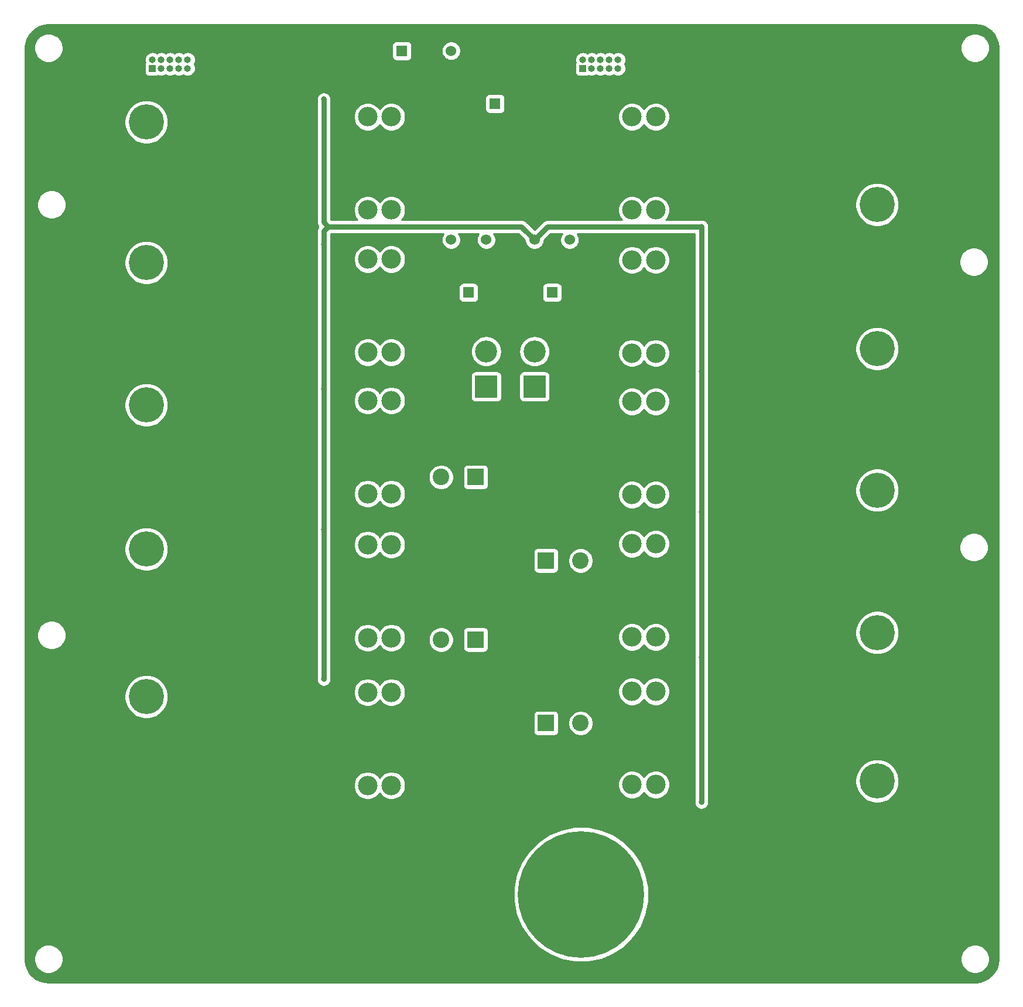
<source format=gbr>
G04 #@! TF.GenerationSoftware,KiCad,Pcbnew,(5.1.4)-1*
G04 #@! TF.CreationDate,2019-12-12T22:39:38-06:00*
G04 #@! TF.ProjectId,PowerBoard_Hardware,506f7765-7242-46f6-9172-645f48617264,rev?*
G04 #@! TF.SameCoordinates,Original*
G04 #@! TF.FileFunction,Copper,L2,Bot*
G04 #@! TF.FilePolarity,Positive*
%FSLAX46Y46*%
G04 Gerber Fmt 4.6, Leading zero omitted, Abs format (unit mm)*
G04 Created by KiCad (PCBNEW (5.1.4)-1) date 2019-12-12 22:39:38*
%MOMM*%
%LPD*%
G04 APERTURE LIST*
%ADD10C,5.080000*%
%ADD11C,2.819400*%
%ADD12C,18.288000*%
%ADD13C,1.524000*%
%ADD14C,2.400000*%
%ADD15R,2.400000X2.400000*%
%ADD16C,1.600000*%
%ADD17R,1.600000X1.600000*%
%ADD18O,3.200000X3.200000*%
%ADD19R,3.200000X3.200000*%
%ADD20R,1.000000X1.000000*%
%ADD21O,1.000000X1.000000*%
%ADD22C,0.800000*%
%ADD23C,0.762000*%
%ADD24C,0.254000*%
G04 APERTURE END LIST*
D10*
X122555000Y-45212000D03*
X114681000Y-45212000D03*
D11*
X188341000Y-106172000D03*
X184912000Y-106172000D03*
X184912000Y-119634000D03*
X188341000Y-119634000D03*
X188341000Y-85598000D03*
X184912000Y-85598000D03*
X184912000Y-99060000D03*
X188341000Y-99060000D03*
D10*
X122555000Y-86106000D03*
X114681000Y-86106000D03*
X122555000Y-128270000D03*
X114681000Y-128270000D03*
X114681000Y-65532000D03*
X122555000Y-65532000D03*
D11*
X146685000Y-65024000D03*
X150114000Y-65024000D03*
X150114000Y-78486000D03*
X146685000Y-78486000D03*
X146685000Y-44450000D03*
X150114000Y-44450000D03*
X150114000Y-57912000D03*
X146685000Y-57912000D03*
X146685000Y-85471000D03*
X150114000Y-85471000D03*
X150114000Y-98933000D03*
X146685000Y-98933000D03*
X188341000Y-57912000D03*
X184912000Y-57912000D03*
X184912000Y-44450000D03*
X188341000Y-44450000D03*
X188341000Y-65151000D03*
X184912000Y-65151000D03*
X184912000Y-78613000D03*
X188341000Y-78613000D03*
D12*
X177546000Y-156845000D03*
X142621000Y-156972000D03*
D13*
X175895000Y-62230000D03*
X173355000Y-62230000D03*
X170815000Y-62230000D03*
D14*
X157306000Y-120015000D03*
D15*
X162306000Y-120015000D03*
D16*
X161290000Y-67350000D03*
D17*
X161290000Y-69850000D03*
D16*
X173355000Y-67350000D03*
D17*
X173355000Y-69850000D03*
D15*
X162306000Y-96520000D03*
D14*
X157306000Y-96520000D03*
X177466000Y-108585000D03*
D15*
X172466000Y-108585000D03*
X172466000Y-132080000D03*
D14*
X177466000Y-132080000D03*
D17*
X165100000Y-42545000D03*
D16*
X167600000Y-42545000D03*
X151638000Y-37425000D03*
D17*
X151638000Y-34925000D03*
D10*
X212471000Y-98425000D03*
X220345000Y-98425000D03*
X220345000Y-118999000D03*
X212471000Y-118999000D03*
D18*
X163830000Y-78359000D03*
D19*
X163830000Y-83439000D03*
X170815000Y-83439000D03*
D18*
X170815000Y-78359000D03*
D13*
X163830000Y-62230000D03*
X161290000Y-62230000D03*
X158750000Y-62230000D03*
X158750000Y-34925000D03*
X161290000Y-34925000D03*
D10*
X220345000Y-57150000D03*
X212471000Y-57150000D03*
X220345000Y-77978000D03*
X212471000Y-77978000D03*
X122555000Y-106934000D03*
X114681000Y-106934000D03*
X220345000Y-140462000D03*
X212471000Y-140462000D03*
D11*
X146685000Y-106299000D03*
X150114000Y-106299000D03*
X150114000Y-119761000D03*
X146685000Y-119761000D03*
X146685000Y-141097000D03*
X150114000Y-141097000D03*
X150114000Y-127635000D03*
X146685000Y-127635000D03*
X188341000Y-127508000D03*
X184912000Y-127508000D03*
X184912000Y-140970000D03*
X188341000Y-140970000D03*
D20*
X115570000Y-37465000D03*
D21*
X115570000Y-36195000D03*
X116840000Y-37465000D03*
X116840000Y-36195000D03*
X118110000Y-37465000D03*
X118110000Y-36195000D03*
X119380000Y-37465000D03*
X119380000Y-36195000D03*
X120650000Y-37465000D03*
X120650000Y-36195000D03*
X182880000Y-36195000D03*
X182880000Y-37465000D03*
X181610000Y-36195000D03*
X181610000Y-37465000D03*
X180340000Y-36195000D03*
X180340000Y-37465000D03*
X179070000Y-36195000D03*
X179070000Y-37465000D03*
X177800000Y-36195000D03*
D20*
X177800000Y-37465000D03*
D22*
X167386000Y-58801000D03*
X167386000Y-55245000D03*
X167386000Y-51689000D03*
X167386000Y-48260000D03*
X143891000Y-106172000D03*
X112206000Y-117791000D03*
X112457000Y-139000000D03*
X112206000Y-96836000D03*
X143863000Y-85725000D03*
X143863000Y-65024000D03*
X112203000Y-76389000D03*
X143891000Y-44196000D03*
X112330000Y-56069000D03*
X191290000Y-58166000D03*
X224663000Y-46355000D03*
X224728000Y-67375000D03*
X191403000Y-79248000D03*
X191290000Y-99568000D03*
X224220000Y-87695000D03*
X191290000Y-120396000D03*
X224728000Y-108015000D03*
X225363000Y-130240000D03*
X191290000Y-141732000D03*
X143863000Y-128016000D03*
X138430000Y-143510000D03*
X123825000Y-142240000D03*
X138430000Y-122301000D03*
X138430000Y-80772000D03*
X138430000Y-60325000D03*
X196850000Y-43180000D03*
X196850000Y-62230000D03*
X196850000Y-83185000D03*
X196850000Y-104140000D03*
X196850000Y-125095000D03*
X212725000Y-43815000D03*
X212725000Y-64770000D03*
X212725000Y-85090000D03*
X212725000Y-105410000D03*
X212725000Y-127635000D03*
X123952000Y-120650000D03*
X123825000Y-99695000D03*
X123825000Y-79375000D03*
X123825000Y-59055000D03*
X180975000Y-48260000D03*
X180975000Y-51689000D03*
X138430000Y-101473000D03*
X140335000Y-41910000D03*
X140335000Y-62865000D03*
X140335000Y-83820000D03*
X140335000Y-104140000D03*
X194945000Y-81280000D03*
X194945000Y-101600000D03*
X194945000Y-122555000D03*
X194945000Y-60325000D03*
X140335000Y-125730000D03*
X194945000Y-143510000D03*
D23*
X170815000Y-62230000D02*
X168910000Y-60325000D01*
X170815000Y-62230000D02*
X172720000Y-60325000D01*
X140970000Y-60325000D02*
X140335000Y-60960000D01*
X168910000Y-60325000D02*
X140970000Y-60325000D01*
X140970000Y-60325000D02*
X140335000Y-59690000D01*
X140335000Y-59690000D02*
X140335000Y-41910000D01*
X172720000Y-60325000D02*
X194310000Y-60325000D01*
X194310000Y-60325000D02*
X194945000Y-60325000D01*
X194945000Y-60325000D02*
X194945000Y-60325000D01*
X140335000Y-125730000D02*
X140335000Y-102870000D01*
X140335000Y-104140000D02*
X140335000Y-102870000D01*
X140335000Y-102870000D02*
X140335000Y-60960000D01*
X194945000Y-60325000D02*
X194945000Y-60960000D01*
X194945000Y-143510000D02*
X194945000Y-122555000D01*
X194945000Y-122555000D02*
X194945000Y-101600000D01*
X194945000Y-101600000D02*
X194945000Y-81280000D01*
X194945000Y-81280000D02*
X194945000Y-60325000D01*
D24*
G36*
X235204891Y-31205515D02*
G01*
X235816565Y-31390190D01*
X236380710Y-31690151D01*
X236875856Y-32093982D01*
X237283133Y-32586297D01*
X237587026Y-33148336D01*
X237775969Y-33758709D01*
X237846001Y-34425022D01*
X237846000Y-166210721D01*
X237780485Y-166878892D01*
X237595812Y-167490561D01*
X237295848Y-168054711D01*
X236892018Y-168549855D01*
X236399703Y-168957133D01*
X235837664Y-169261026D01*
X235227292Y-169449969D01*
X234560978Y-169520001D01*
X100605619Y-169519998D01*
X99924651Y-169475336D01*
X99306955Y-169310376D01*
X98733071Y-169028582D01*
X98224843Y-168640682D01*
X97801644Y-168161460D01*
X97479584Y-167609161D01*
X97270932Y-167004828D01*
X97180825Y-166351066D01*
X97180000Y-166114840D01*
X97180000Y-165964240D01*
X98419920Y-165964240D01*
X98419920Y-166379520D01*
X98500937Y-166786819D01*
X98659857Y-167170487D01*
X98890574Y-167515779D01*
X99184221Y-167809426D01*
X99529513Y-168040143D01*
X99913181Y-168199063D01*
X100320480Y-168280080D01*
X100735760Y-168280080D01*
X101143059Y-168199063D01*
X101526727Y-168040143D01*
X101872019Y-167809426D01*
X102165666Y-167515779D01*
X102396383Y-167170487D01*
X102555303Y-166786819D01*
X102636320Y-166379520D01*
X102636320Y-165964240D01*
X102555303Y-165556941D01*
X102396383Y-165173273D01*
X102165666Y-164827981D01*
X101872019Y-164534334D01*
X101526727Y-164303617D01*
X101143059Y-164144697D01*
X100735760Y-164063680D01*
X100320480Y-164063680D01*
X99913181Y-164144697D01*
X99529513Y-164303617D01*
X99184221Y-164534334D01*
X98890574Y-164827981D01*
X98659857Y-165173273D01*
X98500937Y-165556941D01*
X98419920Y-165964240D01*
X97180000Y-165964240D01*
X97180000Y-155881853D01*
X167767000Y-155881853D01*
X167767000Y-157808147D01*
X168142802Y-159697429D01*
X168879963Y-161477093D01*
X169950155Y-163078749D01*
X171312251Y-164440845D01*
X172913907Y-165511037D01*
X174693571Y-166248198D01*
X176582853Y-166624000D01*
X178509147Y-166624000D01*
X180398429Y-166248198D01*
X181083964Y-165964240D01*
X232389680Y-165964240D01*
X232389680Y-166379520D01*
X232470697Y-166786819D01*
X232629617Y-167170487D01*
X232860334Y-167515779D01*
X233153981Y-167809426D01*
X233499273Y-168040143D01*
X233882941Y-168199063D01*
X234290240Y-168280080D01*
X234705520Y-168280080D01*
X235112819Y-168199063D01*
X235496487Y-168040143D01*
X235841779Y-167809426D01*
X236135426Y-167515779D01*
X236366143Y-167170487D01*
X236525063Y-166786819D01*
X236606080Y-166379520D01*
X236606080Y-165964240D01*
X236525063Y-165556941D01*
X236366143Y-165173273D01*
X236135426Y-164827981D01*
X235841779Y-164534334D01*
X235496487Y-164303617D01*
X235112819Y-164144697D01*
X234705520Y-164063680D01*
X234290240Y-164063680D01*
X233882941Y-164144697D01*
X233499273Y-164303617D01*
X233153981Y-164534334D01*
X232860334Y-164827981D01*
X232629617Y-165173273D01*
X232470697Y-165556941D01*
X232389680Y-165964240D01*
X181083964Y-165964240D01*
X182178093Y-165511037D01*
X183779749Y-164440845D01*
X185141845Y-163078749D01*
X186212037Y-161477093D01*
X186949198Y-159697429D01*
X187325000Y-157808147D01*
X187325000Y-155881853D01*
X186949198Y-153992571D01*
X186212037Y-152212907D01*
X185141845Y-150611251D01*
X183779749Y-149249155D01*
X182178093Y-148178963D01*
X180398429Y-147441802D01*
X178509147Y-147066000D01*
X176582853Y-147066000D01*
X174693571Y-147441802D01*
X172913907Y-148178963D01*
X171312251Y-149249155D01*
X169950155Y-150611251D01*
X168879963Y-152212907D01*
X168142802Y-153992571D01*
X167767000Y-155881853D01*
X97180000Y-155881853D01*
X97180000Y-140895615D01*
X144640300Y-140895615D01*
X144640300Y-141298385D01*
X144718877Y-141693417D01*
X144873011Y-142065528D01*
X145096778Y-142400420D01*
X145381580Y-142685222D01*
X145716472Y-142908989D01*
X146088583Y-143063123D01*
X146483615Y-143141700D01*
X146886385Y-143141700D01*
X147281417Y-143063123D01*
X147653528Y-142908989D01*
X147988420Y-142685222D01*
X148273222Y-142400420D01*
X148399500Y-142211431D01*
X148525778Y-142400420D01*
X148810580Y-142685222D01*
X149145472Y-142908989D01*
X149517583Y-143063123D01*
X149912615Y-143141700D01*
X150315385Y-143141700D01*
X150710417Y-143063123D01*
X151082528Y-142908989D01*
X151417420Y-142685222D01*
X151702222Y-142400420D01*
X151925989Y-142065528D01*
X152080123Y-141693417D01*
X152158700Y-141298385D01*
X152158700Y-140895615D01*
X152133439Y-140768615D01*
X182867300Y-140768615D01*
X182867300Y-141171385D01*
X182945877Y-141566417D01*
X183100011Y-141938528D01*
X183323778Y-142273420D01*
X183608580Y-142558222D01*
X183943472Y-142781989D01*
X184315583Y-142936123D01*
X184710615Y-143014700D01*
X185113385Y-143014700D01*
X185508417Y-142936123D01*
X185880528Y-142781989D01*
X186215420Y-142558222D01*
X186500222Y-142273420D01*
X186626500Y-142084431D01*
X186752778Y-142273420D01*
X187037580Y-142558222D01*
X187372472Y-142781989D01*
X187744583Y-142936123D01*
X188139615Y-143014700D01*
X188542385Y-143014700D01*
X188937417Y-142936123D01*
X189309528Y-142781989D01*
X189644420Y-142558222D01*
X189929222Y-142273420D01*
X190152989Y-141938528D01*
X190307123Y-141566417D01*
X190385700Y-141171385D01*
X190385700Y-140768615D01*
X190307123Y-140373583D01*
X190152989Y-140001472D01*
X189929222Y-139666580D01*
X189644420Y-139381778D01*
X189309528Y-139158011D01*
X188937417Y-139003877D01*
X188542385Y-138925300D01*
X188139615Y-138925300D01*
X187744583Y-139003877D01*
X187372472Y-139158011D01*
X187037580Y-139381778D01*
X186752778Y-139666580D01*
X186626500Y-139855569D01*
X186500222Y-139666580D01*
X186215420Y-139381778D01*
X185880528Y-139158011D01*
X185508417Y-139003877D01*
X185113385Y-138925300D01*
X184710615Y-138925300D01*
X184315583Y-139003877D01*
X183943472Y-139158011D01*
X183608580Y-139381778D01*
X183323778Y-139666580D01*
X183100011Y-140001472D01*
X182945877Y-140373583D01*
X182867300Y-140768615D01*
X152133439Y-140768615D01*
X152080123Y-140500583D01*
X151925989Y-140128472D01*
X151702222Y-139793580D01*
X151417420Y-139508778D01*
X151082528Y-139285011D01*
X150710417Y-139130877D01*
X150315385Y-139052300D01*
X149912615Y-139052300D01*
X149517583Y-139130877D01*
X149145472Y-139285011D01*
X148810580Y-139508778D01*
X148525778Y-139793580D01*
X148399500Y-139982569D01*
X148273222Y-139793580D01*
X147988420Y-139508778D01*
X147653528Y-139285011D01*
X147281417Y-139130877D01*
X146886385Y-139052300D01*
X146483615Y-139052300D01*
X146088583Y-139130877D01*
X145716472Y-139285011D01*
X145381580Y-139508778D01*
X145096778Y-139793580D01*
X144873011Y-140128472D01*
X144718877Y-140500583D01*
X144640300Y-140895615D01*
X97180000Y-140895615D01*
X97180000Y-127957290D01*
X111506000Y-127957290D01*
X111506000Y-128582710D01*
X111628014Y-129196113D01*
X111867352Y-129773926D01*
X112214817Y-130293944D01*
X112657056Y-130736183D01*
X113177074Y-131083648D01*
X113754887Y-131322986D01*
X114368290Y-131445000D01*
X114993710Y-131445000D01*
X115607113Y-131322986D01*
X116184926Y-131083648D01*
X116489706Y-130880000D01*
X170627928Y-130880000D01*
X170627928Y-133280000D01*
X170640188Y-133404482D01*
X170676498Y-133524180D01*
X170735463Y-133634494D01*
X170814815Y-133731185D01*
X170911506Y-133810537D01*
X171021820Y-133869502D01*
X171141518Y-133905812D01*
X171266000Y-133918072D01*
X173666000Y-133918072D01*
X173790482Y-133905812D01*
X173910180Y-133869502D01*
X174020494Y-133810537D01*
X174117185Y-133731185D01*
X174196537Y-133634494D01*
X174255502Y-133524180D01*
X174291812Y-133404482D01*
X174304072Y-133280000D01*
X174304072Y-131899268D01*
X175631000Y-131899268D01*
X175631000Y-132260732D01*
X175701518Y-132615250D01*
X175839844Y-132949199D01*
X176040662Y-133249744D01*
X176296256Y-133505338D01*
X176596801Y-133706156D01*
X176930750Y-133844482D01*
X177285268Y-133915000D01*
X177646732Y-133915000D01*
X178001250Y-133844482D01*
X178335199Y-133706156D01*
X178635744Y-133505338D01*
X178891338Y-133249744D01*
X179092156Y-132949199D01*
X179230482Y-132615250D01*
X179301000Y-132260732D01*
X179301000Y-131899268D01*
X179230482Y-131544750D01*
X179092156Y-131210801D01*
X178891338Y-130910256D01*
X178635744Y-130654662D01*
X178335199Y-130453844D01*
X178001250Y-130315518D01*
X177646732Y-130245000D01*
X177285268Y-130245000D01*
X176930750Y-130315518D01*
X176596801Y-130453844D01*
X176296256Y-130654662D01*
X176040662Y-130910256D01*
X175839844Y-131210801D01*
X175701518Y-131544750D01*
X175631000Y-131899268D01*
X174304072Y-131899268D01*
X174304072Y-130880000D01*
X174291812Y-130755518D01*
X174255502Y-130635820D01*
X174196537Y-130525506D01*
X174117185Y-130428815D01*
X174020494Y-130349463D01*
X173910180Y-130290498D01*
X173790482Y-130254188D01*
X173666000Y-130241928D01*
X171266000Y-130241928D01*
X171141518Y-130254188D01*
X171021820Y-130290498D01*
X170911506Y-130349463D01*
X170814815Y-130428815D01*
X170735463Y-130525506D01*
X170676498Y-130635820D01*
X170640188Y-130755518D01*
X170627928Y-130880000D01*
X116489706Y-130880000D01*
X116704944Y-130736183D01*
X117147183Y-130293944D01*
X117494648Y-129773926D01*
X117733986Y-129196113D01*
X117856000Y-128582710D01*
X117856000Y-127957290D01*
X117751835Y-127433615D01*
X144640300Y-127433615D01*
X144640300Y-127836385D01*
X144718877Y-128231417D01*
X144873011Y-128603528D01*
X145096778Y-128938420D01*
X145381580Y-129223222D01*
X145716472Y-129446989D01*
X146088583Y-129601123D01*
X146483615Y-129679700D01*
X146886385Y-129679700D01*
X147281417Y-129601123D01*
X147653528Y-129446989D01*
X147988420Y-129223222D01*
X148273222Y-128938420D01*
X148399500Y-128749431D01*
X148525778Y-128938420D01*
X148810580Y-129223222D01*
X149145472Y-129446989D01*
X149517583Y-129601123D01*
X149912615Y-129679700D01*
X150315385Y-129679700D01*
X150710417Y-129601123D01*
X151082528Y-129446989D01*
X151417420Y-129223222D01*
X151702222Y-128938420D01*
X151925989Y-128603528D01*
X152080123Y-128231417D01*
X152158700Y-127836385D01*
X152158700Y-127433615D01*
X152133439Y-127306615D01*
X182867300Y-127306615D01*
X182867300Y-127709385D01*
X182945877Y-128104417D01*
X183100011Y-128476528D01*
X183323778Y-128811420D01*
X183608580Y-129096222D01*
X183943472Y-129319989D01*
X184315583Y-129474123D01*
X184710615Y-129552700D01*
X185113385Y-129552700D01*
X185508417Y-129474123D01*
X185880528Y-129319989D01*
X186215420Y-129096222D01*
X186500222Y-128811420D01*
X186626500Y-128622431D01*
X186752778Y-128811420D01*
X187037580Y-129096222D01*
X187372472Y-129319989D01*
X187744583Y-129474123D01*
X188139615Y-129552700D01*
X188542385Y-129552700D01*
X188937417Y-129474123D01*
X189309528Y-129319989D01*
X189644420Y-129096222D01*
X189929222Y-128811420D01*
X190152989Y-128476528D01*
X190307123Y-128104417D01*
X190385700Y-127709385D01*
X190385700Y-127306615D01*
X190307123Y-126911583D01*
X190152989Y-126539472D01*
X189929222Y-126204580D01*
X189644420Y-125919778D01*
X189309528Y-125696011D01*
X188937417Y-125541877D01*
X188542385Y-125463300D01*
X188139615Y-125463300D01*
X187744583Y-125541877D01*
X187372472Y-125696011D01*
X187037580Y-125919778D01*
X186752778Y-126204580D01*
X186626500Y-126393569D01*
X186500222Y-126204580D01*
X186215420Y-125919778D01*
X185880528Y-125696011D01*
X185508417Y-125541877D01*
X185113385Y-125463300D01*
X184710615Y-125463300D01*
X184315583Y-125541877D01*
X183943472Y-125696011D01*
X183608580Y-125919778D01*
X183323778Y-126204580D01*
X183100011Y-126539472D01*
X182945877Y-126911583D01*
X182867300Y-127306615D01*
X152133439Y-127306615D01*
X152080123Y-127038583D01*
X151925989Y-126666472D01*
X151702222Y-126331580D01*
X151417420Y-126046778D01*
X151082528Y-125823011D01*
X150710417Y-125668877D01*
X150315385Y-125590300D01*
X149912615Y-125590300D01*
X149517583Y-125668877D01*
X149145472Y-125823011D01*
X148810580Y-126046778D01*
X148525778Y-126331580D01*
X148399500Y-126520569D01*
X148273222Y-126331580D01*
X147988420Y-126046778D01*
X147653528Y-125823011D01*
X147281417Y-125668877D01*
X146886385Y-125590300D01*
X146483615Y-125590300D01*
X146088583Y-125668877D01*
X145716472Y-125823011D01*
X145381580Y-126046778D01*
X145096778Y-126331580D01*
X144873011Y-126666472D01*
X144718877Y-127038583D01*
X144640300Y-127433615D01*
X117751835Y-127433615D01*
X117733986Y-127343887D01*
X117494648Y-126766074D01*
X117147183Y-126246056D01*
X116704944Y-125803817D01*
X116184926Y-125456352D01*
X115607113Y-125217014D01*
X114993710Y-125095000D01*
X114368290Y-125095000D01*
X113754887Y-125217014D01*
X113177074Y-125456352D01*
X112657056Y-125803817D01*
X112214817Y-126246056D01*
X111867352Y-126766074D01*
X111628014Y-127343887D01*
X111506000Y-127957290D01*
X97180000Y-127957290D01*
X97180000Y-119172360D01*
X98856800Y-119172360D01*
X98856800Y-119587640D01*
X98937817Y-119994939D01*
X99096737Y-120378607D01*
X99327454Y-120723899D01*
X99621101Y-121017546D01*
X99966393Y-121248263D01*
X100350061Y-121407183D01*
X100757360Y-121488200D01*
X101172640Y-121488200D01*
X101579939Y-121407183D01*
X101963607Y-121248263D01*
X102308899Y-121017546D01*
X102602546Y-120723899D01*
X102833263Y-120378607D01*
X102992183Y-119994939D01*
X103073200Y-119587640D01*
X103073200Y-119172360D01*
X102992183Y-118765061D01*
X102833263Y-118381393D01*
X102602546Y-118036101D01*
X102308899Y-117742454D01*
X101963607Y-117511737D01*
X101579939Y-117352817D01*
X101172640Y-117271800D01*
X100757360Y-117271800D01*
X100350061Y-117352817D01*
X99966393Y-117511737D01*
X99621101Y-117742454D01*
X99327454Y-118036101D01*
X99096737Y-118381393D01*
X98937817Y-118765061D01*
X98856800Y-119172360D01*
X97180000Y-119172360D01*
X97180000Y-106621290D01*
X111506000Y-106621290D01*
X111506000Y-107246710D01*
X111628014Y-107860113D01*
X111867352Y-108437926D01*
X112214817Y-108957944D01*
X112657056Y-109400183D01*
X113177074Y-109747648D01*
X113754887Y-109986986D01*
X114368290Y-110109000D01*
X114993710Y-110109000D01*
X115607113Y-109986986D01*
X116184926Y-109747648D01*
X116704944Y-109400183D01*
X117147183Y-108957944D01*
X117494648Y-108437926D01*
X117733986Y-107860113D01*
X117856000Y-107246710D01*
X117856000Y-106621290D01*
X117733986Y-106007887D01*
X117494648Y-105430074D01*
X117147183Y-104910056D01*
X116704944Y-104467817D01*
X116184926Y-104120352D01*
X115607113Y-103881014D01*
X114993710Y-103759000D01*
X114368290Y-103759000D01*
X113754887Y-103881014D01*
X113177074Y-104120352D01*
X112657056Y-104467817D01*
X112214817Y-104910056D01*
X111867352Y-105430074D01*
X111628014Y-106007887D01*
X111506000Y-106621290D01*
X97180000Y-106621290D01*
X97180000Y-85793290D01*
X111506000Y-85793290D01*
X111506000Y-86418710D01*
X111628014Y-87032113D01*
X111867352Y-87609926D01*
X112214817Y-88129944D01*
X112657056Y-88572183D01*
X113177074Y-88919648D01*
X113754887Y-89158986D01*
X114368290Y-89281000D01*
X114993710Y-89281000D01*
X115607113Y-89158986D01*
X116184926Y-88919648D01*
X116704944Y-88572183D01*
X117147183Y-88129944D01*
X117494648Y-87609926D01*
X117733986Y-87032113D01*
X117856000Y-86418710D01*
X117856000Y-85793290D01*
X117733986Y-85179887D01*
X117494648Y-84602074D01*
X117147183Y-84082056D01*
X116704944Y-83639817D01*
X116184926Y-83292352D01*
X115607113Y-83053014D01*
X114993710Y-82931000D01*
X114368290Y-82931000D01*
X113754887Y-83053014D01*
X113177074Y-83292352D01*
X112657056Y-83639817D01*
X112214817Y-84082056D01*
X111867352Y-84602074D01*
X111628014Y-85179887D01*
X111506000Y-85793290D01*
X97180000Y-85793290D01*
X97180000Y-65219290D01*
X111506000Y-65219290D01*
X111506000Y-65844710D01*
X111628014Y-66458113D01*
X111867352Y-67035926D01*
X112214817Y-67555944D01*
X112657056Y-67998183D01*
X113177074Y-68345648D01*
X113754887Y-68584986D01*
X114368290Y-68707000D01*
X114993710Y-68707000D01*
X115607113Y-68584986D01*
X116184926Y-68345648D01*
X116704944Y-67998183D01*
X117147183Y-67555944D01*
X117494648Y-67035926D01*
X117733986Y-66458113D01*
X117856000Y-65844710D01*
X117856000Y-65219290D01*
X117733986Y-64605887D01*
X117494648Y-64028074D01*
X117147183Y-63508056D01*
X116704944Y-63065817D01*
X116184926Y-62718352D01*
X115607113Y-62479014D01*
X114993710Y-62357000D01*
X114368290Y-62357000D01*
X113754887Y-62479014D01*
X113177074Y-62718352D01*
X112657056Y-63065817D01*
X112214817Y-63508056D01*
X111867352Y-64028074D01*
X111628014Y-64605887D01*
X111506000Y-65219290D01*
X97180000Y-65219290D01*
X97180000Y-56942360D01*
X98856800Y-56942360D01*
X98856800Y-57357640D01*
X98937817Y-57764939D01*
X99096737Y-58148607D01*
X99327454Y-58493899D01*
X99621101Y-58787546D01*
X99966393Y-59018263D01*
X100350061Y-59177183D01*
X100757360Y-59258200D01*
X101172640Y-59258200D01*
X101579939Y-59177183D01*
X101963607Y-59018263D01*
X102308899Y-58787546D01*
X102602546Y-58493899D01*
X102833263Y-58148607D01*
X102992183Y-57764939D01*
X103073200Y-57357640D01*
X103073200Y-56942360D01*
X102992183Y-56535061D01*
X102833263Y-56151393D01*
X102602546Y-55806101D01*
X102308899Y-55512454D01*
X101963607Y-55281737D01*
X101579939Y-55122817D01*
X101172640Y-55041800D01*
X100757360Y-55041800D01*
X100350061Y-55122817D01*
X99966393Y-55281737D01*
X99621101Y-55512454D01*
X99327454Y-55806101D01*
X99096737Y-56151393D01*
X98937817Y-56535061D01*
X98856800Y-56942360D01*
X97180000Y-56942360D01*
X97180000Y-44899290D01*
X111506000Y-44899290D01*
X111506000Y-45524710D01*
X111628014Y-46138113D01*
X111867352Y-46715926D01*
X112214817Y-47235944D01*
X112657056Y-47678183D01*
X113177074Y-48025648D01*
X113754887Y-48264986D01*
X114368290Y-48387000D01*
X114993710Y-48387000D01*
X115607113Y-48264986D01*
X116184926Y-48025648D01*
X116704944Y-47678183D01*
X117147183Y-47235944D01*
X117494648Y-46715926D01*
X117733986Y-46138113D01*
X117856000Y-45524710D01*
X117856000Y-44899290D01*
X117733986Y-44285887D01*
X117494648Y-43708074D01*
X117147183Y-43188056D01*
X116704944Y-42745817D01*
X116184926Y-42398352D01*
X115607113Y-42159014D01*
X114993710Y-42037000D01*
X114368290Y-42037000D01*
X113754887Y-42159014D01*
X113177074Y-42398352D01*
X112657056Y-42745817D01*
X112214817Y-43188056D01*
X111867352Y-43708074D01*
X111628014Y-44285887D01*
X111506000Y-44899290D01*
X97180000Y-44899290D01*
X97180000Y-41808061D01*
X139300000Y-41808061D01*
X139300000Y-42011939D01*
X139319001Y-42107464D01*
X139319000Y-59640098D01*
X139314085Y-59690000D01*
X139319000Y-59739901D01*
X139333702Y-59889170D01*
X139391798Y-60080686D01*
X139486140Y-60257190D01*
X139541791Y-60325001D01*
X139486141Y-60392810D01*
X139467899Y-60426939D01*
X139391799Y-60569313D01*
X139333702Y-60760830D01*
X139314085Y-60960000D01*
X139319001Y-61009912D01*
X139319001Y-62667536D01*
X139300000Y-62763061D01*
X139300000Y-62966939D01*
X139319001Y-63062464D01*
X139319000Y-83622538D01*
X139300000Y-83718061D01*
X139300000Y-83921939D01*
X139319000Y-84017461D01*
X139319000Y-102919901D01*
X139319001Y-102919910D01*
X139319000Y-103942540D01*
X139300000Y-104038061D01*
X139300000Y-104241939D01*
X139319001Y-104337464D01*
X139319000Y-125532541D01*
X139300000Y-125628061D01*
X139300000Y-125831939D01*
X139339774Y-126031898D01*
X139417795Y-126220256D01*
X139531063Y-126389774D01*
X139675226Y-126533937D01*
X139844744Y-126647205D01*
X140033102Y-126725226D01*
X140233061Y-126765000D01*
X140436939Y-126765000D01*
X140636898Y-126725226D01*
X140825256Y-126647205D01*
X140994774Y-126533937D01*
X141138937Y-126389774D01*
X141252205Y-126220256D01*
X141330226Y-126031898D01*
X141370000Y-125831939D01*
X141370000Y-125628061D01*
X141351000Y-125532541D01*
X141351000Y-119559615D01*
X144640300Y-119559615D01*
X144640300Y-119962385D01*
X144718877Y-120357417D01*
X144873011Y-120729528D01*
X145096778Y-121064420D01*
X145381580Y-121349222D01*
X145716472Y-121572989D01*
X146088583Y-121727123D01*
X146483615Y-121805700D01*
X146886385Y-121805700D01*
X147281417Y-121727123D01*
X147653528Y-121572989D01*
X147988420Y-121349222D01*
X148273222Y-121064420D01*
X148399500Y-120875431D01*
X148525778Y-121064420D01*
X148810580Y-121349222D01*
X149145472Y-121572989D01*
X149517583Y-121727123D01*
X149912615Y-121805700D01*
X150315385Y-121805700D01*
X150710417Y-121727123D01*
X151082528Y-121572989D01*
X151417420Y-121349222D01*
X151702222Y-121064420D01*
X151925989Y-120729528D01*
X152080123Y-120357417D01*
X152158700Y-119962385D01*
X152158700Y-119834268D01*
X155471000Y-119834268D01*
X155471000Y-120195732D01*
X155541518Y-120550250D01*
X155679844Y-120884199D01*
X155880662Y-121184744D01*
X156136256Y-121440338D01*
X156436801Y-121641156D01*
X156770750Y-121779482D01*
X157125268Y-121850000D01*
X157486732Y-121850000D01*
X157841250Y-121779482D01*
X158175199Y-121641156D01*
X158475744Y-121440338D01*
X158731338Y-121184744D01*
X158932156Y-120884199D01*
X159070482Y-120550250D01*
X159141000Y-120195732D01*
X159141000Y-119834268D01*
X159070482Y-119479750D01*
X158932156Y-119145801D01*
X158731338Y-118845256D01*
X158701082Y-118815000D01*
X160467928Y-118815000D01*
X160467928Y-121215000D01*
X160480188Y-121339482D01*
X160516498Y-121459180D01*
X160575463Y-121569494D01*
X160654815Y-121666185D01*
X160751506Y-121745537D01*
X160861820Y-121804502D01*
X160981518Y-121840812D01*
X161106000Y-121853072D01*
X163506000Y-121853072D01*
X163630482Y-121840812D01*
X163750180Y-121804502D01*
X163860494Y-121745537D01*
X163957185Y-121666185D01*
X164036537Y-121569494D01*
X164095502Y-121459180D01*
X164131812Y-121339482D01*
X164144072Y-121215000D01*
X164144072Y-119432615D01*
X182867300Y-119432615D01*
X182867300Y-119835385D01*
X182945877Y-120230417D01*
X183100011Y-120602528D01*
X183323778Y-120937420D01*
X183608580Y-121222222D01*
X183943472Y-121445989D01*
X184315583Y-121600123D01*
X184710615Y-121678700D01*
X185113385Y-121678700D01*
X185508417Y-121600123D01*
X185880528Y-121445989D01*
X186215420Y-121222222D01*
X186500222Y-120937420D01*
X186626500Y-120748431D01*
X186752778Y-120937420D01*
X187037580Y-121222222D01*
X187372472Y-121445989D01*
X187744583Y-121600123D01*
X188139615Y-121678700D01*
X188542385Y-121678700D01*
X188937417Y-121600123D01*
X189309528Y-121445989D01*
X189644420Y-121222222D01*
X189929222Y-120937420D01*
X190152989Y-120602528D01*
X190307123Y-120230417D01*
X190385700Y-119835385D01*
X190385700Y-119432615D01*
X190307123Y-119037583D01*
X190152989Y-118665472D01*
X189929222Y-118330580D01*
X189644420Y-118045778D01*
X189309528Y-117822011D01*
X188937417Y-117667877D01*
X188542385Y-117589300D01*
X188139615Y-117589300D01*
X187744583Y-117667877D01*
X187372472Y-117822011D01*
X187037580Y-118045778D01*
X186752778Y-118330580D01*
X186626500Y-118519569D01*
X186500222Y-118330580D01*
X186215420Y-118045778D01*
X185880528Y-117822011D01*
X185508417Y-117667877D01*
X185113385Y-117589300D01*
X184710615Y-117589300D01*
X184315583Y-117667877D01*
X183943472Y-117822011D01*
X183608580Y-118045778D01*
X183323778Y-118330580D01*
X183100011Y-118665472D01*
X182945877Y-119037583D01*
X182867300Y-119432615D01*
X164144072Y-119432615D01*
X164144072Y-118815000D01*
X164131812Y-118690518D01*
X164095502Y-118570820D01*
X164036537Y-118460506D01*
X163957185Y-118363815D01*
X163860494Y-118284463D01*
X163750180Y-118225498D01*
X163630482Y-118189188D01*
X163506000Y-118176928D01*
X161106000Y-118176928D01*
X160981518Y-118189188D01*
X160861820Y-118225498D01*
X160751506Y-118284463D01*
X160654815Y-118363815D01*
X160575463Y-118460506D01*
X160516498Y-118570820D01*
X160480188Y-118690518D01*
X160467928Y-118815000D01*
X158701082Y-118815000D01*
X158475744Y-118589662D01*
X158175199Y-118388844D01*
X157841250Y-118250518D01*
X157486732Y-118180000D01*
X157125268Y-118180000D01*
X156770750Y-118250518D01*
X156436801Y-118388844D01*
X156136256Y-118589662D01*
X155880662Y-118845256D01*
X155679844Y-119145801D01*
X155541518Y-119479750D01*
X155471000Y-119834268D01*
X152158700Y-119834268D01*
X152158700Y-119559615D01*
X152080123Y-119164583D01*
X151925989Y-118792472D01*
X151702222Y-118457580D01*
X151417420Y-118172778D01*
X151082528Y-117949011D01*
X150710417Y-117794877D01*
X150315385Y-117716300D01*
X149912615Y-117716300D01*
X149517583Y-117794877D01*
X149145472Y-117949011D01*
X148810580Y-118172778D01*
X148525778Y-118457580D01*
X148399500Y-118646569D01*
X148273222Y-118457580D01*
X147988420Y-118172778D01*
X147653528Y-117949011D01*
X147281417Y-117794877D01*
X146886385Y-117716300D01*
X146483615Y-117716300D01*
X146088583Y-117794877D01*
X145716472Y-117949011D01*
X145381580Y-118172778D01*
X145096778Y-118457580D01*
X144873011Y-118792472D01*
X144718877Y-119164583D01*
X144640300Y-119559615D01*
X141351000Y-119559615D01*
X141351000Y-106097615D01*
X144640300Y-106097615D01*
X144640300Y-106500385D01*
X144718877Y-106895417D01*
X144873011Y-107267528D01*
X145096778Y-107602420D01*
X145381580Y-107887222D01*
X145716472Y-108110989D01*
X146088583Y-108265123D01*
X146483615Y-108343700D01*
X146886385Y-108343700D01*
X147281417Y-108265123D01*
X147653528Y-108110989D01*
X147988420Y-107887222D01*
X148273222Y-107602420D01*
X148399500Y-107413431D01*
X148525778Y-107602420D01*
X148810580Y-107887222D01*
X149145472Y-108110989D01*
X149517583Y-108265123D01*
X149912615Y-108343700D01*
X150315385Y-108343700D01*
X150710417Y-108265123D01*
X151082528Y-108110989D01*
X151417420Y-107887222D01*
X151702222Y-107602420D01*
X151847496Y-107385000D01*
X170627928Y-107385000D01*
X170627928Y-109785000D01*
X170640188Y-109909482D01*
X170676498Y-110029180D01*
X170735463Y-110139494D01*
X170814815Y-110236185D01*
X170911506Y-110315537D01*
X171021820Y-110374502D01*
X171141518Y-110410812D01*
X171266000Y-110423072D01*
X173666000Y-110423072D01*
X173790482Y-110410812D01*
X173910180Y-110374502D01*
X174020494Y-110315537D01*
X174117185Y-110236185D01*
X174196537Y-110139494D01*
X174255502Y-110029180D01*
X174291812Y-109909482D01*
X174304072Y-109785000D01*
X174304072Y-108404268D01*
X175631000Y-108404268D01*
X175631000Y-108765732D01*
X175701518Y-109120250D01*
X175839844Y-109454199D01*
X176040662Y-109754744D01*
X176296256Y-110010338D01*
X176596801Y-110211156D01*
X176930750Y-110349482D01*
X177285268Y-110420000D01*
X177646732Y-110420000D01*
X178001250Y-110349482D01*
X178335199Y-110211156D01*
X178635744Y-110010338D01*
X178891338Y-109754744D01*
X179092156Y-109454199D01*
X179230482Y-109120250D01*
X179301000Y-108765732D01*
X179301000Y-108404268D01*
X179230482Y-108049750D01*
X179092156Y-107715801D01*
X178891338Y-107415256D01*
X178635744Y-107159662D01*
X178335199Y-106958844D01*
X178001250Y-106820518D01*
X177646732Y-106750000D01*
X177285268Y-106750000D01*
X176930750Y-106820518D01*
X176596801Y-106958844D01*
X176296256Y-107159662D01*
X176040662Y-107415256D01*
X175839844Y-107715801D01*
X175701518Y-108049750D01*
X175631000Y-108404268D01*
X174304072Y-108404268D01*
X174304072Y-107385000D01*
X174291812Y-107260518D01*
X174255502Y-107140820D01*
X174196537Y-107030506D01*
X174117185Y-106933815D01*
X174020494Y-106854463D01*
X173910180Y-106795498D01*
X173790482Y-106759188D01*
X173666000Y-106746928D01*
X171266000Y-106746928D01*
X171141518Y-106759188D01*
X171021820Y-106795498D01*
X170911506Y-106854463D01*
X170814815Y-106933815D01*
X170735463Y-107030506D01*
X170676498Y-107140820D01*
X170640188Y-107260518D01*
X170627928Y-107385000D01*
X151847496Y-107385000D01*
X151925989Y-107267528D01*
X152080123Y-106895417D01*
X152158700Y-106500385D01*
X152158700Y-106097615D01*
X152133439Y-105970615D01*
X182867300Y-105970615D01*
X182867300Y-106373385D01*
X182945877Y-106768417D01*
X183100011Y-107140528D01*
X183323778Y-107475420D01*
X183608580Y-107760222D01*
X183943472Y-107983989D01*
X184315583Y-108138123D01*
X184710615Y-108216700D01*
X185113385Y-108216700D01*
X185508417Y-108138123D01*
X185880528Y-107983989D01*
X186215420Y-107760222D01*
X186500222Y-107475420D01*
X186626500Y-107286431D01*
X186752778Y-107475420D01*
X187037580Y-107760222D01*
X187372472Y-107983989D01*
X187744583Y-108138123D01*
X188139615Y-108216700D01*
X188542385Y-108216700D01*
X188937417Y-108138123D01*
X189309528Y-107983989D01*
X189644420Y-107760222D01*
X189929222Y-107475420D01*
X190152989Y-107140528D01*
X190307123Y-106768417D01*
X190385700Y-106373385D01*
X190385700Y-105970615D01*
X190307123Y-105575583D01*
X190152989Y-105203472D01*
X189929222Y-104868580D01*
X189644420Y-104583778D01*
X189309528Y-104360011D01*
X188937417Y-104205877D01*
X188542385Y-104127300D01*
X188139615Y-104127300D01*
X187744583Y-104205877D01*
X187372472Y-104360011D01*
X187037580Y-104583778D01*
X186752778Y-104868580D01*
X186626500Y-105057569D01*
X186500222Y-104868580D01*
X186215420Y-104583778D01*
X185880528Y-104360011D01*
X185508417Y-104205877D01*
X185113385Y-104127300D01*
X184710615Y-104127300D01*
X184315583Y-104205877D01*
X183943472Y-104360011D01*
X183608580Y-104583778D01*
X183323778Y-104868580D01*
X183100011Y-105203472D01*
X182945877Y-105575583D01*
X182867300Y-105970615D01*
X152133439Y-105970615D01*
X152080123Y-105702583D01*
X151925989Y-105330472D01*
X151702222Y-104995580D01*
X151417420Y-104710778D01*
X151082528Y-104487011D01*
X150710417Y-104332877D01*
X150315385Y-104254300D01*
X149912615Y-104254300D01*
X149517583Y-104332877D01*
X149145472Y-104487011D01*
X148810580Y-104710778D01*
X148525778Y-104995580D01*
X148399500Y-105184569D01*
X148273222Y-104995580D01*
X147988420Y-104710778D01*
X147653528Y-104487011D01*
X147281417Y-104332877D01*
X146886385Y-104254300D01*
X146483615Y-104254300D01*
X146088583Y-104332877D01*
X145716472Y-104487011D01*
X145381580Y-104710778D01*
X145096778Y-104995580D01*
X144873011Y-105330472D01*
X144718877Y-105702583D01*
X144640300Y-106097615D01*
X141351000Y-106097615D01*
X141351000Y-104337459D01*
X141370000Y-104241939D01*
X141370000Y-104038061D01*
X141351000Y-103942541D01*
X141351000Y-98731615D01*
X144640300Y-98731615D01*
X144640300Y-99134385D01*
X144718877Y-99529417D01*
X144873011Y-99901528D01*
X145096778Y-100236420D01*
X145381580Y-100521222D01*
X145716472Y-100744989D01*
X146088583Y-100899123D01*
X146483615Y-100977700D01*
X146886385Y-100977700D01*
X147281417Y-100899123D01*
X147653528Y-100744989D01*
X147988420Y-100521222D01*
X148273222Y-100236420D01*
X148399500Y-100047431D01*
X148525778Y-100236420D01*
X148810580Y-100521222D01*
X149145472Y-100744989D01*
X149517583Y-100899123D01*
X149912615Y-100977700D01*
X150315385Y-100977700D01*
X150710417Y-100899123D01*
X151082528Y-100744989D01*
X151417420Y-100521222D01*
X151702222Y-100236420D01*
X151925989Y-99901528D01*
X152080123Y-99529417D01*
X152158700Y-99134385D01*
X152158700Y-98858615D01*
X182867300Y-98858615D01*
X182867300Y-99261385D01*
X182945877Y-99656417D01*
X183100011Y-100028528D01*
X183323778Y-100363420D01*
X183608580Y-100648222D01*
X183943472Y-100871989D01*
X184315583Y-101026123D01*
X184710615Y-101104700D01*
X185113385Y-101104700D01*
X185508417Y-101026123D01*
X185880528Y-100871989D01*
X186215420Y-100648222D01*
X186500222Y-100363420D01*
X186626500Y-100174431D01*
X186752778Y-100363420D01*
X187037580Y-100648222D01*
X187372472Y-100871989D01*
X187744583Y-101026123D01*
X188139615Y-101104700D01*
X188542385Y-101104700D01*
X188937417Y-101026123D01*
X189309528Y-100871989D01*
X189644420Y-100648222D01*
X189929222Y-100363420D01*
X190152989Y-100028528D01*
X190307123Y-99656417D01*
X190385700Y-99261385D01*
X190385700Y-98858615D01*
X190307123Y-98463583D01*
X190152989Y-98091472D01*
X189929222Y-97756580D01*
X189644420Y-97471778D01*
X189309528Y-97248011D01*
X188937417Y-97093877D01*
X188542385Y-97015300D01*
X188139615Y-97015300D01*
X187744583Y-97093877D01*
X187372472Y-97248011D01*
X187037580Y-97471778D01*
X186752778Y-97756580D01*
X186626500Y-97945569D01*
X186500222Y-97756580D01*
X186215420Y-97471778D01*
X185880528Y-97248011D01*
X185508417Y-97093877D01*
X185113385Y-97015300D01*
X184710615Y-97015300D01*
X184315583Y-97093877D01*
X183943472Y-97248011D01*
X183608580Y-97471778D01*
X183323778Y-97756580D01*
X183100011Y-98091472D01*
X182945877Y-98463583D01*
X182867300Y-98858615D01*
X152158700Y-98858615D01*
X152158700Y-98731615D01*
X152080123Y-98336583D01*
X151925989Y-97964472D01*
X151702222Y-97629580D01*
X151417420Y-97344778D01*
X151082528Y-97121011D01*
X150710417Y-96966877D01*
X150315385Y-96888300D01*
X149912615Y-96888300D01*
X149517583Y-96966877D01*
X149145472Y-97121011D01*
X148810580Y-97344778D01*
X148525778Y-97629580D01*
X148399500Y-97818569D01*
X148273222Y-97629580D01*
X147988420Y-97344778D01*
X147653528Y-97121011D01*
X147281417Y-96966877D01*
X146886385Y-96888300D01*
X146483615Y-96888300D01*
X146088583Y-96966877D01*
X145716472Y-97121011D01*
X145381580Y-97344778D01*
X145096778Y-97629580D01*
X144873011Y-97964472D01*
X144718877Y-98336583D01*
X144640300Y-98731615D01*
X141351000Y-98731615D01*
X141351000Y-96339268D01*
X155471000Y-96339268D01*
X155471000Y-96700732D01*
X155541518Y-97055250D01*
X155679844Y-97389199D01*
X155880662Y-97689744D01*
X156136256Y-97945338D01*
X156436801Y-98146156D01*
X156770750Y-98284482D01*
X157125268Y-98355000D01*
X157486732Y-98355000D01*
X157841250Y-98284482D01*
X158175199Y-98146156D01*
X158475744Y-97945338D01*
X158731338Y-97689744D01*
X158932156Y-97389199D01*
X159070482Y-97055250D01*
X159141000Y-96700732D01*
X159141000Y-96339268D01*
X159070482Y-95984750D01*
X158932156Y-95650801D01*
X158731338Y-95350256D01*
X158701082Y-95320000D01*
X160467928Y-95320000D01*
X160467928Y-97720000D01*
X160480188Y-97844482D01*
X160516498Y-97964180D01*
X160575463Y-98074494D01*
X160654815Y-98171185D01*
X160751506Y-98250537D01*
X160861820Y-98309502D01*
X160981518Y-98345812D01*
X161106000Y-98358072D01*
X163506000Y-98358072D01*
X163630482Y-98345812D01*
X163750180Y-98309502D01*
X163860494Y-98250537D01*
X163957185Y-98171185D01*
X164036537Y-98074494D01*
X164095502Y-97964180D01*
X164131812Y-97844482D01*
X164144072Y-97720000D01*
X164144072Y-95320000D01*
X164131812Y-95195518D01*
X164095502Y-95075820D01*
X164036537Y-94965506D01*
X163957185Y-94868815D01*
X163860494Y-94789463D01*
X163750180Y-94730498D01*
X163630482Y-94694188D01*
X163506000Y-94681928D01*
X161106000Y-94681928D01*
X160981518Y-94694188D01*
X160861820Y-94730498D01*
X160751506Y-94789463D01*
X160654815Y-94868815D01*
X160575463Y-94965506D01*
X160516498Y-95075820D01*
X160480188Y-95195518D01*
X160467928Y-95320000D01*
X158701082Y-95320000D01*
X158475744Y-95094662D01*
X158175199Y-94893844D01*
X157841250Y-94755518D01*
X157486732Y-94685000D01*
X157125268Y-94685000D01*
X156770750Y-94755518D01*
X156436801Y-94893844D01*
X156136256Y-95094662D01*
X155880662Y-95350256D01*
X155679844Y-95650801D01*
X155541518Y-95984750D01*
X155471000Y-96339268D01*
X141351000Y-96339268D01*
X141351000Y-85269615D01*
X144640300Y-85269615D01*
X144640300Y-85672385D01*
X144718877Y-86067417D01*
X144873011Y-86439528D01*
X145096778Y-86774420D01*
X145381580Y-87059222D01*
X145716472Y-87282989D01*
X146088583Y-87437123D01*
X146483615Y-87515700D01*
X146886385Y-87515700D01*
X147281417Y-87437123D01*
X147653528Y-87282989D01*
X147988420Y-87059222D01*
X148273222Y-86774420D01*
X148399500Y-86585431D01*
X148525778Y-86774420D01*
X148810580Y-87059222D01*
X149145472Y-87282989D01*
X149517583Y-87437123D01*
X149912615Y-87515700D01*
X150315385Y-87515700D01*
X150710417Y-87437123D01*
X151082528Y-87282989D01*
X151417420Y-87059222D01*
X151702222Y-86774420D01*
X151925989Y-86439528D01*
X152080123Y-86067417D01*
X152158700Y-85672385D01*
X152158700Y-85269615D01*
X152080123Y-84874583D01*
X151925989Y-84502472D01*
X151702222Y-84167580D01*
X151417420Y-83882778D01*
X151082528Y-83659011D01*
X150710417Y-83504877D01*
X150315385Y-83426300D01*
X149912615Y-83426300D01*
X149517583Y-83504877D01*
X149145472Y-83659011D01*
X148810580Y-83882778D01*
X148525778Y-84167580D01*
X148399500Y-84356569D01*
X148273222Y-84167580D01*
X147988420Y-83882778D01*
X147653528Y-83659011D01*
X147281417Y-83504877D01*
X146886385Y-83426300D01*
X146483615Y-83426300D01*
X146088583Y-83504877D01*
X145716472Y-83659011D01*
X145381580Y-83882778D01*
X145096778Y-84167580D01*
X144873011Y-84502472D01*
X144718877Y-84874583D01*
X144640300Y-85269615D01*
X141351000Y-85269615D01*
X141351000Y-84017459D01*
X141370000Y-83921939D01*
X141370000Y-83718061D01*
X141351000Y-83622541D01*
X141351000Y-81839000D01*
X161591928Y-81839000D01*
X161591928Y-85039000D01*
X161604188Y-85163482D01*
X161640498Y-85283180D01*
X161699463Y-85393494D01*
X161778815Y-85490185D01*
X161875506Y-85569537D01*
X161985820Y-85628502D01*
X162105518Y-85664812D01*
X162230000Y-85677072D01*
X165430000Y-85677072D01*
X165554482Y-85664812D01*
X165674180Y-85628502D01*
X165784494Y-85569537D01*
X165881185Y-85490185D01*
X165960537Y-85393494D01*
X166019502Y-85283180D01*
X166055812Y-85163482D01*
X166068072Y-85039000D01*
X166068072Y-81839000D01*
X168576928Y-81839000D01*
X168576928Y-85039000D01*
X168589188Y-85163482D01*
X168625498Y-85283180D01*
X168684463Y-85393494D01*
X168763815Y-85490185D01*
X168860506Y-85569537D01*
X168970820Y-85628502D01*
X169090518Y-85664812D01*
X169215000Y-85677072D01*
X172415000Y-85677072D01*
X172539482Y-85664812D01*
X172659180Y-85628502D01*
X172769494Y-85569537D01*
X172866185Y-85490185D01*
X172942975Y-85396615D01*
X182867300Y-85396615D01*
X182867300Y-85799385D01*
X182945877Y-86194417D01*
X183100011Y-86566528D01*
X183323778Y-86901420D01*
X183608580Y-87186222D01*
X183943472Y-87409989D01*
X184315583Y-87564123D01*
X184710615Y-87642700D01*
X185113385Y-87642700D01*
X185508417Y-87564123D01*
X185880528Y-87409989D01*
X186215420Y-87186222D01*
X186500222Y-86901420D01*
X186626500Y-86712431D01*
X186752778Y-86901420D01*
X187037580Y-87186222D01*
X187372472Y-87409989D01*
X187744583Y-87564123D01*
X188139615Y-87642700D01*
X188542385Y-87642700D01*
X188937417Y-87564123D01*
X189309528Y-87409989D01*
X189644420Y-87186222D01*
X189929222Y-86901420D01*
X190152989Y-86566528D01*
X190307123Y-86194417D01*
X190385700Y-85799385D01*
X190385700Y-85396615D01*
X190307123Y-85001583D01*
X190152989Y-84629472D01*
X189929222Y-84294580D01*
X189644420Y-84009778D01*
X189309528Y-83786011D01*
X188937417Y-83631877D01*
X188542385Y-83553300D01*
X188139615Y-83553300D01*
X187744583Y-83631877D01*
X187372472Y-83786011D01*
X187037580Y-84009778D01*
X186752778Y-84294580D01*
X186626500Y-84483569D01*
X186500222Y-84294580D01*
X186215420Y-84009778D01*
X185880528Y-83786011D01*
X185508417Y-83631877D01*
X185113385Y-83553300D01*
X184710615Y-83553300D01*
X184315583Y-83631877D01*
X183943472Y-83786011D01*
X183608580Y-84009778D01*
X183323778Y-84294580D01*
X183100011Y-84629472D01*
X182945877Y-85001583D01*
X182867300Y-85396615D01*
X172942975Y-85396615D01*
X172945537Y-85393494D01*
X173004502Y-85283180D01*
X173040812Y-85163482D01*
X173053072Y-85039000D01*
X173053072Y-81839000D01*
X173040812Y-81714518D01*
X173004502Y-81594820D01*
X172945537Y-81484506D01*
X172866185Y-81387815D01*
X172769494Y-81308463D01*
X172659180Y-81249498D01*
X172539482Y-81213188D01*
X172415000Y-81200928D01*
X169215000Y-81200928D01*
X169090518Y-81213188D01*
X168970820Y-81249498D01*
X168860506Y-81308463D01*
X168763815Y-81387815D01*
X168684463Y-81484506D01*
X168625498Y-81594820D01*
X168589188Y-81714518D01*
X168576928Y-81839000D01*
X166068072Y-81839000D01*
X166055812Y-81714518D01*
X166019502Y-81594820D01*
X165960537Y-81484506D01*
X165881185Y-81387815D01*
X165784494Y-81308463D01*
X165674180Y-81249498D01*
X165554482Y-81213188D01*
X165430000Y-81200928D01*
X162230000Y-81200928D01*
X162105518Y-81213188D01*
X161985820Y-81249498D01*
X161875506Y-81308463D01*
X161778815Y-81387815D01*
X161699463Y-81484506D01*
X161640498Y-81594820D01*
X161604188Y-81714518D01*
X161591928Y-81839000D01*
X141351000Y-81839000D01*
X141351000Y-78284615D01*
X144640300Y-78284615D01*
X144640300Y-78687385D01*
X144718877Y-79082417D01*
X144873011Y-79454528D01*
X145096778Y-79789420D01*
X145381580Y-80074222D01*
X145716472Y-80297989D01*
X146088583Y-80452123D01*
X146483615Y-80530700D01*
X146886385Y-80530700D01*
X147281417Y-80452123D01*
X147653528Y-80297989D01*
X147988420Y-80074222D01*
X148273222Y-79789420D01*
X148399500Y-79600431D01*
X148525778Y-79789420D01*
X148810580Y-80074222D01*
X149145472Y-80297989D01*
X149517583Y-80452123D01*
X149912615Y-80530700D01*
X150315385Y-80530700D01*
X150710417Y-80452123D01*
X151082528Y-80297989D01*
X151417420Y-80074222D01*
X151702222Y-79789420D01*
X151925989Y-79454528D01*
X152080123Y-79082417D01*
X152158700Y-78687385D01*
X152158700Y-78359000D01*
X161584186Y-78359000D01*
X161627339Y-78797137D01*
X161755138Y-79218436D01*
X161962674Y-79606707D01*
X162241970Y-79947030D01*
X162582293Y-80226326D01*
X162970564Y-80433862D01*
X163391863Y-80561661D01*
X163720204Y-80594000D01*
X163939796Y-80594000D01*
X164268137Y-80561661D01*
X164689436Y-80433862D01*
X165077707Y-80226326D01*
X165418030Y-79947030D01*
X165697326Y-79606707D01*
X165904862Y-79218436D01*
X166032661Y-78797137D01*
X166075814Y-78359000D01*
X168569186Y-78359000D01*
X168612339Y-78797137D01*
X168740138Y-79218436D01*
X168947674Y-79606707D01*
X169226970Y-79947030D01*
X169567293Y-80226326D01*
X169955564Y-80433862D01*
X170376863Y-80561661D01*
X170705204Y-80594000D01*
X170924796Y-80594000D01*
X171253137Y-80561661D01*
X171674436Y-80433862D01*
X172062707Y-80226326D01*
X172403030Y-79947030D01*
X172682326Y-79606707D01*
X172889862Y-79218436D01*
X173017661Y-78797137D01*
X173055631Y-78411615D01*
X182867300Y-78411615D01*
X182867300Y-78814385D01*
X182945877Y-79209417D01*
X183100011Y-79581528D01*
X183323778Y-79916420D01*
X183608580Y-80201222D01*
X183943472Y-80424989D01*
X184315583Y-80579123D01*
X184710615Y-80657700D01*
X185113385Y-80657700D01*
X185508417Y-80579123D01*
X185880528Y-80424989D01*
X186215420Y-80201222D01*
X186500222Y-79916420D01*
X186626500Y-79727431D01*
X186752778Y-79916420D01*
X187037580Y-80201222D01*
X187372472Y-80424989D01*
X187744583Y-80579123D01*
X188139615Y-80657700D01*
X188542385Y-80657700D01*
X188937417Y-80579123D01*
X189309528Y-80424989D01*
X189644420Y-80201222D01*
X189929222Y-79916420D01*
X190152989Y-79581528D01*
X190307123Y-79209417D01*
X190385700Y-78814385D01*
X190385700Y-78411615D01*
X190307123Y-78016583D01*
X190152989Y-77644472D01*
X189929222Y-77309580D01*
X189644420Y-77024778D01*
X189309528Y-76801011D01*
X188937417Y-76646877D01*
X188542385Y-76568300D01*
X188139615Y-76568300D01*
X187744583Y-76646877D01*
X187372472Y-76801011D01*
X187037580Y-77024778D01*
X186752778Y-77309580D01*
X186626500Y-77498569D01*
X186500222Y-77309580D01*
X186215420Y-77024778D01*
X185880528Y-76801011D01*
X185508417Y-76646877D01*
X185113385Y-76568300D01*
X184710615Y-76568300D01*
X184315583Y-76646877D01*
X183943472Y-76801011D01*
X183608580Y-77024778D01*
X183323778Y-77309580D01*
X183100011Y-77644472D01*
X182945877Y-78016583D01*
X182867300Y-78411615D01*
X173055631Y-78411615D01*
X173060814Y-78359000D01*
X173017661Y-77920863D01*
X172889862Y-77499564D01*
X172682326Y-77111293D01*
X172403030Y-76770970D01*
X172062707Y-76491674D01*
X171674436Y-76284138D01*
X171253137Y-76156339D01*
X170924796Y-76124000D01*
X170705204Y-76124000D01*
X170376863Y-76156339D01*
X169955564Y-76284138D01*
X169567293Y-76491674D01*
X169226970Y-76770970D01*
X168947674Y-77111293D01*
X168740138Y-77499564D01*
X168612339Y-77920863D01*
X168569186Y-78359000D01*
X166075814Y-78359000D01*
X166032661Y-77920863D01*
X165904862Y-77499564D01*
X165697326Y-77111293D01*
X165418030Y-76770970D01*
X165077707Y-76491674D01*
X164689436Y-76284138D01*
X164268137Y-76156339D01*
X163939796Y-76124000D01*
X163720204Y-76124000D01*
X163391863Y-76156339D01*
X162970564Y-76284138D01*
X162582293Y-76491674D01*
X162241970Y-76770970D01*
X161962674Y-77111293D01*
X161755138Y-77499564D01*
X161627339Y-77920863D01*
X161584186Y-78359000D01*
X152158700Y-78359000D01*
X152158700Y-78284615D01*
X152080123Y-77889583D01*
X151925989Y-77517472D01*
X151702222Y-77182580D01*
X151417420Y-76897778D01*
X151082528Y-76674011D01*
X150710417Y-76519877D01*
X150315385Y-76441300D01*
X149912615Y-76441300D01*
X149517583Y-76519877D01*
X149145472Y-76674011D01*
X148810580Y-76897778D01*
X148525778Y-77182580D01*
X148399500Y-77371569D01*
X148273222Y-77182580D01*
X147988420Y-76897778D01*
X147653528Y-76674011D01*
X147281417Y-76519877D01*
X146886385Y-76441300D01*
X146483615Y-76441300D01*
X146088583Y-76519877D01*
X145716472Y-76674011D01*
X145381580Y-76897778D01*
X145096778Y-77182580D01*
X144873011Y-77517472D01*
X144718877Y-77889583D01*
X144640300Y-78284615D01*
X141351000Y-78284615D01*
X141351000Y-69050000D01*
X159851928Y-69050000D01*
X159851928Y-70650000D01*
X159864188Y-70774482D01*
X159900498Y-70894180D01*
X159959463Y-71004494D01*
X160038815Y-71101185D01*
X160135506Y-71180537D01*
X160245820Y-71239502D01*
X160365518Y-71275812D01*
X160490000Y-71288072D01*
X162090000Y-71288072D01*
X162214482Y-71275812D01*
X162334180Y-71239502D01*
X162444494Y-71180537D01*
X162541185Y-71101185D01*
X162620537Y-71004494D01*
X162679502Y-70894180D01*
X162715812Y-70774482D01*
X162728072Y-70650000D01*
X162728072Y-69050000D01*
X171916928Y-69050000D01*
X171916928Y-70650000D01*
X171929188Y-70774482D01*
X171965498Y-70894180D01*
X172024463Y-71004494D01*
X172103815Y-71101185D01*
X172200506Y-71180537D01*
X172310820Y-71239502D01*
X172430518Y-71275812D01*
X172555000Y-71288072D01*
X174155000Y-71288072D01*
X174279482Y-71275812D01*
X174399180Y-71239502D01*
X174509494Y-71180537D01*
X174606185Y-71101185D01*
X174685537Y-71004494D01*
X174744502Y-70894180D01*
X174780812Y-70774482D01*
X174793072Y-70650000D01*
X174793072Y-69050000D01*
X174780812Y-68925518D01*
X174744502Y-68805820D01*
X174685537Y-68695506D01*
X174606185Y-68598815D01*
X174509494Y-68519463D01*
X174399180Y-68460498D01*
X174279482Y-68424188D01*
X174155000Y-68411928D01*
X172555000Y-68411928D01*
X172430518Y-68424188D01*
X172310820Y-68460498D01*
X172200506Y-68519463D01*
X172103815Y-68598815D01*
X172024463Y-68695506D01*
X171965498Y-68805820D01*
X171929188Y-68925518D01*
X171916928Y-69050000D01*
X162728072Y-69050000D01*
X162715812Y-68925518D01*
X162679502Y-68805820D01*
X162620537Y-68695506D01*
X162541185Y-68598815D01*
X162444494Y-68519463D01*
X162334180Y-68460498D01*
X162214482Y-68424188D01*
X162090000Y-68411928D01*
X160490000Y-68411928D01*
X160365518Y-68424188D01*
X160245820Y-68460498D01*
X160135506Y-68519463D01*
X160038815Y-68598815D01*
X159959463Y-68695506D01*
X159900498Y-68805820D01*
X159864188Y-68925518D01*
X159851928Y-69050000D01*
X141351000Y-69050000D01*
X141351000Y-64822615D01*
X144640300Y-64822615D01*
X144640300Y-65225385D01*
X144718877Y-65620417D01*
X144873011Y-65992528D01*
X145096778Y-66327420D01*
X145381580Y-66612222D01*
X145716472Y-66835989D01*
X146088583Y-66990123D01*
X146483615Y-67068700D01*
X146886385Y-67068700D01*
X147281417Y-66990123D01*
X147653528Y-66835989D01*
X147988420Y-66612222D01*
X148273222Y-66327420D01*
X148399500Y-66138431D01*
X148525778Y-66327420D01*
X148810580Y-66612222D01*
X149145472Y-66835989D01*
X149517583Y-66990123D01*
X149912615Y-67068700D01*
X150315385Y-67068700D01*
X150710417Y-66990123D01*
X151082528Y-66835989D01*
X151417420Y-66612222D01*
X151702222Y-66327420D01*
X151925989Y-65992528D01*
X152080123Y-65620417D01*
X152158700Y-65225385D01*
X152158700Y-64949615D01*
X182867300Y-64949615D01*
X182867300Y-65352385D01*
X182945877Y-65747417D01*
X183100011Y-66119528D01*
X183323778Y-66454420D01*
X183608580Y-66739222D01*
X183943472Y-66962989D01*
X184315583Y-67117123D01*
X184710615Y-67195700D01*
X185113385Y-67195700D01*
X185508417Y-67117123D01*
X185880528Y-66962989D01*
X186215420Y-66739222D01*
X186500222Y-66454420D01*
X186626500Y-66265431D01*
X186752778Y-66454420D01*
X187037580Y-66739222D01*
X187372472Y-66962989D01*
X187744583Y-67117123D01*
X188139615Y-67195700D01*
X188542385Y-67195700D01*
X188937417Y-67117123D01*
X189309528Y-66962989D01*
X189644420Y-66739222D01*
X189929222Y-66454420D01*
X190152989Y-66119528D01*
X190307123Y-65747417D01*
X190385700Y-65352385D01*
X190385700Y-64949615D01*
X190307123Y-64554583D01*
X190152989Y-64182472D01*
X189929222Y-63847580D01*
X189644420Y-63562778D01*
X189309528Y-63339011D01*
X188937417Y-63184877D01*
X188542385Y-63106300D01*
X188139615Y-63106300D01*
X187744583Y-63184877D01*
X187372472Y-63339011D01*
X187037580Y-63562778D01*
X186752778Y-63847580D01*
X186626500Y-64036569D01*
X186500222Y-63847580D01*
X186215420Y-63562778D01*
X185880528Y-63339011D01*
X185508417Y-63184877D01*
X185113385Y-63106300D01*
X184710615Y-63106300D01*
X184315583Y-63184877D01*
X183943472Y-63339011D01*
X183608580Y-63562778D01*
X183323778Y-63847580D01*
X183100011Y-64182472D01*
X182945877Y-64554583D01*
X182867300Y-64949615D01*
X152158700Y-64949615D01*
X152158700Y-64822615D01*
X152080123Y-64427583D01*
X151925989Y-64055472D01*
X151702222Y-63720580D01*
X151417420Y-63435778D01*
X151082528Y-63212011D01*
X150710417Y-63057877D01*
X150315385Y-62979300D01*
X149912615Y-62979300D01*
X149517583Y-63057877D01*
X149145472Y-63212011D01*
X148810580Y-63435778D01*
X148525778Y-63720580D01*
X148399500Y-63909569D01*
X148273222Y-63720580D01*
X147988420Y-63435778D01*
X147653528Y-63212011D01*
X147281417Y-63057877D01*
X146886385Y-62979300D01*
X146483615Y-62979300D01*
X146088583Y-63057877D01*
X145716472Y-63212011D01*
X145381580Y-63435778D01*
X145096778Y-63720580D01*
X144873011Y-64055472D01*
X144718877Y-64427583D01*
X144640300Y-64822615D01*
X141351000Y-64822615D01*
X141351000Y-63062459D01*
X141370000Y-62966939D01*
X141370000Y-62763061D01*
X141351000Y-62667541D01*
X141351000Y-61380840D01*
X141390840Y-61341000D01*
X157663854Y-61341000D01*
X157511995Y-61568273D01*
X157406686Y-61822510D01*
X157353000Y-62092408D01*
X157353000Y-62367592D01*
X157406686Y-62637490D01*
X157511995Y-62891727D01*
X157664880Y-63120535D01*
X157859465Y-63315120D01*
X158088273Y-63468005D01*
X158342510Y-63573314D01*
X158612408Y-63627000D01*
X158887592Y-63627000D01*
X159157490Y-63573314D01*
X159411727Y-63468005D01*
X159640535Y-63315120D01*
X159835120Y-63120535D01*
X159988005Y-62891727D01*
X160093314Y-62637490D01*
X160147000Y-62367592D01*
X160147000Y-62092408D01*
X160093314Y-61822510D01*
X159988005Y-61568273D01*
X159836146Y-61341000D01*
X162743854Y-61341000D01*
X162591995Y-61568273D01*
X162486686Y-61822510D01*
X162433000Y-62092408D01*
X162433000Y-62367592D01*
X162486686Y-62637490D01*
X162591995Y-62891727D01*
X162744880Y-63120535D01*
X162939465Y-63315120D01*
X163168273Y-63468005D01*
X163422510Y-63573314D01*
X163692408Y-63627000D01*
X163967592Y-63627000D01*
X164237490Y-63573314D01*
X164491727Y-63468005D01*
X164720535Y-63315120D01*
X164915120Y-63120535D01*
X165068005Y-62891727D01*
X165173314Y-62637490D01*
X165227000Y-62367592D01*
X165227000Y-62092408D01*
X165173314Y-61822510D01*
X165068005Y-61568273D01*
X164916146Y-61341000D01*
X168489160Y-61341000D01*
X169418000Y-62269841D01*
X169418000Y-62367592D01*
X169471686Y-62637490D01*
X169576995Y-62891727D01*
X169729880Y-63120535D01*
X169924465Y-63315120D01*
X170153273Y-63468005D01*
X170407510Y-63573314D01*
X170677408Y-63627000D01*
X170952592Y-63627000D01*
X171222490Y-63573314D01*
X171476727Y-63468005D01*
X171705535Y-63315120D01*
X171900120Y-63120535D01*
X172053005Y-62891727D01*
X172158314Y-62637490D01*
X172212000Y-62367592D01*
X172212000Y-62269840D01*
X173140841Y-61341000D01*
X174808854Y-61341000D01*
X174656995Y-61568273D01*
X174551686Y-61822510D01*
X174498000Y-62092408D01*
X174498000Y-62367592D01*
X174551686Y-62637490D01*
X174656995Y-62891727D01*
X174809880Y-63120535D01*
X175004465Y-63315120D01*
X175233273Y-63468005D01*
X175487510Y-63573314D01*
X175757408Y-63627000D01*
X176032592Y-63627000D01*
X176302490Y-63573314D01*
X176556727Y-63468005D01*
X176785535Y-63315120D01*
X176980120Y-63120535D01*
X177133005Y-62891727D01*
X177238314Y-62637490D01*
X177292000Y-62367592D01*
X177292000Y-62092408D01*
X177238314Y-61822510D01*
X177133005Y-61568273D01*
X176981146Y-61341000D01*
X193929001Y-61341000D01*
X193929000Y-81082541D01*
X193910000Y-81178061D01*
X193910000Y-81381939D01*
X193929001Y-81477464D01*
X193929000Y-101402541D01*
X193910000Y-101498061D01*
X193910000Y-101701939D01*
X193929001Y-101797464D01*
X193929000Y-122357541D01*
X193910000Y-122453061D01*
X193910000Y-122656939D01*
X193929001Y-122752464D01*
X193929000Y-143312541D01*
X193910000Y-143408061D01*
X193910000Y-143611939D01*
X193949774Y-143811898D01*
X194027795Y-144000256D01*
X194141063Y-144169774D01*
X194285226Y-144313937D01*
X194454744Y-144427205D01*
X194643102Y-144505226D01*
X194843061Y-144545000D01*
X195046939Y-144545000D01*
X195246898Y-144505226D01*
X195435256Y-144427205D01*
X195604774Y-144313937D01*
X195748937Y-144169774D01*
X195862205Y-144000256D01*
X195940226Y-143811898D01*
X195980000Y-143611939D01*
X195980000Y-143408061D01*
X195961000Y-143312541D01*
X195961000Y-140149290D01*
X217170000Y-140149290D01*
X217170000Y-140774710D01*
X217292014Y-141388113D01*
X217531352Y-141965926D01*
X217878817Y-142485944D01*
X218321056Y-142928183D01*
X218841074Y-143275648D01*
X219418887Y-143514986D01*
X220032290Y-143637000D01*
X220657710Y-143637000D01*
X221271113Y-143514986D01*
X221848926Y-143275648D01*
X222368944Y-142928183D01*
X222811183Y-142485944D01*
X223158648Y-141965926D01*
X223397986Y-141388113D01*
X223520000Y-140774710D01*
X223520000Y-140149290D01*
X223397986Y-139535887D01*
X223158648Y-138958074D01*
X222811183Y-138438056D01*
X222368944Y-137995817D01*
X221848926Y-137648352D01*
X221271113Y-137409014D01*
X220657710Y-137287000D01*
X220032290Y-137287000D01*
X219418887Y-137409014D01*
X218841074Y-137648352D01*
X218321056Y-137995817D01*
X217878817Y-138438056D01*
X217531352Y-138958074D01*
X217292014Y-139535887D01*
X217170000Y-140149290D01*
X195961000Y-140149290D01*
X195961000Y-122752459D01*
X195980000Y-122656939D01*
X195980000Y-122453061D01*
X195961000Y-122357541D01*
X195961000Y-118686290D01*
X217170000Y-118686290D01*
X217170000Y-119311710D01*
X217292014Y-119925113D01*
X217531352Y-120502926D01*
X217878817Y-121022944D01*
X218321056Y-121465183D01*
X218841074Y-121812648D01*
X219418887Y-122051986D01*
X220032290Y-122174000D01*
X220657710Y-122174000D01*
X221271113Y-122051986D01*
X221848926Y-121812648D01*
X222368944Y-121465183D01*
X222811183Y-121022944D01*
X223158648Y-120502926D01*
X223397986Y-119925113D01*
X223520000Y-119311710D01*
X223520000Y-118686290D01*
X223397986Y-118072887D01*
X223158648Y-117495074D01*
X222811183Y-116975056D01*
X222368944Y-116532817D01*
X221848926Y-116185352D01*
X221271113Y-115946014D01*
X220657710Y-115824000D01*
X220032290Y-115824000D01*
X219418887Y-115946014D01*
X218841074Y-116185352D01*
X218321056Y-116532817D01*
X217878817Y-116975056D01*
X217531352Y-117495074D01*
X217292014Y-118072887D01*
X217170000Y-118686290D01*
X195961000Y-118686290D01*
X195961000Y-106472360D01*
X232206800Y-106472360D01*
X232206800Y-106887640D01*
X232287817Y-107294939D01*
X232446737Y-107678607D01*
X232677454Y-108023899D01*
X232971101Y-108317546D01*
X233316393Y-108548263D01*
X233700061Y-108707183D01*
X234107360Y-108788200D01*
X234522640Y-108788200D01*
X234929939Y-108707183D01*
X235313607Y-108548263D01*
X235658899Y-108317546D01*
X235952546Y-108023899D01*
X236183263Y-107678607D01*
X236342183Y-107294939D01*
X236423200Y-106887640D01*
X236423200Y-106472360D01*
X236342183Y-106065061D01*
X236183263Y-105681393D01*
X235952546Y-105336101D01*
X235658899Y-105042454D01*
X235313607Y-104811737D01*
X234929939Y-104652817D01*
X234522640Y-104571800D01*
X234107360Y-104571800D01*
X233700061Y-104652817D01*
X233316393Y-104811737D01*
X232971101Y-105042454D01*
X232677454Y-105336101D01*
X232446737Y-105681393D01*
X232287817Y-106065061D01*
X232206800Y-106472360D01*
X195961000Y-106472360D01*
X195961000Y-101797459D01*
X195980000Y-101701939D01*
X195980000Y-101498061D01*
X195961000Y-101402541D01*
X195961000Y-98112290D01*
X217170000Y-98112290D01*
X217170000Y-98737710D01*
X217292014Y-99351113D01*
X217531352Y-99928926D01*
X217878817Y-100448944D01*
X218321056Y-100891183D01*
X218841074Y-101238648D01*
X219418887Y-101477986D01*
X220032290Y-101600000D01*
X220657710Y-101600000D01*
X221271113Y-101477986D01*
X221848926Y-101238648D01*
X222368944Y-100891183D01*
X222811183Y-100448944D01*
X223158648Y-99928926D01*
X223397986Y-99351113D01*
X223520000Y-98737710D01*
X223520000Y-98112290D01*
X223397986Y-97498887D01*
X223158648Y-96921074D01*
X222811183Y-96401056D01*
X222368944Y-95958817D01*
X221848926Y-95611352D01*
X221271113Y-95372014D01*
X220657710Y-95250000D01*
X220032290Y-95250000D01*
X219418887Y-95372014D01*
X218841074Y-95611352D01*
X218321056Y-95958817D01*
X217878817Y-96401056D01*
X217531352Y-96921074D01*
X217292014Y-97498887D01*
X217170000Y-98112290D01*
X195961000Y-98112290D01*
X195961000Y-81477459D01*
X195980000Y-81381939D01*
X195980000Y-81178061D01*
X195961000Y-81082541D01*
X195961000Y-77665290D01*
X217170000Y-77665290D01*
X217170000Y-78290710D01*
X217292014Y-78904113D01*
X217531352Y-79481926D01*
X217878817Y-80001944D01*
X218321056Y-80444183D01*
X218841074Y-80791648D01*
X219418887Y-81030986D01*
X220032290Y-81153000D01*
X220657710Y-81153000D01*
X221271113Y-81030986D01*
X221848926Y-80791648D01*
X222368944Y-80444183D01*
X222811183Y-80001944D01*
X223158648Y-79481926D01*
X223397986Y-78904113D01*
X223520000Y-78290710D01*
X223520000Y-77665290D01*
X223397986Y-77051887D01*
X223158648Y-76474074D01*
X222811183Y-75954056D01*
X222368944Y-75511817D01*
X221848926Y-75164352D01*
X221271113Y-74925014D01*
X220657710Y-74803000D01*
X220032290Y-74803000D01*
X219418887Y-74925014D01*
X218841074Y-75164352D01*
X218321056Y-75511817D01*
X217878817Y-75954056D01*
X217531352Y-76474074D01*
X217292014Y-77051887D01*
X217170000Y-77665290D01*
X195961000Y-77665290D01*
X195961000Y-65197360D01*
X232206800Y-65197360D01*
X232206800Y-65612640D01*
X232287817Y-66019939D01*
X232446737Y-66403607D01*
X232677454Y-66748899D01*
X232971101Y-67042546D01*
X233316393Y-67273263D01*
X233700061Y-67432183D01*
X234107360Y-67513200D01*
X234522640Y-67513200D01*
X234929939Y-67432183D01*
X235313607Y-67273263D01*
X235658899Y-67042546D01*
X235952546Y-66748899D01*
X236183263Y-66403607D01*
X236342183Y-66019939D01*
X236423200Y-65612640D01*
X236423200Y-65197360D01*
X236342183Y-64790061D01*
X236183263Y-64406393D01*
X235952546Y-64061101D01*
X235658899Y-63767454D01*
X235313607Y-63536737D01*
X234929939Y-63377817D01*
X234522640Y-63296800D01*
X234107360Y-63296800D01*
X233700061Y-63377817D01*
X233316393Y-63536737D01*
X232971101Y-63767454D01*
X232677454Y-64061101D01*
X232446737Y-64406393D01*
X232287817Y-64790061D01*
X232206800Y-65197360D01*
X195961000Y-65197360D01*
X195961000Y-60522459D01*
X195980000Y-60426939D01*
X195980000Y-60223061D01*
X195940226Y-60023102D01*
X195862205Y-59834744D01*
X195748937Y-59665226D01*
X195604774Y-59521063D01*
X195435256Y-59407795D01*
X195246898Y-59329774D01*
X195046939Y-59290000D01*
X194843061Y-59290000D01*
X194747541Y-59309000D01*
X189835642Y-59309000D01*
X189929222Y-59215420D01*
X190152989Y-58880528D01*
X190307123Y-58508417D01*
X190385700Y-58113385D01*
X190385700Y-57710615D01*
X190307123Y-57315583D01*
X190152989Y-56943472D01*
X190082041Y-56837290D01*
X217170000Y-56837290D01*
X217170000Y-57462710D01*
X217292014Y-58076113D01*
X217531352Y-58653926D01*
X217878817Y-59173944D01*
X218321056Y-59616183D01*
X218841074Y-59963648D01*
X219418887Y-60202986D01*
X220032290Y-60325000D01*
X220657710Y-60325000D01*
X221271113Y-60202986D01*
X221848926Y-59963648D01*
X222368944Y-59616183D01*
X222811183Y-59173944D01*
X223158648Y-58653926D01*
X223397986Y-58076113D01*
X223520000Y-57462710D01*
X223520000Y-56837290D01*
X223397986Y-56223887D01*
X223158648Y-55646074D01*
X222811183Y-55126056D01*
X222368944Y-54683817D01*
X221848926Y-54336352D01*
X221271113Y-54097014D01*
X220657710Y-53975000D01*
X220032290Y-53975000D01*
X219418887Y-54097014D01*
X218841074Y-54336352D01*
X218321056Y-54683817D01*
X217878817Y-55126056D01*
X217531352Y-55646074D01*
X217292014Y-56223887D01*
X217170000Y-56837290D01*
X190082041Y-56837290D01*
X189929222Y-56608580D01*
X189644420Y-56323778D01*
X189309528Y-56100011D01*
X188937417Y-55945877D01*
X188542385Y-55867300D01*
X188139615Y-55867300D01*
X187744583Y-55945877D01*
X187372472Y-56100011D01*
X187037580Y-56323778D01*
X186752778Y-56608580D01*
X186626500Y-56797569D01*
X186500222Y-56608580D01*
X186215420Y-56323778D01*
X185880528Y-56100011D01*
X185508417Y-55945877D01*
X185113385Y-55867300D01*
X184710615Y-55867300D01*
X184315583Y-55945877D01*
X183943472Y-56100011D01*
X183608580Y-56323778D01*
X183323778Y-56608580D01*
X183100011Y-56943472D01*
X182945877Y-57315583D01*
X182867300Y-57710615D01*
X182867300Y-58113385D01*
X182945877Y-58508417D01*
X183100011Y-58880528D01*
X183323778Y-59215420D01*
X183417358Y-59309000D01*
X172769902Y-59309000D01*
X172720000Y-59304085D01*
X172670098Y-59309000D01*
X172520829Y-59323702D01*
X172329313Y-59381798D01*
X172152810Y-59476140D01*
X171998104Y-59603104D01*
X171966293Y-59641866D01*
X170815000Y-60793159D01*
X169663712Y-59641872D01*
X169631896Y-59603104D01*
X169477190Y-59476140D01*
X169300687Y-59381798D01*
X169109171Y-59323702D01*
X168959902Y-59309000D01*
X168910000Y-59304085D01*
X168860098Y-59309000D01*
X151608642Y-59309000D01*
X151702222Y-59215420D01*
X151925989Y-58880528D01*
X152080123Y-58508417D01*
X152158700Y-58113385D01*
X152158700Y-57710615D01*
X152080123Y-57315583D01*
X151925989Y-56943472D01*
X151702222Y-56608580D01*
X151417420Y-56323778D01*
X151082528Y-56100011D01*
X150710417Y-55945877D01*
X150315385Y-55867300D01*
X149912615Y-55867300D01*
X149517583Y-55945877D01*
X149145472Y-56100011D01*
X148810580Y-56323778D01*
X148525778Y-56608580D01*
X148399500Y-56797569D01*
X148273222Y-56608580D01*
X147988420Y-56323778D01*
X147653528Y-56100011D01*
X147281417Y-55945877D01*
X146886385Y-55867300D01*
X146483615Y-55867300D01*
X146088583Y-55945877D01*
X145716472Y-56100011D01*
X145381580Y-56323778D01*
X145096778Y-56608580D01*
X144873011Y-56943472D01*
X144718877Y-57315583D01*
X144640300Y-57710615D01*
X144640300Y-58113385D01*
X144718877Y-58508417D01*
X144873011Y-58880528D01*
X145096778Y-59215420D01*
X145190358Y-59309000D01*
X141390840Y-59309000D01*
X141351000Y-59269160D01*
X141351000Y-44248615D01*
X144640300Y-44248615D01*
X144640300Y-44651385D01*
X144718877Y-45046417D01*
X144873011Y-45418528D01*
X145096778Y-45753420D01*
X145381580Y-46038222D01*
X145716472Y-46261989D01*
X146088583Y-46416123D01*
X146483615Y-46494700D01*
X146886385Y-46494700D01*
X147281417Y-46416123D01*
X147653528Y-46261989D01*
X147988420Y-46038222D01*
X148273222Y-45753420D01*
X148399500Y-45564431D01*
X148525778Y-45753420D01*
X148810580Y-46038222D01*
X149145472Y-46261989D01*
X149517583Y-46416123D01*
X149912615Y-46494700D01*
X150315385Y-46494700D01*
X150710417Y-46416123D01*
X151082528Y-46261989D01*
X151417420Y-46038222D01*
X151702222Y-45753420D01*
X151925989Y-45418528D01*
X152080123Y-45046417D01*
X152158700Y-44651385D01*
X152158700Y-44248615D01*
X182867300Y-44248615D01*
X182867300Y-44651385D01*
X182945877Y-45046417D01*
X183100011Y-45418528D01*
X183323778Y-45753420D01*
X183608580Y-46038222D01*
X183943472Y-46261989D01*
X184315583Y-46416123D01*
X184710615Y-46494700D01*
X185113385Y-46494700D01*
X185508417Y-46416123D01*
X185880528Y-46261989D01*
X186215420Y-46038222D01*
X186500222Y-45753420D01*
X186626500Y-45564431D01*
X186752778Y-45753420D01*
X187037580Y-46038222D01*
X187372472Y-46261989D01*
X187744583Y-46416123D01*
X188139615Y-46494700D01*
X188542385Y-46494700D01*
X188937417Y-46416123D01*
X189309528Y-46261989D01*
X189644420Y-46038222D01*
X189929222Y-45753420D01*
X190152989Y-45418528D01*
X190307123Y-45046417D01*
X190385700Y-44651385D01*
X190385700Y-44248615D01*
X190307123Y-43853583D01*
X190152989Y-43481472D01*
X189929222Y-43146580D01*
X189644420Y-42861778D01*
X189309528Y-42638011D01*
X188937417Y-42483877D01*
X188542385Y-42405300D01*
X188139615Y-42405300D01*
X187744583Y-42483877D01*
X187372472Y-42638011D01*
X187037580Y-42861778D01*
X186752778Y-43146580D01*
X186626500Y-43335569D01*
X186500222Y-43146580D01*
X186215420Y-42861778D01*
X185880528Y-42638011D01*
X185508417Y-42483877D01*
X185113385Y-42405300D01*
X184710615Y-42405300D01*
X184315583Y-42483877D01*
X183943472Y-42638011D01*
X183608580Y-42861778D01*
X183323778Y-43146580D01*
X183100011Y-43481472D01*
X182945877Y-43853583D01*
X182867300Y-44248615D01*
X152158700Y-44248615D01*
X152080123Y-43853583D01*
X151925989Y-43481472D01*
X151702222Y-43146580D01*
X151417420Y-42861778D01*
X151082528Y-42638011D01*
X150710417Y-42483877D01*
X150315385Y-42405300D01*
X149912615Y-42405300D01*
X149517583Y-42483877D01*
X149145472Y-42638011D01*
X148810580Y-42861778D01*
X148525778Y-43146580D01*
X148399500Y-43335569D01*
X148273222Y-43146580D01*
X147988420Y-42861778D01*
X147653528Y-42638011D01*
X147281417Y-42483877D01*
X146886385Y-42405300D01*
X146483615Y-42405300D01*
X146088583Y-42483877D01*
X145716472Y-42638011D01*
X145381580Y-42861778D01*
X145096778Y-43146580D01*
X144873011Y-43481472D01*
X144718877Y-43853583D01*
X144640300Y-44248615D01*
X141351000Y-44248615D01*
X141351000Y-42107459D01*
X141370000Y-42011939D01*
X141370000Y-41808061D01*
X141357457Y-41745000D01*
X163661928Y-41745000D01*
X163661928Y-43345000D01*
X163674188Y-43469482D01*
X163710498Y-43589180D01*
X163769463Y-43699494D01*
X163848815Y-43796185D01*
X163945506Y-43875537D01*
X164055820Y-43934502D01*
X164175518Y-43970812D01*
X164300000Y-43983072D01*
X165900000Y-43983072D01*
X166024482Y-43970812D01*
X166144180Y-43934502D01*
X166254494Y-43875537D01*
X166351185Y-43796185D01*
X166430537Y-43699494D01*
X166489502Y-43589180D01*
X166525812Y-43469482D01*
X166538072Y-43345000D01*
X166538072Y-41745000D01*
X166525812Y-41620518D01*
X166489502Y-41500820D01*
X166430537Y-41390506D01*
X166351185Y-41293815D01*
X166254494Y-41214463D01*
X166144180Y-41155498D01*
X166024482Y-41119188D01*
X165900000Y-41106928D01*
X164300000Y-41106928D01*
X164175518Y-41119188D01*
X164055820Y-41155498D01*
X163945506Y-41214463D01*
X163848815Y-41293815D01*
X163769463Y-41390506D01*
X163710498Y-41500820D01*
X163674188Y-41620518D01*
X163661928Y-41745000D01*
X141357457Y-41745000D01*
X141330226Y-41608102D01*
X141252205Y-41419744D01*
X141138937Y-41250226D01*
X140994774Y-41106063D01*
X140825256Y-40992795D01*
X140636898Y-40914774D01*
X140436939Y-40875000D01*
X140233061Y-40875000D01*
X140033102Y-40914774D01*
X139844744Y-40992795D01*
X139675226Y-41106063D01*
X139531063Y-41250226D01*
X139417795Y-41419744D01*
X139339774Y-41608102D01*
X139300000Y-41808061D01*
X97180000Y-41808061D01*
X97180000Y-34576279D01*
X97209003Y-34280480D01*
X98419920Y-34280480D01*
X98419920Y-34695760D01*
X98500937Y-35103059D01*
X98659857Y-35486727D01*
X98890574Y-35832019D01*
X99184221Y-36125666D01*
X99529513Y-36356383D01*
X99913181Y-36515303D01*
X100320480Y-36596320D01*
X100735760Y-36596320D01*
X101143059Y-36515303D01*
X101526727Y-36356383D01*
X101768253Y-36195000D01*
X114429509Y-36195000D01*
X114451423Y-36417499D01*
X114516324Y-36631447D01*
X114522297Y-36642621D01*
X114480498Y-36720820D01*
X114444188Y-36840518D01*
X114431928Y-36965000D01*
X114431928Y-37965000D01*
X114444188Y-38089482D01*
X114480498Y-38209180D01*
X114539463Y-38319494D01*
X114618815Y-38416185D01*
X114715506Y-38495537D01*
X114825820Y-38554502D01*
X114945518Y-38590812D01*
X115070000Y-38603072D01*
X116070000Y-38603072D01*
X116194482Y-38590812D01*
X116314180Y-38554502D01*
X116392379Y-38512703D01*
X116403553Y-38518676D01*
X116617501Y-38583577D01*
X116784248Y-38600000D01*
X116895752Y-38600000D01*
X117062499Y-38583577D01*
X117276447Y-38518676D01*
X117473623Y-38413284D01*
X117475000Y-38412154D01*
X117476377Y-38413284D01*
X117673553Y-38518676D01*
X117887501Y-38583577D01*
X118054248Y-38600000D01*
X118165752Y-38600000D01*
X118332499Y-38583577D01*
X118546447Y-38518676D01*
X118743623Y-38413284D01*
X118745000Y-38412154D01*
X118746377Y-38413284D01*
X118943553Y-38518676D01*
X119157501Y-38583577D01*
X119324248Y-38600000D01*
X119435752Y-38600000D01*
X119602499Y-38583577D01*
X119816447Y-38518676D01*
X120013623Y-38413284D01*
X120015000Y-38412154D01*
X120016377Y-38413284D01*
X120213553Y-38518676D01*
X120427501Y-38583577D01*
X120594248Y-38600000D01*
X120705752Y-38600000D01*
X120872499Y-38583577D01*
X121086447Y-38518676D01*
X121283623Y-38413284D01*
X121456449Y-38271449D01*
X121598284Y-38098623D01*
X121703676Y-37901447D01*
X121768577Y-37687499D01*
X121790491Y-37465000D01*
X121768577Y-37242501D01*
X121703676Y-37028553D01*
X121598284Y-36831377D01*
X121597154Y-36830000D01*
X121598284Y-36828623D01*
X121703676Y-36631447D01*
X121768577Y-36417499D01*
X121790491Y-36195000D01*
X121768577Y-35972501D01*
X121703676Y-35758553D01*
X121598284Y-35561377D01*
X121456449Y-35388551D01*
X121283623Y-35246716D01*
X121086447Y-35141324D01*
X120872499Y-35076423D01*
X120705752Y-35060000D01*
X120594248Y-35060000D01*
X120427501Y-35076423D01*
X120213553Y-35141324D01*
X120016377Y-35246716D01*
X120015000Y-35247846D01*
X120013623Y-35246716D01*
X119816447Y-35141324D01*
X119602499Y-35076423D01*
X119435752Y-35060000D01*
X119324248Y-35060000D01*
X119157501Y-35076423D01*
X118943553Y-35141324D01*
X118746377Y-35246716D01*
X118745000Y-35247846D01*
X118743623Y-35246716D01*
X118546447Y-35141324D01*
X118332499Y-35076423D01*
X118165752Y-35060000D01*
X118054248Y-35060000D01*
X117887501Y-35076423D01*
X117673553Y-35141324D01*
X117476377Y-35246716D01*
X117475000Y-35247846D01*
X117473623Y-35246716D01*
X117276447Y-35141324D01*
X117062499Y-35076423D01*
X116895752Y-35060000D01*
X116784248Y-35060000D01*
X116617501Y-35076423D01*
X116403553Y-35141324D01*
X116206377Y-35246716D01*
X116205000Y-35247846D01*
X116203623Y-35246716D01*
X116006447Y-35141324D01*
X115792499Y-35076423D01*
X115625752Y-35060000D01*
X115514248Y-35060000D01*
X115347501Y-35076423D01*
X115133553Y-35141324D01*
X114936377Y-35246716D01*
X114763551Y-35388551D01*
X114621716Y-35561377D01*
X114516324Y-35758553D01*
X114451423Y-35972501D01*
X114429509Y-36195000D01*
X101768253Y-36195000D01*
X101872019Y-36125666D01*
X102165666Y-35832019D01*
X102396383Y-35486727D01*
X102555303Y-35103059D01*
X102636320Y-34695760D01*
X102636320Y-34280480D01*
X102605394Y-34125000D01*
X150199928Y-34125000D01*
X150199928Y-35725000D01*
X150212188Y-35849482D01*
X150248498Y-35969180D01*
X150307463Y-36079494D01*
X150386815Y-36176185D01*
X150483506Y-36255537D01*
X150593820Y-36314502D01*
X150713518Y-36350812D01*
X150838000Y-36363072D01*
X152438000Y-36363072D01*
X152562482Y-36350812D01*
X152682180Y-36314502D01*
X152792494Y-36255537D01*
X152889185Y-36176185D01*
X152968537Y-36079494D01*
X153027502Y-35969180D01*
X153063812Y-35849482D01*
X153076072Y-35725000D01*
X153076072Y-34787408D01*
X157353000Y-34787408D01*
X157353000Y-35062592D01*
X157406686Y-35332490D01*
X157511995Y-35586727D01*
X157664880Y-35815535D01*
X157859465Y-36010120D01*
X158088273Y-36163005D01*
X158342510Y-36268314D01*
X158612408Y-36322000D01*
X158887592Y-36322000D01*
X159157490Y-36268314D01*
X159334484Y-36195000D01*
X176659509Y-36195000D01*
X176681423Y-36417499D01*
X176746324Y-36631447D01*
X176752297Y-36642621D01*
X176710498Y-36720820D01*
X176674188Y-36840518D01*
X176661928Y-36965000D01*
X176661928Y-37965000D01*
X176674188Y-38089482D01*
X176710498Y-38209180D01*
X176769463Y-38319494D01*
X176848815Y-38416185D01*
X176945506Y-38495537D01*
X177055820Y-38554502D01*
X177175518Y-38590812D01*
X177300000Y-38603072D01*
X178300000Y-38603072D01*
X178424482Y-38590812D01*
X178544180Y-38554502D01*
X178622379Y-38512703D01*
X178633553Y-38518676D01*
X178847501Y-38583577D01*
X179014248Y-38600000D01*
X179125752Y-38600000D01*
X179292499Y-38583577D01*
X179506447Y-38518676D01*
X179703623Y-38413284D01*
X179705000Y-38412154D01*
X179706377Y-38413284D01*
X179903553Y-38518676D01*
X180117501Y-38583577D01*
X180284248Y-38600000D01*
X180395752Y-38600000D01*
X180562499Y-38583577D01*
X180776447Y-38518676D01*
X180973623Y-38413284D01*
X180975000Y-38412154D01*
X180976377Y-38413284D01*
X181173553Y-38518676D01*
X181387501Y-38583577D01*
X181554248Y-38600000D01*
X181665752Y-38600000D01*
X181832499Y-38583577D01*
X182046447Y-38518676D01*
X182243623Y-38413284D01*
X182245000Y-38412154D01*
X182246377Y-38413284D01*
X182443553Y-38518676D01*
X182657501Y-38583577D01*
X182824248Y-38600000D01*
X182935752Y-38600000D01*
X183102499Y-38583577D01*
X183316447Y-38518676D01*
X183513623Y-38413284D01*
X183686449Y-38271449D01*
X183828284Y-38098623D01*
X183933676Y-37901447D01*
X183998577Y-37687499D01*
X184020491Y-37465000D01*
X183998577Y-37242501D01*
X183933676Y-37028553D01*
X183828284Y-36831377D01*
X183827154Y-36830000D01*
X183828284Y-36828623D01*
X183933676Y-36631447D01*
X183998577Y-36417499D01*
X184020491Y-36195000D01*
X183998577Y-35972501D01*
X183933676Y-35758553D01*
X183828284Y-35561377D01*
X183686449Y-35388551D01*
X183513623Y-35246716D01*
X183316447Y-35141324D01*
X183102499Y-35076423D01*
X182935752Y-35060000D01*
X182824248Y-35060000D01*
X182657501Y-35076423D01*
X182443553Y-35141324D01*
X182246377Y-35246716D01*
X182245000Y-35247846D01*
X182243623Y-35246716D01*
X182046447Y-35141324D01*
X181832499Y-35076423D01*
X181665752Y-35060000D01*
X181554248Y-35060000D01*
X181387501Y-35076423D01*
X181173553Y-35141324D01*
X180976377Y-35246716D01*
X180975000Y-35247846D01*
X180973623Y-35246716D01*
X180776447Y-35141324D01*
X180562499Y-35076423D01*
X180395752Y-35060000D01*
X180284248Y-35060000D01*
X180117501Y-35076423D01*
X179903553Y-35141324D01*
X179706377Y-35246716D01*
X179705000Y-35247846D01*
X179703623Y-35246716D01*
X179506447Y-35141324D01*
X179292499Y-35076423D01*
X179125752Y-35060000D01*
X179014248Y-35060000D01*
X178847501Y-35076423D01*
X178633553Y-35141324D01*
X178436377Y-35246716D01*
X178435000Y-35247846D01*
X178433623Y-35246716D01*
X178236447Y-35141324D01*
X178022499Y-35076423D01*
X177855752Y-35060000D01*
X177744248Y-35060000D01*
X177577501Y-35076423D01*
X177363553Y-35141324D01*
X177166377Y-35246716D01*
X176993551Y-35388551D01*
X176851716Y-35561377D01*
X176746324Y-35758553D01*
X176681423Y-35972501D01*
X176659509Y-36195000D01*
X159334484Y-36195000D01*
X159411727Y-36163005D01*
X159640535Y-36010120D01*
X159835120Y-35815535D01*
X159988005Y-35586727D01*
X160093314Y-35332490D01*
X160147000Y-35062592D01*
X160147000Y-34787408D01*
X160093314Y-34517510D01*
X159995133Y-34280480D01*
X232389680Y-34280480D01*
X232389680Y-34695760D01*
X232470697Y-35103059D01*
X232629617Y-35486727D01*
X232860334Y-35832019D01*
X233153981Y-36125666D01*
X233499273Y-36356383D01*
X233882941Y-36515303D01*
X234290240Y-36596320D01*
X234705520Y-36596320D01*
X235112819Y-36515303D01*
X235496487Y-36356383D01*
X235841779Y-36125666D01*
X236135426Y-35832019D01*
X236366143Y-35486727D01*
X236525063Y-35103059D01*
X236606080Y-34695760D01*
X236606080Y-34280480D01*
X236525063Y-33873181D01*
X236366143Y-33489513D01*
X236135426Y-33144221D01*
X235841779Y-32850574D01*
X235496487Y-32619857D01*
X235112819Y-32460937D01*
X234705520Y-32379920D01*
X234290240Y-32379920D01*
X233882941Y-32460937D01*
X233499273Y-32619857D01*
X233153981Y-32850574D01*
X232860334Y-33144221D01*
X232629617Y-33489513D01*
X232470697Y-33873181D01*
X232389680Y-34280480D01*
X159995133Y-34280480D01*
X159988005Y-34263273D01*
X159835120Y-34034465D01*
X159640535Y-33839880D01*
X159411727Y-33686995D01*
X159157490Y-33581686D01*
X158887592Y-33528000D01*
X158612408Y-33528000D01*
X158342510Y-33581686D01*
X158088273Y-33686995D01*
X157859465Y-33839880D01*
X157664880Y-34034465D01*
X157511995Y-34263273D01*
X157406686Y-34517510D01*
X157353000Y-34787408D01*
X153076072Y-34787408D01*
X153076072Y-34125000D01*
X153063812Y-34000518D01*
X153027502Y-33880820D01*
X152968537Y-33770506D01*
X152889185Y-33673815D01*
X152792494Y-33594463D01*
X152682180Y-33535498D01*
X152562482Y-33499188D01*
X152438000Y-33486928D01*
X150838000Y-33486928D01*
X150713518Y-33499188D01*
X150593820Y-33535498D01*
X150483506Y-33594463D01*
X150386815Y-33673815D01*
X150307463Y-33770506D01*
X150248498Y-33880820D01*
X150212188Y-34000518D01*
X150199928Y-34125000D01*
X102605394Y-34125000D01*
X102555303Y-33873181D01*
X102396383Y-33489513D01*
X102165666Y-33144221D01*
X101872019Y-32850574D01*
X101526727Y-32619857D01*
X101143059Y-32460937D01*
X100735760Y-32379920D01*
X100320480Y-32379920D01*
X99913181Y-32460937D01*
X99529513Y-32619857D01*
X99184221Y-32850574D01*
X98890574Y-33144221D01*
X98659857Y-33489513D01*
X98500937Y-33873181D01*
X98419920Y-34280480D01*
X97209003Y-34280480D01*
X97247933Y-33883442D01*
X97439772Y-33248040D01*
X97751373Y-32662006D01*
X98170870Y-32147653D01*
X98682275Y-31724581D01*
X99266123Y-31408896D01*
X99900170Y-31212625D01*
X100591155Y-31140000D01*
X234536721Y-31140000D01*
X235204891Y-31205515D01*
X235204891Y-31205515D01*
G37*
X235204891Y-31205515D02*
X235816565Y-31390190D01*
X236380710Y-31690151D01*
X236875856Y-32093982D01*
X237283133Y-32586297D01*
X237587026Y-33148336D01*
X237775969Y-33758709D01*
X237846001Y-34425022D01*
X237846000Y-166210721D01*
X237780485Y-166878892D01*
X237595812Y-167490561D01*
X237295848Y-168054711D01*
X236892018Y-168549855D01*
X236399703Y-168957133D01*
X235837664Y-169261026D01*
X235227292Y-169449969D01*
X234560978Y-169520001D01*
X100605619Y-169519998D01*
X99924651Y-169475336D01*
X99306955Y-169310376D01*
X98733071Y-169028582D01*
X98224843Y-168640682D01*
X97801644Y-168161460D01*
X97479584Y-167609161D01*
X97270932Y-167004828D01*
X97180825Y-166351066D01*
X97180000Y-166114840D01*
X97180000Y-165964240D01*
X98419920Y-165964240D01*
X98419920Y-166379520D01*
X98500937Y-166786819D01*
X98659857Y-167170487D01*
X98890574Y-167515779D01*
X99184221Y-167809426D01*
X99529513Y-168040143D01*
X99913181Y-168199063D01*
X100320480Y-168280080D01*
X100735760Y-168280080D01*
X101143059Y-168199063D01*
X101526727Y-168040143D01*
X101872019Y-167809426D01*
X102165666Y-167515779D01*
X102396383Y-167170487D01*
X102555303Y-166786819D01*
X102636320Y-166379520D01*
X102636320Y-165964240D01*
X102555303Y-165556941D01*
X102396383Y-165173273D01*
X102165666Y-164827981D01*
X101872019Y-164534334D01*
X101526727Y-164303617D01*
X101143059Y-164144697D01*
X100735760Y-164063680D01*
X100320480Y-164063680D01*
X99913181Y-164144697D01*
X99529513Y-164303617D01*
X99184221Y-164534334D01*
X98890574Y-164827981D01*
X98659857Y-165173273D01*
X98500937Y-165556941D01*
X98419920Y-165964240D01*
X97180000Y-165964240D01*
X97180000Y-155881853D01*
X167767000Y-155881853D01*
X167767000Y-157808147D01*
X168142802Y-159697429D01*
X168879963Y-161477093D01*
X169950155Y-163078749D01*
X171312251Y-164440845D01*
X172913907Y-165511037D01*
X174693571Y-166248198D01*
X176582853Y-166624000D01*
X178509147Y-166624000D01*
X180398429Y-166248198D01*
X181083964Y-165964240D01*
X232389680Y-165964240D01*
X232389680Y-166379520D01*
X232470697Y-166786819D01*
X232629617Y-167170487D01*
X232860334Y-167515779D01*
X233153981Y-167809426D01*
X233499273Y-168040143D01*
X233882941Y-168199063D01*
X234290240Y-168280080D01*
X234705520Y-168280080D01*
X235112819Y-168199063D01*
X235496487Y-168040143D01*
X235841779Y-167809426D01*
X236135426Y-167515779D01*
X236366143Y-167170487D01*
X236525063Y-166786819D01*
X236606080Y-166379520D01*
X236606080Y-165964240D01*
X236525063Y-165556941D01*
X236366143Y-165173273D01*
X236135426Y-164827981D01*
X235841779Y-164534334D01*
X235496487Y-164303617D01*
X235112819Y-164144697D01*
X234705520Y-164063680D01*
X234290240Y-164063680D01*
X233882941Y-164144697D01*
X233499273Y-164303617D01*
X233153981Y-164534334D01*
X232860334Y-164827981D01*
X232629617Y-165173273D01*
X232470697Y-165556941D01*
X232389680Y-165964240D01*
X181083964Y-165964240D01*
X182178093Y-165511037D01*
X183779749Y-164440845D01*
X185141845Y-163078749D01*
X186212037Y-161477093D01*
X186949198Y-159697429D01*
X187325000Y-157808147D01*
X187325000Y-155881853D01*
X186949198Y-153992571D01*
X186212037Y-152212907D01*
X185141845Y-150611251D01*
X183779749Y-149249155D01*
X182178093Y-148178963D01*
X180398429Y-147441802D01*
X178509147Y-147066000D01*
X176582853Y-147066000D01*
X174693571Y-147441802D01*
X172913907Y-148178963D01*
X171312251Y-149249155D01*
X169950155Y-150611251D01*
X168879963Y-152212907D01*
X168142802Y-153992571D01*
X167767000Y-155881853D01*
X97180000Y-155881853D01*
X97180000Y-140895615D01*
X144640300Y-140895615D01*
X144640300Y-141298385D01*
X144718877Y-141693417D01*
X144873011Y-142065528D01*
X145096778Y-142400420D01*
X145381580Y-142685222D01*
X145716472Y-142908989D01*
X146088583Y-143063123D01*
X146483615Y-143141700D01*
X146886385Y-143141700D01*
X147281417Y-143063123D01*
X147653528Y-142908989D01*
X147988420Y-142685222D01*
X148273222Y-142400420D01*
X148399500Y-142211431D01*
X148525778Y-142400420D01*
X148810580Y-142685222D01*
X149145472Y-142908989D01*
X149517583Y-143063123D01*
X149912615Y-143141700D01*
X150315385Y-143141700D01*
X150710417Y-143063123D01*
X151082528Y-142908989D01*
X151417420Y-142685222D01*
X151702222Y-142400420D01*
X151925989Y-142065528D01*
X152080123Y-141693417D01*
X152158700Y-141298385D01*
X152158700Y-140895615D01*
X152133439Y-140768615D01*
X182867300Y-140768615D01*
X182867300Y-141171385D01*
X182945877Y-141566417D01*
X183100011Y-141938528D01*
X183323778Y-142273420D01*
X183608580Y-142558222D01*
X183943472Y-142781989D01*
X184315583Y-142936123D01*
X184710615Y-143014700D01*
X185113385Y-143014700D01*
X185508417Y-142936123D01*
X185880528Y-142781989D01*
X186215420Y-142558222D01*
X186500222Y-142273420D01*
X186626500Y-142084431D01*
X186752778Y-142273420D01*
X187037580Y-142558222D01*
X187372472Y-142781989D01*
X187744583Y-142936123D01*
X188139615Y-143014700D01*
X188542385Y-143014700D01*
X188937417Y-142936123D01*
X189309528Y-142781989D01*
X189644420Y-142558222D01*
X189929222Y-142273420D01*
X190152989Y-141938528D01*
X190307123Y-141566417D01*
X190385700Y-141171385D01*
X190385700Y-140768615D01*
X190307123Y-140373583D01*
X190152989Y-140001472D01*
X189929222Y-139666580D01*
X189644420Y-139381778D01*
X189309528Y-139158011D01*
X188937417Y-139003877D01*
X188542385Y-138925300D01*
X188139615Y-138925300D01*
X187744583Y-139003877D01*
X187372472Y-139158011D01*
X187037580Y-139381778D01*
X186752778Y-139666580D01*
X186626500Y-139855569D01*
X186500222Y-139666580D01*
X186215420Y-139381778D01*
X185880528Y-139158011D01*
X185508417Y-139003877D01*
X185113385Y-138925300D01*
X184710615Y-138925300D01*
X184315583Y-139003877D01*
X183943472Y-139158011D01*
X183608580Y-139381778D01*
X183323778Y-139666580D01*
X183100011Y-140001472D01*
X182945877Y-140373583D01*
X182867300Y-140768615D01*
X152133439Y-140768615D01*
X152080123Y-140500583D01*
X151925989Y-140128472D01*
X151702222Y-139793580D01*
X151417420Y-139508778D01*
X151082528Y-139285011D01*
X150710417Y-139130877D01*
X150315385Y-139052300D01*
X149912615Y-139052300D01*
X149517583Y-139130877D01*
X149145472Y-139285011D01*
X148810580Y-139508778D01*
X148525778Y-139793580D01*
X148399500Y-139982569D01*
X148273222Y-139793580D01*
X147988420Y-139508778D01*
X147653528Y-139285011D01*
X147281417Y-139130877D01*
X146886385Y-139052300D01*
X146483615Y-139052300D01*
X146088583Y-139130877D01*
X145716472Y-139285011D01*
X145381580Y-139508778D01*
X145096778Y-139793580D01*
X144873011Y-140128472D01*
X144718877Y-140500583D01*
X144640300Y-140895615D01*
X97180000Y-140895615D01*
X97180000Y-127957290D01*
X111506000Y-127957290D01*
X111506000Y-128582710D01*
X111628014Y-129196113D01*
X111867352Y-129773926D01*
X112214817Y-130293944D01*
X112657056Y-130736183D01*
X113177074Y-131083648D01*
X113754887Y-131322986D01*
X114368290Y-131445000D01*
X114993710Y-131445000D01*
X115607113Y-131322986D01*
X116184926Y-131083648D01*
X116489706Y-130880000D01*
X170627928Y-130880000D01*
X170627928Y-133280000D01*
X170640188Y-133404482D01*
X170676498Y-133524180D01*
X170735463Y-133634494D01*
X170814815Y-133731185D01*
X170911506Y-133810537D01*
X171021820Y-133869502D01*
X171141518Y-133905812D01*
X171266000Y-133918072D01*
X173666000Y-133918072D01*
X173790482Y-133905812D01*
X173910180Y-133869502D01*
X174020494Y-133810537D01*
X174117185Y-133731185D01*
X174196537Y-133634494D01*
X174255502Y-133524180D01*
X174291812Y-133404482D01*
X174304072Y-133280000D01*
X174304072Y-131899268D01*
X175631000Y-131899268D01*
X175631000Y-132260732D01*
X175701518Y-132615250D01*
X175839844Y-132949199D01*
X176040662Y-133249744D01*
X176296256Y-133505338D01*
X176596801Y-133706156D01*
X176930750Y-133844482D01*
X177285268Y-133915000D01*
X177646732Y-133915000D01*
X178001250Y-133844482D01*
X178335199Y-133706156D01*
X178635744Y-133505338D01*
X178891338Y-133249744D01*
X179092156Y-132949199D01*
X179230482Y-132615250D01*
X179301000Y-132260732D01*
X179301000Y-131899268D01*
X179230482Y-131544750D01*
X179092156Y-131210801D01*
X178891338Y-130910256D01*
X178635744Y-130654662D01*
X178335199Y-130453844D01*
X178001250Y-130315518D01*
X177646732Y-130245000D01*
X177285268Y-130245000D01*
X176930750Y-130315518D01*
X176596801Y-130453844D01*
X176296256Y-130654662D01*
X176040662Y-130910256D01*
X175839844Y-131210801D01*
X175701518Y-131544750D01*
X175631000Y-131899268D01*
X174304072Y-131899268D01*
X174304072Y-130880000D01*
X174291812Y-130755518D01*
X174255502Y-130635820D01*
X174196537Y-130525506D01*
X174117185Y-130428815D01*
X174020494Y-130349463D01*
X173910180Y-130290498D01*
X173790482Y-130254188D01*
X173666000Y-130241928D01*
X171266000Y-130241928D01*
X171141518Y-130254188D01*
X171021820Y-130290498D01*
X170911506Y-130349463D01*
X170814815Y-130428815D01*
X170735463Y-130525506D01*
X170676498Y-130635820D01*
X170640188Y-130755518D01*
X170627928Y-130880000D01*
X116489706Y-130880000D01*
X116704944Y-130736183D01*
X117147183Y-130293944D01*
X117494648Y-129773926D01*
X117733986Y-129196113D01*
X117856000Y-128582710D01*
X117856000Y-127957290D01*
X117751835Y-127433615D01*
X144640300Y-127433615D01*
X144640300Y-127836385D01*
X144718877Y-128231417D01*
X144873011Y-128603528D01*
X145096778Y-128938420D01*
X145381580Y-129223222D01*
X145716472Y-129446989D01*
X146088583Y-129601123D01*
X146483615Y-129679700D01*
X146886385Y-129679700D01*
X147281417Y-129601123D01*
X147653528Y-129446989D01*
X147988420Y-129223222D01*
X148273222Y-128938420D01*
X148399500Y-128749431D01*
X148525778Y-128938420D01*
X148810580Y-129223222D01*
X149145472Y-129446989D01*
X149517583Y-129601123D01*
X149912615Y-129679700D01*
X150315385Y-129679700D01*
X150710417Y-129601123D01*
X151082528Y-129446989D01*
X151417420Y-129223222D01*
X151702222Y-128938420D01*
X151925989Y-128603528D01*
X152080123Y-128231417D01*
X152158700Y-127836385D01*
X152158700Y-127433615D01*
X152133439Y-127306615D01*
X182867300Y-127306615D01*
X182867300Y-127709385D01*
X182945877Y-128104417D01*
X183100011Y-128476528D01*
X183323778Y-128811420D01*
X183608580Y-129096222D01*
X183943472Y-129319989D01*
X184315583Y-129474123D01*
X184710615Y-129552700D01*
X185113385Y-129552700D01*
X185508417Y-129474123D01*
X185880528Y-129319989D01*
X186215420Y-129096222D01*
X186500222Y-128811420D01*
X186626500Y-128622431D01*
X186752778Y-128811420D01*
X187037580Y-129096222D01*
X187372472Y-129319989D01*
X187744583Y-129474123D01*
X188139615Y-129552700D01*
X188542385Y-129552700D01*
X188937417Y-129474123D01*
X189309528Y-129319989D01*
X189644420Y-129096222D01*
X189929222Y-128811420D01*
X190152989Y-128476528D01*
X190307123Y-128104417D01*
X190385700Y-127709385D01*
X190385700Y-127306615D01*
X190307123Y-126911583D01*
X190152989Y-126539472D01*
X189929222Y-126204580D01*
X189644420Y-125919778D01*
X189309528Y-125696011D01*
X188937417Y-125541877D01*
X188542385Y-125463300D01*
X188139615Y-125463300D01*
X187744583Y-125541877D01*
X187372472Y-125696011D01*
X187037580Y-125919778D01*
X186752778Y-126204580D01*
X186626500Y-126393569D01*
X186500222Y-126204580D01*
X186215420Y-125919778D01*
X185880528Y-125696011D01*
X185508417Y-125541877D01*
X185113385Y-125463300D01*
X184710615Y-125463300D01*
X184315583Y-125541877D01*
X183943472Y-125696011D01*
X183608580Y-125919778D01*
X183323778Y-126204580D01*
X183100011Y-126539472D01*
X182945877Y-126911583D01*
X182867300Y-127306615D01*
X152133439Y-127306615D01*
X152080123Y-127038583D01*
X151925989Y-126666472D01*
X151702222Y-126331580D01*
X151417420Y-126046778D01*
X151082528Y-125823011D01*
X150710417Y-125668877D01*
X150315385Y-125590300D01*
X149912615Y-125590300D01*
X149517583Y-125668877D01*
X149145472Y-125823011D01*
X148810580Y-126046778D01*
X148525778Y-126331580D01*
X148399500Y-126520569D01*
X148273222Y-126331580D01*
X147988420Y-126046778D01*
X147653528Y-125823011D01*
X147281417Y-125668877D01*
X146886385Y-125590300D01*
X146483615Y-125590300D01*
X146088583Y-125668877D01*
X145716472Y-125823011D01*
X145381580Y-126046778D01*
X145096778Y-126331580D01*
X144873011Y-126666472D01*
X144718877Y-127038583D01*
X144640300Y-127433615D01*
X117751835Y-127433615D01*
X117733986Y-127343887D01*
X117494648Y-126766074D01*
X117147183Y-126246056D01*
X116704944Y-125803817D01*
X116184926Y-125456352D01*
X115607113Y-125217014D01*
X114993710Y-125095000D01*
X114368290Y-125095000D01*
X113754887Y-125217014D01*
X113177074Y-125456352D01*
X112657056Y-125803817D01*
X112214817Y-126246056D01*
X111867352Y-126766074D01*
X111628014Y-127343887D01*
X111506000Y-127957290D01*
X97180000Y-127957290D01*
X97180000Y-119172360D01*
X98856800Y-119172360D01*
X98856800Y-119587640D01*
X98937817Y-119994939D01*
X99096737Y-120378607D01*
X99327454Y-120723899D01*
X99621101Y-121017546D01*
X99966393Y-121248263D01*
X100350061Y-121407183D01*
X100757360Y-121488200D01*
X101172640Y-121488200D01*
X101579939Y-121407183D01*
X101963607Y-121248263D01*
X102308899Y-121017546D01*
X102602546Y-120723899D01*
X102833263Y-120378607D01*
X102992183Y-119994939D01*
X103073200Y-119587640D01*
X103073200Y-119172360D01*
X102992183Y-118765061D01*
X102833263Y-118381393D01*
X102602546Y-118036101D01*
X102308899Y-117742454D01*
X101963607Y-117511737D01*
X101579939Y-117352817D01*
X101172640Y-117271800D01*
X100757360Y-117271800D01*
X100350061Y-117352817D01*
X99966393Y-117511737D01*
X99621101Y-117742454D01*
X99327454Y-118036101D01*
X99096737Y-118381393D01*
X98937817Y-118765061D01*
X98856800Y-119172360D01*
X97180000Y-119172360D01*
X97180000Y-106621290D01*
X111506000Y-106621290D01*
X111506000Y-107246710D01*
X111628014Y-107860113D01*
X111867352Y-108437926D01*
X112214817Y-108957944D01*
X112657056Y-109400183D01*
X113177074Y-109747648D01*
X113754887Y-109986986D01*
X114368290Y-110109000D01*
X114993710Y-110109000D01*
X115607113Y-109986986D01*
X116184926Y-109747648D01*
X116704944Y-109400183D01*
X117147183Y-108957944D01*
X117494648Y-108437926D01*
X117733986Y-107860113D01*
X117856000Y-107246710D01*
X117856000Y-106621290D01*
X117733986Y-106007887D01*
X117494648Y-105430074D01*
X117147183Y-104910056D01*
X116704944Y-104467817D01*
X116184926Y-104120352D01*
X115607113Y-103881014D01*
X114993710Y-103759000D01*
X114368290Y-103759000D01*
X113754887Y-103881014D01*
X113177074Y-104120352D01*
X112657056Y-104467817D01*
X112214817Y-104910056D01*
X111867352Y-105430074D01*
X111628014Y-106007887D01*
X111506000Y-106621290D01*
X97180000Y-106621290D01*
X97180000Y-85793290D01*
X111506000Y-85793290D01*
X111506000Y-86418710D01*
X111628014Y-87032113D01*
X111867352Y-87609926D01*
X112214817Y-88129944D01*
X112657056Y-88572183D01*
X113177074Y-88919648D01*
X113754887Y-89158986D01*
X114368290Y-89281000D01*
X114993710Y-89281000D01*
X115607113Y-89158986D01*
X116184926Y-88919648D01*
X116704944Y-88572183D01*
X117147183Y-88129944D01*
X117494648Y-87609926D01*
X117733986Y-87032113D01*
X117856000Y-86418710D01*
X117856000Y-85793290D01*
X117733986Y-85179887D01*
X117494648Y-84602074D01*
X117147183Y-84082056D01*
X116704944Y-83639817D01*
X116184926Y-83292352D01*
X115607113Y-83053014D01*
X114993710Y-82931000D01*
X114368290Y-82931000D01*
X113754887Y-83053014D01*
X113177074Y-83292352D01*
X112657056Y-83639817D01*
X112214817Y-84082056D01*
X111867352Y-84602074D01*
X111628014Y-85179887D01*
X111506000Y-85793290D01*
X97180000Y-85793290D01*
X97180000Y-65219290D01*
X111506000Y-65219290D01*
X111506000Y-65844710D01*
X111628014Y-66458113D01*
X111867352Y-67035926D01*
X112214817Y-67555944D01*
X112657056Y-67998183D01*
X113177074Y-68345648D01*
X113754887Y-68584986D01*
X114368290Y-68707000D01*
X114993710Y-68707000D01*
X115607113Y-68584986D01*
X116184926Y-68345648D01*
X116704944Y-67998183D01*
X117147183Y-67555944D01*
X117494648Y-67035926D01*
X117733986Y-66458113D01*
X117856000Y-65844710D01*
X117856000Y-65219290D01*
X117733986Y-64605887D01*
X117494648Y-64028074D01*
X117147183Y-63508056D01*
X116704944Y-63065817D01*
X116184926Y-62718352D01*
X115607113Y-62479014D01*
X114993710Y-62357000D01*
X114368290Y-62357000D01*
X113754887Y-62479014D01*
X113177074Y-62718352D01*
X112657056Y-63065817D01*
X112214817Y-63508056D01*
X111867352Y-64028074D01*
X111628014Y-64605887D01*
X111506000Y-65219290D01*
X97180000Y-65219290D01*
X97180000Y-56942360D01*
X98856800Y-56942360D01*
X98856800Y-57357640D01*
X98937817Y-57764939D01*
X99096737Y-58148607D01*
X99327454Y-58493899D01*
X99621101Y-58787546D01*
X99966393Y-59018263D01*
X100350061Y-59177183D01*
X100757360Y-59258200D01*
X101172640Y-59258200D01*
X101579939Y-59177183D01*
X101963607Y-59018263D01*
X102308899Y-58787546D01*
X102602546Y-58493899D01*
X102833263Y-58148607D01*
X102992183Y-57764939D01*
X103073200Y-57357640D01*
X103073200Y-56942360D01*
X102992183Y-56535061D01*
X102833263Y-56151393D01*
X102602546Y-55806101D01*
X102308899Y-55512454D01*
X101963607Y-55281737D01*
X101579939Y-55122817D01*
X101172640Y-55041800D01*
X100757360Y-55041800D01*
X100350061Y-55122817D01*
X99966393Y-55281737D01*
X99621101Y-55512454D01*
X99327454Y-55806101D01*
X99096737Y-56151393D01*
X98937817Y-56535061D01*
X98856800Y-56942360D01*
X97180000Y-56942360D01*
X97180000Y-44899290D01*
X111506000Y-44899290D01*
X111506000Y-45524710D01*
X111628014Y-46138113D01*
X111867352Y-46715926D01*
X112214817Y-47235944D01*
X112657056Y-47678183D01*
X113177074Y-48025648D01*
X113754887Y-48264986D01*
X114368290Y-48387000D01*
X114993710Y-48387000D01*
X115607113Y-48264986D01*
X116184926Y-48025648D01*
X116704944Y-47678183D01*
X117147183Y-47235944D01*
X117494648Y-46715926D01*
X117733986Y-46138113D01*
X117856000Y-45524710D01*
X117856000Y-44899290D01*
X117733986Y-44285887D01*
X117494648Y-43708074D01*
X117147183Y-43188056D01*
X116704944Y-42745817D01*
X116184926Y-42398352D01*
X115607113Y-42159014D01*
X114993710Y-42037000D01*
X114368290Y-42037000D01*
X113754887Y-42159014D01*
X113177074Y-42398352D01*
X112657056Y-42745817D01*
X112214817Y-43188056D01*
X111867352Y-43708074D01*
X111628014Y-44285887D01*
X111506000Y-44899290D01*
X97180000Y-44899290D01*
X97180000Y-41808061D01*
X139300000Y-41808061D01*
X139300000Y-42011939D01*
X139319001Y-42107464D01*
X139319000Y-59640098D01*
X139314085Y-59690000D01*
X139319000Y-59739901D01*
X139333702Y-59889170D01*
X139391798Y-60080686D01*
X139486140Y-60257190D01*
X139541791Y-60325001D01*
X139486141Y-60392810D01*
X139467899Y-60426939D01*
X139391799Y-60569313D01*
X139333702Y-60760830D01*
X139314085Y-60960000D01*
X139319001Y-61009912D01*
X139319001Y-62667536D01*
X139300000Y-62763061D01*
X139300000Y-62966939D01*
X139319001Y-63062464D01*
X139319000Y-83622538D01*
X139300000Y-83718061D01*
X139300000Y-83921939D01*
X139319000Y-84017461D01*
X139319000Y-102919901D01*
X139319001Y-102919910D01*
X139319000Y-103942540D01*
X139300000Y-104038061D01*
X139300000Y-104241939D01*
X139319001Y-104337464D01*
X139319000Y-125532541D01*
X139300000Y-125628061D01*
X139300000Y-125831939D01*
X139339774Y-126031898D01*
X139417795Y-126220256D01*
X139531063Y-126389774D01*
X139675226Y-126533937D01*
X139844744Y-126647205D01*
X140033102Y-126725226D01*
X140233061Y-126765000D01*
X140436939Y-126765000D01*
X140636898Y-126725226D01*
X140825256Y-126647205D01*
X140994774Y-126533937D01*
X141138937Y-126389774D01*
X141252205Y-126220256D01*
X141330226Y-126031898D01*
X141370000Y-125831939D01*
X141370000Y-125628061D01*
X141351000Y-125532541D01*
X141351000Y-119559615D01*
X144640300Y-119559615D01*
X144640300Y-119962385D01*
X144718877Y-120357417D01*
X144873011Y-120729528D01*
X145096778Y-121064420D01*
X145381580Y-121349222D01*
X145716472Y-121572989D01*
X146088583Y-121727123D01*
X146483615Y-121805700D01*
X146886385Y-121805700D01*
X147281417Y-121727123D01*
X147653528Y-121572989D01*
X147988420Y-121349222D01*
X148273222Y-121064420D01*
X148399500Y-120875431D01*
X148525778Y-121064420D01*
X148810580Y-121349222D01*
X149145472Y-121572989D01*
X149517583Y-121727123D01*
X149912615Y-121805700D01*
X150315385Y-121805700D01*
X150710417Y-121727123D01*
X151082528Y-121572989D01*
X151417420Y-121349222D01*
X151702222Y-121064420D01*
X151925989Y-120729528D01*
X152080123Y-120357417D01*
X152158700Y-119962385D01*
X152158700Y-119834268D01*
X155471000Y-119834268D01*
X155471000Y-120195732D01*
X155541518Y-120550250D01*
X155679844Y-120884199D01*
X155880662Y-121184744D01*
X156136256Y-121440338D01*
X156436801Y-121641156D01*
X156770750Y-121779482D01*
X157125268Y-121850000D01*
X157486732Y-121850000D01*
X157841250Y-121779482D01*
X158175199Y-121641156D01*
X158475744Y-121440338D01*
X158731338Y-121184744D01*
X158932156Y-120884199D01*
X159070482Y-120550250D01*
X159141000Y-120195732D01*
X159141000Y-119834268D01*
X159070482Y-119479750D01*
X158932156Y-119145801D01*
X158731338Y-118845256D01*
X158701082Y-118815000D01*
X160467928Y-118815000D01*
X160467928Y-121215000D01*
X160480188Y-121339482D01*
X160516498Y-121459180D01*
X160575463Y-121569494D01*
X160654815Y-121666185D01*
X160751506Y-121745537D01*
X160861820Y-121804502D01*
X160981518Y-121840812D01*
X161106000Y-121853072D01*
X163506000Y-121853072D01*
X163630482Y-121840812D01*
X163750180Y-121804502D01*
X163860494Y-121745537D01*
X163957185Y-121666185D01*
X164036537Y-121569494D01*
X164095502Y-121459180D01*
X164131812Y-121339482D01*
X164144072Y-121215000D01*
X164144072Y-119432615D01*
X182867300Y-119432615D01*
X182867300Y-119835385D01*
X182945877Y-120230417D01*
X183100011Y-120602528D01*
X183323778Y-120937420D01*
X183608580Y-121222222D01*
X183943472Y-121445989D01*
X184315583Y-121600123D01*
X184710615Y-121678700D01*
X185113385Y-121678700D01*
X185508417Y-121600123D01*
X185880528Y-121445989D01*
X186215420Y-121222222D01*
X186500222Y-120937420D01*
X186626500Y-120748431D01*
X186752778Y-120937420D01*
X187037580Y-121222222D01*
X187372472Y-121445989D01*
X187744583Y-121600123D01*
X188139615Y-121678700D01*
X188542385Y-121678700D01*
X188937417Y-121600123D01*
X189309528Y-121445989D01*
X189644420Y-121222222D01*
X189929222Y-120937420D01*
X190152989Y-120602528D01*
X190307123Y-120230417D01*
X190385700Y-119835385D01*
X190385700Y-119432615D01*
X190307123Y-119037583D01*
X190152989Y-118665472D01*
X189929222Y-118330580D01*
X189644420Y-118045778D01*
X189309528Y-117822011D01*
X188937417Y-117667877D01*
X188542385Y-117589300D01*
X188139615Y-117589300D01*
X187744583Y-117667877D01*
X187372472Y-117822011D01*
X187037580Y-118045778D01*
X186752778Y-118330580D01*
X186626500Y-118519569D01*
X186500222Y-118330580D01*
X186215420Y-118045778D01*
X185880528Y-117822011D01*
X185508417Y-117667877D01*
X185113385Y-117589300D01*
X184710615Y-117589300D01*
X184315583Y-117667877D01*
X183943472Y-117822011D01*
X183608580Y-118045778D01*
X183323778Y-118330580D01*
X183100011Y-118665472D01*
X182945877Y-119037583D01*
X182867300Y-119432615D01*
X164144072Y-119432615D01*
X164144072Y-118815000D01*
X164131812Y-118690518D01*
X164095502Y-118570820D01*
X164036537Y-118460506D01*
X163957185Y-118363815D01*
X163860494Y-118284463D01*
X163750180Y-118225498D01*
X163630482Y-118189188D01*
X163506000Y-118176928D01*
X161106000Y-118176928D01*
X160981518Y-118189188D01*
X160861820Y-118225498D01*
X160751506Y-118284463D01*
X160654815Y-118363815D01*
X160575463Y-118460506D01*
X160516498Y-118570820D01*
X160480188Y-118690518D01*
X160467928Y-118815000D01*
X158701082Y-118815000D01*
X158475744Y-118589662D01*
X158175199Y-118388844D01*
X157841250Y-118250518D01*
X157486732Y-118180000D01*
X157125268Y-118180000D01*
X156770750Y-118250518D01*
X156436801Y-118388844D01*
X156136256Y-118589662D01*
X155880662Y-118845256D01*
X155679844Y-119145801D01*
X155541518Y-119479750D01*
X155471000Y-119834268D01*
X152158700Y-119834268D01*
X152158700Y-119559615D01*
X152080123Y-119164583D01*
X151925989Y-118792472D01*
X151702222Y-118457580D01*
X151417420Y-118172778D01*
X151082528Y-117949011D01*
X150710417Y-117794877D01*
X150315385Y-117716300D01*
X149912615Y-117716300D01*
X149517583Y-117794877D01*
X149145472Y-117949011D01*
X148810580Y-118172778D01*
X148525778Y-118457580D01*
X148399500Y-118646569D01*
X148273222Y-118457580D01*
X147988420Y-118172778D01*
X147653528Y-117949011D01*
X147281417Y-117794877D01*
X146886385Y-117716300D01*
X146483615Y-117716300D01*
X146088583Y-117794877D01*
X145716472Y-117949011D01*
X145381580Y-118172778D01*
X145096778Y-118457580D01*
X144873011Y-118792472D01*
X144718877Y-119164583D01*
X144640300Y-119559615D01*
X141351000Y-119559615D01*
X141351000Y-106097615D01*
X144640300Y-106097615D01*
X144640300Y-106500385D01*
X144718877Y-106895417D01*
X144873011Y-107267528D01*
X145096778Y-107602420D01*
X145381580Y-107887222D01*
X145716472Y-108110989D01*
X146088583Y-108265123D01*
X146483615Y-108343700D01*
X146886385Y-108343700D01*
X147281417Y-108265123D01*
X147653528Y-108110989D01*
X147988420Y-107887222D01*
X148273222Y-107602420D01*
X148399500Y-107413431D01*
X148525778Y-107602420D01*
X148810580Y-107887222D01*
X149145472Y-108110989D01*
X149517583Y-108265123D01*
X149912615Y-108343700D01*
X150315385Y-108343700D01*
X150710417Y-108265123D01*
X151082528Y-108110989D01*
X151417420Y-107887222D01*
X151702222Y-107602420D01*
X151847496Y-107385000D01*
X170627928Y-107385000D01*
X170627928Y-109785000D01*
X170640188Y-109909482D01*
X170676498Y-110029180D01*
X170735463Y-110139494D01*
X170814815Y-110236185D01*
X170911506Y-110315537D01*
X171021820Y-110374502D01*
X171141518Y-110410812D01*
X171266000Y-110423072D01*
X173666000Y-110423072D01*
X173790482Y-110410812D01*
X173910180Y-110374502D01*
X174020494Y-110315537D01*
X174117185Y-110236185D01*
X174196537Y-110139494D01*
X174255502Y-110029180D01*
X174291812Y-109909482D01*
X174304072Y-109785000D01*
X174304072Y-108404268D01*
X175631000Y-108404268D01*
X175631000Y-108765732D01*
X175701518Y-109120250D01*
X175839844Y-109454199D01*
X176040662Y-109754744D01*
X176296256Y-110010338D01*
X176596801Y-110211156D01*
X176930750Y-110349482D01*
X177285268Y-110420000D01*
X177646732Y-110420000D01*
X178001250Y-110349482D01*
X178335199Y-110211156D01*
X178635744Y-110010338D01*
X178891338Y-109754744D01*
X179092156Y-109454199D01*
X179230482Y-109120250D01*
X179301000Y-108765732D01*
X179301000Y-108404268D01*
X179230482Y-108049750D01*
X179092156Y-107715801D01*
X178891338Y-107415256D01*
X178635744Y-107159662D01*
X178335199Y-106958844D01*
X178001250Y-106820518D01*
X177646732Y-106750000D01*
X177285268Y-106750000D01*
X176930750Y-106820518D01*
X176596801Y-106958844D01*
X176296256Y-107159662D01*
X176040662Y-107415256D01*
X175839844Y-107715801D01*
X175701518Y-108049750D01*
X175631000Y-108404268D01*
X174304072Y-108404268D01*
X174304072Y-107385000D01*
X174291812Y-107260518D01*
X174255502Y-107140820D01*
X174196537Y-107030506D01*
X174117185Y-106933815D01*
X174020494Y-106854463D01*
X173910180Y-106795498D01*
X173790482Y-106759188D01*
X173666000Y-106746928D01*
X171266000Y-106746928D01*
X171141518Y-106759188D01*
X171021820Y-106795498D01*
X170911506Y-106854463D01*
X170814815Y-106933815D01*
X170735463Y-107030506D01*
X170676498Y-107140820D01*
X170640188Y-107260518D01*
X170627928Y-107385000D01*
X151847496Y-107385000D01*
X151925989Y-107267528D01*
X152080123Y-106895417D01*
X152158700Y-106500385D01*
X152158700Y-106097615D01*
X152133439Y-105970615D01*
X182867300Y-105970615D01*
X182867300Y-106373385D01*
X182945877Y-106768417D01*
X183100011Y-107140528D01*
X183323778Y-107475420D01*
X183608580Y-107760222D01*
X183943472Y-107983989D01*
X184315583Y-108138123D01*
X184710615Y-108216700D01*
X185113385Y-108216700D01*
X185508417Y-108138123D01*
X185880528Y-107983989D01*
X186215420Y-107760222D01*
X186500222Y-107475420D01*
X186626500Y-107286431D01*
X186752778Y-107475420D01*
X187037580Y-107760222D01*
X187372472Y-107983989D01*
X187744583Y-108138123D01*
X188139615Y-108216700D01*
X188542385Y-108216700D01*
X188937417Y-108138123D01*
X189309528Y-107983989D01*
X189644420Y-107760222D01*
X189929222Y-107475420D01*
X190152989Y-107140528D01*
X190307123Y-106768417D01*
X190385700Y-106373385D01*
X190385700Y-105970615D01*
X190307123Y-105575583D01*
X190152989Y-105203472D01*
X189929222Y-104868580D01*
X189644420Y-104583778D01*
X189309528Y-104360011D01*
X188937417Y-104205877D01*
X188542385Y-104127300D01*
X188139615Y-104127300D01*
X187744583Y-104205877D01*
X187372472Y-104360011D01*
X187037580Y-104583778D01*
X186752778Y-104868580D01*
X186626500Y-105057569D01*
X186500222Y-104868580D01*
X186215420Y-104583778D01*
X185880528Y-104360011D01*
X185508417Y-104205877D01*
X185113385Y-104127300D01*
X184710615Y-104127300D01*
X184315583Y-104205877D01*
X183943472Y-104360011D01*
X183608580Y-104583778D01*
X183323778Y-104868580D01*
X183100011Y-105203472D01*
X182945877Y-105575583D01*
X182867300Y-105970615D01*
X152133439Y-105970615D01*
X152080123Y-105702583D01*
X151925989Y-105330472D01*
X151702222Y-104995580D01*
X151417420Y-104710778D01*
X151082528Y-104487011D01*
X150710417Y-104332877D01*
X150315385Y-104254300D01*
X149912615Y-104254300D01*
X149517583Y-104332877D01*
X149145472Y-104487011D01*
X148810580Y-104710778D01*
X148525778Y-104995580D01*
X148399500Y-105184569D01*
X148273222Y-104995580D01*
X147988420Y-104710778D01*
X147653528Y-104487011D01*
X147281417Y-104332877D01*
X146886385Y-104254300D01*
X146483615Y-104254300D01*
X146088583Y-104332877D01*
X145716472Y-104487011D01*
X145381580Y-104710778D01*
X145096778Y-104995580D01*
X144873011Y-105330472D01*
X144718877Y-105702583D01*
X144640300Y-106097615D01*
X141351000Y-106097615D01*
X141351000Y-104337459D01*
X141370000Y-104241939D01*
X141370000Y-104038061D01*
X141351000Y-103942541D01*
X141351000Y-98731615D01*
X144640300Y-98731615D01*
X144640300Y-99134385D01*
X144718877Y-99529417D01*
X144873011Y-99901528D01*
X145096778Y-100236420D01*
X145381580Y-100521222D01*
X145716472Y-100744989D01*
X146088583Y-100899123D01*
X146483615Y-100977700D01*
X146886385Y-100977700D01*
X147281417Y-100899123D01*
X147653528Y-100744989D01*
X147988420Y-100521222D01*
X148273222Y-100236420D01*
X148399500Y-100047431D01*
X148525778Y-100236420D01*
X148810580Y-100521222D01*
X149145472Y-100744989D01*
X149517583Y-100899123D01*
X149912615Y-100977700D01*
X150315385Y-100977700D01*
X150710417Y-100899123D01*
X151082528Y-100744989D01*
X151417420Y-100521222D01*
X151702222Y-100236420D01*
X151925989Y-99901528D01*
X152080123Y-99529417D01*
X152158700Y-99134385D01*
X152158700Y-98858615D01*
X182867300Y-98858615D01*
X182867300Y-99261385D01*
X182945877Y-99656417D01*
X183100011Y-100028528D01*
X183323778Y-100363420D01*
X183608580Y-100648222D01*
X183943472Y-100871989D01*
X184315583Y-101026123D01*
X184710615Y-101104700D01*
X185113385Y-101104700D01*
X185508417Y-101026123D01*
X185880528Y-100871989D01*
X186215420Y-100648222D01*
X186500222Y-100363420D01*
X186626500Y-100174431D01*
X186752778Y-100363420D01*
X187037580Y-100648222D01*
X187372472Y-100871989D01*
X187744583Y-101026123D01*
X188139615Y-101104700D01*
X188542385Y-101104700D01*
X188937417Y-101026123D01*
X189309528Y-100871989D01*
X189644420Y-100648222D01*
X189929222Y-100363420D01*
X190152989Y-100028528D01*
X190307123Y-99656417D01*
X190385700Y-99261385D01*
X190385700Y-98858615D01*
X190307123Y-98463583D01*
X190152989Y-98091472D01*
X189929222Y-97756580D01*
X189644420Y-97471778D01*
X189309528Y-97248011D01*
X188937417Y-97093877D01*
X188542385Y-97015300D01*
X188139615Y-97015300D01*
X187744583Y-97093877D01*
X187372472Y-97248011D01*
X187037580Y-97471778D01*
X186752778Y-97756580D01*
X186626500Y-97945569D01*
X186500222Y-97756580D01*
X186215420Y-97471778D01*
X185880528Y-97248011D01*
X185508417Y-97093877D01*
X185113385Y-97015300D01*
X184710615Y-97015300D01*
X184315583Y-97093877D01*
X183943472Y-97248011D01*
X183608580Y-97471778D01*
X183323778Y-97756580D01*
X183100011Y-98091472D01*
X182945877Y-98463583D01*
X182867300Y-98858615D01*
X152158700Y-98858615D01*
X152158700Y-98731615D01*
X152080123Y-98336583D01*
X151925989Y-97964472D01*
X151702222Y-97629580D01*
X151417420Y-97344778D01*
X151082528Y-97121011D01*
X150710417Y-96966877D01*
X150315385Y-96888300D01*
X149912615Y-96888300D01*
X149517583Y-96966877D01*
X149145472Y-97121011D01*
X148810580Y-97344778D01*
X148525778Y-97629580D01*
X148399500Y-97818569D01*
X148273222Y-97629580D01*
X147988420Y-97344778D01*
X147653528Y-97121011D01*
X147281417Y-96966877D01*
X146886385Y-96888300D01*
X146483615Y-96888300D01*
X146088583Y-96966877D01*
X145716472Y-97121011D01*
X145381580Y-97344778D01*
X145096778Y-97629580D01*
X144873011Y-97964472D01*
X144718877Y-98336583D01*
X144640300Y-98731615D01*
X141351000Y-98731615D01*
X141351000Y-96339268D01*
X155471000Y-96339268D01*
X155471000Y-96700732D01*
X155541518Y-97055250D01*
X155679844Y-97389199D01*
X155880662Y-97689744D01*
X156136256Y-97945338D01*
X156436801Y-98146156D01*
X156770750Y-98284482D01*
X157125268Y-98355000D01*
X157486732Y-98355000D01*
X157841250Y-98284482D01*
X158175199Y-98146156D01*
X158475744Y-97945338D01*
X158731338Y-97689744D01*
X158932156Y-97389199D01*
X159070482Y-97055250D01*
X159141000Y-96700732D01*
X159141000Y-96339268D01*
X159070482Y-95984750D01*
X158932156Y-95650801D01*
X158731338Y-95350256D01*
X158701082Y-95320000D01*
X160467928Y-95320000D01*
X160467928Y-97720000D01*
X160480188Y-97844482D01*
X160516498Y-97964180D01*
X160575463Y-98074494D01*
X160654815Y-98171185D01*
X160751506Y-98250537D01*
X160861820Y-98309502D01*
X160981518Y-98345812D01*
X161106000Y-98358072D01*
X163506000Y-98358072D01*
X163630482Y-98345812D01*
X163750180Y-98309502D01*
X163860494Y-98250537D01*
X163957185Y-98171185D01*
X164036537Y-98074494D01*
X164095502Y-97964180D01*
X164131812Y-97844482D01*
X164144072Y-97720000D01*
X164144072Y-95320000D01*
X164131812Y-95195518D01*
X164095502Y-95075820D01*
X164036537Y-94965506D01*
X163957185Y-94868815D01*
X163860494Y-94789463D01*
X163750180Y-94730498D01*
X163630482Y-94694188D01*
X163506000Y-94681928D01*
X161106000Y-94681928D01*
X160981518Y-94694188D01*
X160861820Y-94730498D01*
X160751506Y-94789463D01*
X160654815Y-94868815D01*
X160575463Y-94965506D01*
X160516498Y-95075820D01*
X160480188Y-95195518D01*
X160467928Y-95320000D01*
X158701082Y-95320000D01*
X158475744Y-95094662D01*
X158175199Y-94893844D01*
X157841250Y-94755518D01*
X157486732Y-94685000D01*
X157125268Y-94685000D01*
X156770750Y-94755518D01*
X156436801Y-94893844D01*
X156136256Y-95094662D01*
X155880662Y-95350256D01*
X155679844Y-95650801D01*
X155541518Y-95984750D01*
X155471000Y-96339268D01*
X141351000Y-96339268D01*
X141351000Y-85269615D01*
X144640300Y-85269615D01*
X144640300Y-85672385D01*
X144718877Y-86067417D01*
X144873011Y-86439528D01*
X145096778Y-86774420D01*
X145381580Y-87059222D01*
X145716472Y-87282989D01*
X146088583Y-87437123D01*
X146483615Y-87515700D01*
X146886385Y-87515700D01*
X147281417Y-87437123D01*
X147653528Y-87282989D01*
X147988420Y-87059222D01*
X148273222Y-86774420D01*
X148399500Y-86585431D01*
X148525778Y-86774420D01*
X148810580Y-87059222D01*
X149145472Y-87282989D01*
X149517583Y-87437123D01*
X149912615Y-87515700D01*
X150315385Y-87515700D01*
X150710417Y-87437123D01*
X151082528Y-87282989D01*
X151417420Y-87059222D01*
X151702222Y-86774420D01*
X151925989Y-86439528D01*
X152080123Y-86067417D01*
X152158700Y-85672385D01*
X152158700Y-85269615D01*
X152080123Y-84874583D01*
X151925989Y-84502472D01*
X151702222Y-84167580D01*
X151417420Y-83882778D01*
X151082528Y-83659011D01*
X150710417Y-83504877D01*
X150315385Y-83426300D01*
X149912615Y-83426300D01*
X149517583Y-83504877D01*
X149145472Y-83659011D01*
X148810580Y-83882778D01*
X148525778Y-84167580D01*
X148399500Y-84356569D01*
X148273222Y-84167580D01*
X147988420Y-83882778D01*
X147653528Y-83659011D01*
X147281417Y-83504877D01*
X146886385Y-83426300D01*
X146483615Y-83426300D01*
X146088583Y-83504877D01*
X145716472Y-83659011D01*
X145381580Y-83882778D01*
X145096778Y-84167580D01*
X144873011Y-84502472D01*
X144718877Y-84874583D01*
X144640300Y-85269615D01*
X141351000Y-85269615D01*
X141351000Y-84017459D01*
X141370000Y-83921939D01*
X141370000Y-83718061D01*
X141351000Y-83622541D01*
X141351000Y-81839000D01*
X161591928Y-81839000D01*
X161591928Y-85039000D01*
X161604188Y-85163482D01*
X161640498Y-85283180D01*
X161699463Y-85393494D01*
X161778815Y-85490185D01*
X161875506Y-85569537D01*
X161985820Y-85628502D01*
X162105518Y-85664812D01*
X162230000Y-85677072D01*
X165430000Y-85677072D01*
X165554482Y-85664812D01*
X165674180Y-85628502D01*
X165784494Y-85569537D01*
X165881185Y-85490185D01*
X165960537Y-85393494D01*
X166019502Y-85283180D01*
X166055812Y-85163482D01*
X166068072Y-85039000D01*
X166068072Y-81839000D01*
X168576928Y-81839000D01*
X168576928Y-85039000D01*
X168589188Y-85163482D01*
X168625498Y-85283180D01*
X168684463Y-85393494D01*
X168763815Y-85490185D01*
X168860506Y-85569537D01*
X168970820Y-85628502D01*
X169090518Y-85664812D01*
X169215000Y-85677072D01*
X172415000Y-85677072D01*
X172539482Y-85664812D01*
X172659180Y-85628502D01*
X172769494Y-85569537D01*
X172866185Y-85490185D01*
X172942975Y-85396615D01*
X182867300Y-85396615D01*
X182867300Y-85799385D01*
X182945877Y-86194417D01*
X183100011Y-86566528D01*
X183323778Y-86901420D01*
X183608580Y-87186222D01*
X183943472Y-87409989D01*
X184315583Y-87564123D01*
X184710615Y-87642700D01*
X185113385Y-87642700D01*
X185508417Y-87564123D01*
X185880528Y-87409989D01*
X186215420Y-87186222D01*
X186500222Y-86901420D01*
X186626500Y-86712431D01*
X186752778Y-86901420D01*
X187037580Y-87186222D01*
X187372472Y-87409989D01*
X187744583Y-87564123D01*
X188139615Y-87642700D01*
X188542385Y-87642700D01*
X188937417Y-87564123D01*
X189309528Y-87409989D01*
X189644420Y-87186222D01*
X189929222Y-86901420D01*
X190152989Y-86566528D01*
X190307123Y-86194417D01*
X190385700Y-85799385D01*
X190385700Y-85396615D01*
X190307123Y-85001583D01*
X190152989Y-84629472D01*
X189929222Y-84294580D01*
X189644420Y-84009778D01*
X189309528Y-83786011D01*
X188937417Y-83631877D01*
X188542385Y-83553300D01*
X188139615Y-83553300D01*
X187744583Y-83631877D01*
X187372472Y-83786011D01*
X187037580Y-84009778D01*
X186752778Y-84294580D01*
X186626500Y-84483569D01*
X186500222Y-84294580D01*
X186215420Y-84009778D01*
X185880528Y-83786011D01*
X185508417Y-83631877D01*
X185113385Y-83553300D01*
X184710615Y-83553300D01*
X184315583Y-83631877D01*
X183943472Y-83786011D01*
X183608580Y-84009778D01*
X183323778Y-84294580D01*
X183100011Y-84629472D01*
X182945877Y-85001583D01*
X182867300Y-85396615D01*
X172942975Y-85396615D01*
X172945537Y-85393494D01*
X173004502Y-85283180D01*
X173040812Y-85163482D01*
X173053072Y-85039000D01*
X173053072Y-81839000D01*
X173040812Y-81714518D01*
X173004502Y-81594820D01*
X172945537Y-81484506D01*
X172866185Y-81387815D01*
X172769494Y-81308463D01*
X172659180Y-81249498D01*
X172539482Y-81213188D01*
X172415000Y-81200928D01*
X169215000Y-81200928D01*
X169090518Y-81213188D01*
X168970820Y-81249498D01*
X168860506Y-81308463D01*
X168763815Y-81387815D01*
X168684463Y-81484506D01*
X168625498Y-81594820D01*
X168589188Y-81714518D01*
X168576928Y-81839000D01*
X166068072Y-81839000D01*
X166055812Y-81714518D01*
X166019502Y-81594820D01*
X165960537Y-81484506D01*
X165881185Y-81387815D01*
X165784494Y-81308463D01*
X165674180Y-81249498D01*
X165554482Y-81213188D01*
X165430000Y-81200928D01*
X162230000Y-81200928D01*
X162105518Y-81213188D01*
X161985820Y-81249498D01*
X161875506Y-81308463D01*
X161778815Y-81387815D01*
X161699463Y-81484506D01*
X161640498Y-81594820D01*
X161604188Y-81714518D01*
X161591928Y-81839000D01*
X141351000Y-81839000D01*
X141351000Y-78284615D01*
X144640300Y-78284615D01*
X144640300Y-78687385D01*
X144718877Y-79082417D01*
X144873011Y-79454528D01*
X145096778Y-79789420D01*
X145381580Y-80074222D01*
X145716472Y-80297989D01*
X146088583Y-80452123D01*
X146483615Y-80530700D01*
X146886385Y-80530700D01*
X147281417Y-80452123D01*
X147653528Y-80297989D01*
X147988420Y-80074222D01*
X148273222Y-79789420D01*
X148399500Y-79600431D01*
X148525778Y-79789420D01*
X148810580Y-80074222D01*
X149145472Y-80297989D01*
X149517583Y-80452123D01*
X149912615Y-80530700D01*
X150315385Y-80530700D01*
X150710417Y-80452123D01*
X151082528Y-80297989D01*
X151417420Y-80074222D01*
X151702222Y-79789420D01*
X151925989Y-79454528D01*
X152080123Y-79082417D01*
X152158700Y-78687385D01*
X152158700Y-78359000D01*
X161584186Y-78359000D01*
X161627339Y-78797137D01*
X161755138Y-79218436D01*
X161962674Y-79606707D01*
X162241970Y-79947030D01*
X162582293Y-80226326D01*
X162970564Y-80433862D01*
X163391863Y-80561661D01*
X163720204Y-80594000D01*
X163939796Y-80594000D01*
X164268137Y-80561661D01*
X164689436Y-80433862D01*
X165077707Y-80226326D01*
X165418030Y-79947030D01*
X165697326Y-79606707D01*
X165904862Y-79218436D01*
X166032661Y-78797137D01*
X166075814Y-78359000D01*
X168569186Y-78359000D01*
X168612339Y-78797137D01*
X168740138Y-79218436D01*
X168947674Y-79606707D01*
X169226970Y-79947030D01*
X169567293Y-80226326D01*
X169955564Y-80433862D01*
X170376863Y-80561661D01*
X170705204Y-80594000D01*
X170924796Y-80594000D01*
X171253137Y-80561661D01*
X171674436Y-80433862D01*
X172062707Y-80226326D01*
X172403030Y-79947030D01*
X172682326Y-79606707D01*
X172889862Y-79218436D01*
X173017661Y-78797137D01*
X173055631Y-78411615D01*
X182867300Y-78411615D01*
X182867300Y-78814385D01*
X182945877Y-79209417D01*
X183100011Y-79581528D01*
X183323778Y-79916420D01*
X183608580Y-80201222D01*
X183943472Y-80424989D01*
X184315583Y-80579123D01*
X184710615Y-80657700D01*
X185113385Y-80657700D01*
X185508417Y-80579123D01*
X185880528Y-80424989D01*
X186215420Y-80201222D01*
X186500222Y-79916420D01*
X186626500Y-79727431D01*
X186752778Y-79916420D01*
X187037580Y-80201222D01*
X187372472Y-80424989D01*
X187744583Y-80579123D01*
X188139615Y-80657700D01*
X188542385Y-80657700D01*
X188937417Y-80579123D01*
X189309528Y-80424989D01*
X189644420Y-80201222D01*
X189929222Y-79916420D01*
X190152989Y-79581528D01*
X190307123Y-79209417D01*
X190385700Y-78814385D01*
X190385700Y-78411615D01*
X190307123Y-78016583D01*
X190152989Y-77644472D01*
X189929222Y-77309580D01*
X189644420Y-77024778D01*
X189309528Y-76801011D01*
X188937417Y-76646877D01*
X188542385Y-76568300D01*
X188139615Y-76568300D01*
X187744583Y-76646877D01*
X187372472Y-76801011D01*
X187037580Y-77024778D01*
X186752778Y-77309580D01*
X186626500Y-77498569D01*
X186500222Y-77309580D01*
X186215420Y-77024778D01*
X185880528Y-76801011D01*
X185508417Y-76646877D01*
X185113385Y-76568300D01*
X184710615Y-76568300D01*
X184315583Y-76646877D01*
X183943472Y-76801011D01*
X183608580Y-77024778D01*
X183323778Y-77309580D01*
X183100011Y-77644472D01*
X182945877Y-78016583D01*
X182867300Y-78411615D01*
X173055631Y-78411615D01*
X173060814Y-78359000D01*
X173017661Y-77920863D01*
X172889862Y-77499564D01*
X172682326Y-77111293D01*
X172403030Y-76770970D01*
X172062707Y-76491674D01*
X171674436Y-76284138D01*
X171253137Y-76156339D01*
X170924796Y-76124000D01*
X170705204Y-76124000D01*
X170376863Y-76156339D01*
X169955564Y-76284138D01*
X169567293Y-76491674D01*
X169226970Y-76770970D01*
X168947674Y-77111293D01*
X168740138Y-77499564D01*
X168612339Y-77920863D01*
X168569186Y-78359000D01*
X166075814Y-78359000D01*
X166032661Y-77920863D01*
X165904862Y-77499564D01*
X165697326Y-77111293D01*
X165418030Y-76770970D01*
X165077707Y-76491674D01*
X164689436Y-76284138D01*
X164268137Y-76156339D01*
X163939796Y-76124000D01*
X163720204Y-76124000D01*
X163391863Y-76156339D01*
X162970564Y-76284138D01*
X162582293Y-76491674D01*
X162241970Y-76770970D01*
X161962674Y-77111293D01*
X161755138Y-77499564D01*
X161627339Y-77920863D01*
X161584186Y-78359000D01*
X152158700Y-78359000D01*
X152158700Y-78284615D01*
X152080123Y-77889583D01*
X151925989Y-77517472D01*
X151702222Y-77182580D01*
X151417420Y-76897778D01*
X151082528Y-76674011D01*
X150710417Y-76519877D01*
X150315385Y-76441300D01*
X149912615Y-76441300D01*
X149517583Y-76519877D01*
X149145472Y-76674011D01*
X148810580Y-76897778D01*
X148525778Y-77182580D01*
X148399500Y-77371569D01*
X148273222Y-77182580D01*
X147988420Y-76897778D01*
X147653528Y-76674011D01*
X147281417Y-76519877D01*
X146886385Y-76441300D01*
X146483615Y-76441300D01*
X146088583Y-76519877D01*
X145716472Y-76674011D01*
X145381580Y-76897778D01*
X145096778Y-77182580D01*
X144873011Y-77517472D01*
X144718877Y-77889583D01*
X144640300Y-78284615D01*
X141351000Y-78284615D01*
X141351000Y-69050000D01*
X159851928Y-69050000D01*
X159851928Y-70650000D01*
X159864188Y-70774482D01*
X159900498Y-70894180D01*
X159959463Y-71004494D01*
X160038815Y-71101185D01*
X160135506Y-71180537D01*
X160245820Y-71239502D01*
X160365518Y-71275812D01*
X160490000Y-71288072D01*
X162090000Y-71288072D01*
X162214482Y-71275812D01*
X162334180Y-71239502D01*
X162444494Y-71180537D01*
X162541185Y-71101185D01*
X162620537Y-71004494D01*
X162679502Y-70894180D01*
X162715812Y-70774482D01*
X162728072Y-70650000D01*
X162728072Y-69050000D01*
X171916928Y-69050000D01*
X171916928Y-70650000D01*
X171929188Y-70774482D01*
X171965498Y-70894180D01*
X172024463Y-71004494D01*
X172103815Y-71101185D01*
X172200506Y-71180537D01*
X172310820Y-71239502D01*
X172430518Y-71275812D01*
X172555000Y-71288072D01*
X174155000Y-71288072D01*
X174279482Y-71275812D01*
X174399180Y-71239502D01*
X174509494Y-71180537D01*
X174606185Y-71101185D01*
X174685537Y-71004494D01*
X174744502Y-70894180D01*
X174780812Y-70774482D01*
X174793072Y-70650000D01*
X174793072Y-69050000D01*
X174780812Y-68925518D01*
X174744502Y-68805820D01*
X174685537Y-68695506D01*
X174606185Y-68598815D01*
X174509494Y-68519463D01*
X174399180Y-68460498D01*
X174279482Y-68424188D01*
X174155000Y-68411928D01*
X172555000Y-68411928D01*
X172430518Y-68424188D01*
X172310820Y-68460498D01*
X172200506Y-68519463D01*
X172103815Y-68598815D01*
X172024463Y-68695506D01*
X171965498Y-68805820D01*
X171929188Y-68925518D01*
X171916928Y-69050000D01*
X162728072Y-69050000D01*
X162715812Y-68925518D01*
X162679502Y-68805820D01*
X162620537Y-68695506D01*
X162541185Y-68598815D01*
X162444494Y-68519463D01*
X162334180Y-68460498D01*
X162214482Y-68424188D01*
X162090000Y-68411928D01*
X160490000Y-68411928D01*
X160365518Y-68424188D01*
X160245820Y-68460498D01*
X160135506Y-68519463D01*
X160038815Y-68598815D01*
X159959463Y-68695506D01*
X159900498Y-68805820D01*
X159864188Y-68925518D01*
X159851928Y-69050000D01*
X141351000Y-69050000D01*
X141351000Y-64822615D01*
X144640300Y-64822615D01*
X144640300Y-65225385D01*
X144718877Y-65620417D01*
X144873011Y-65992528D01*
X145096778Y-66327420D01*
X145381580Y-66612222D01*
X145716472Y-66835989D01*
X146088583Y-66990123D01*
X146483615Y-67068700D01*
X146886385Y-67068700D01*
X147281417Y-66990123D01*
X147653528Y-66835989D01*
X147988420Y-66612222D01*
X148273222Y-66327420D01*
X148399500Y-66138431D01*
X148525778Y-66327420D01*
X148810580Y-66612222D01*
X149145472Y-66835989D01*
X149517583Y-66990123D01*
X149912615Y-67068700D01*
X150315385Y-67068700D01*
X150710417Y-66990123D01*
X151082528Y-66835989D01*
X151417420Y-66612222D01*
X151702222Y-66327420D01*
X151925989Y-65992528D01*
X152080123Y-65620417D01*
X152158700Y-65225385D01*
X152158700Y-64949615D01*
X182867300Y-64949615D01*
X182867300Y-65352385D01*
X182945877Y-65747417D01*
X183100011Y-66119528D01*
X183323778Y-66454420D01*
X183608580Y-66739222D01*
X183943472Y-66962989D01*
X184315583Y-67117123D01*
X184710615Y-67195700D01*
X185113385Y-67195700D01*
X185508417Y-67117123D01*
X185880528Y-66962989D01*
X186215420Y-66739222D01*
X186500222Y-66454420D01*
X186626500Y-66265431D01*
X186752778Y-66454420D01*
X187037580Y-66739222D01*
X187372472Y-66962989D01*
X187744583Y-67117123D01*
X188139615Y-67195700D01*
X188542385Y-67195700D01*
X188937417Y-67117123D01*
X189309528Y-66962989D01*
X189644420Y-66739222D01*
X189929222Y-66454420D01*
X190152989Y-66119528D01*
X190307123Y-65747417D01*
X190385700Y-65352385D01*
X190385700Y-64949615D01*
X190307123Y-64554583D01*
X190152989Y-64182472D01*
X189929222Y-63847580D01*
X189644420Y-63562778D01*
X189309528Y-63339011D01*
X188937417Y-63184877D01*
X188542385Y-63106300D01*
X188139615Y-63106300D01*
X187744583Y-63184877D01*
X187372472Y-63339011D01*
X187037580Y-63562778D01*
X186752778Y-63847580D01*
X186626500Y-64036569D01*
X186500222Y-63847580D01*
X186215420Y-63562778D01*
X185880528Y-63339011D01*
X185508417Y-63184877D01*
X185113385Y-63106300D01*
X184710615Y-63106300D01*
X184315583Y-63184877D01*
X183943472Y-63339011D01*
X183608580Y-63562778D01*
X183323778Y-63847580D01*
X183100011Y-64182472D01*
X182945877Y-64554583D01*
X182867300Y-64949615D01*
X152158700Y-64949615D01*
X152158700Y-64822615D01*
X152080123Y-64427583D01*
X151925989Y-64055472D01*
X151702222Y-63720580D01*
X151417420Y-63435778D01*
X151082528Y-63212011D01*
X150710417Y-63057877D01*
X150315385Y-62979300D01*
X149912615Y-62979300D01*
X149517583Y-63057877D01*
X149145472Y-63212011D01*
X148810580Y-63435778D01*
X148525778Y-63720580D01*
X148399500Y-63909569D01*
X148273222Y-63720580D01*
X147988420Y-63435778D01*
X147653528Y-63212011D01*
X147281417Y-63057877D01*
X146886385Y-62979300D01*
X146483615Y-62979300D01*
X146088583Y-63057877D01*
X145716472Y-63212011D01*
X145381580Y-63435778D01*
X145096778Y-63720580D01*
X144873011Y-64055472D01*
X144718877Y-64427583D01*
X144640300Y-64822615D01*
X141351000Y-64822615D01*
X141351000Y-63062459D01*
X141370000Y-62966939D01*
X141370000Y-62763061D01*
X141351000Y-62667541D01*
X141351000Y-61380840D01*
X141390840Y-61341000D01*
X157663854Y-61341000D01*
X157511995Y-61568273D01*
X157406686Y-61822510D01*
X157353000Y-62092408D01*
X157353000Y-62367592D01*
X157406686Y-62637490D01*
X157511995Y-62891727D01*
X157664880Y-63120535D01*
X157859465Y-63315120D01*
X158088273Y-63468005D01*
X158342510Y-63573314D01*
X158612408Y-63627000D01*
X158887592Y-63627000D01*
X159157490Y-63573314D01*
X159411727Y-63468005D01*
X159640535Y-63315120D01*
X159835120Y-63120535D01*
X159988005Y-62891727D01*
X160093314Y-62637490D01*
X160147000Y-62367592D01*
X160147000Y-62092408D01*
X160093314Y-61822510D01*
X159988005Y-61568273D01*
X159836146Y-61341000D01*
X162743854Y-61341000D01*
X162591995Y-61568273D01*
X162486686Y-61822510D01*
X162433000Y-62092408D01*
X162433000Y-62367592D01*
X162486686Y-62637490D01*
X162591995Y-62891727D01*
X162744880Y-63120535D01*
X162939465Y-63315120D01*
X163168273Y-63468005D01*
X163422510Y-63573314D01*
X163692408Y-63627000D01*
X163967592Y-63627000D01*
X164237490Y-63573314D01*
X164491727Y-63468005D01*
X164720535Y-63315120D01*
X164915120Y-63120535D01*
X165068005Y-62891727D01*
X165173314Y-62637490D01*
X165227000Y-62367592D01*
X165227000Y-62092408D01*
X165173314Y-61822510D01*
X165068005Y-61568273D01*
X164916146Y-61341000D01*
X168489160Y-61341000D01*
X169418000Y-62269841D01*
X169418000Y-62367592D01*
X169471686Y-62637490D01*
X169576995Y-62891727D01*
X169729880Y-63120535D01*
X169924465Y-63315120D01*
X170153273Y-63468005D01*
X170407510Y-63573314D01*
X170677408Y-63627000D01*
X170952592Y-63627000D01*
X171222490Y-63573314D01*
X171476727Y-63468005D01*
X171705535Y-63315120D01*
X171900120Y-63120535D01*
X172053005Y-62891727D01*
X172158314Y-62637490D01*
X172212000Y-62367592D01*
X172212000Y-62269840D01*
X173140841Y-61341000D01*
X174808854Y-61341000D01*
X174656995Y-61568273D01*
X174551686Y-61822510D01*
X174498000Y-62092408D01*
X174498000Y-62367592D01*
X174551686Y-62637490D01*
X174656995Y-62891727D01*
X174809880Y-63120535D01*
X175004465Y-63315120D01*
X175233273Y-63468005D01*
X175487510Y-63573314D01*
X175757408Y-63627000D01*
X176032592Y-63627000D01*
X176302490Y-63573314D01*
X176556727Y-63468005D01*
X176785535Y-63315120D01*
X176980120Y-63120535D01*
X177133005Y-62891727D01*
X177238314Y-62637490D01*
X177292000Y-62367592D01*
X177292000Y-62092408D01*
X177238314Y-61822510D01*
X177133005Y-61568273D01*
X176981146Y-61341000D01*
X193929001Y-61341000D01*
X193929000Y-81082541D01*
X193910000Y-81178061D01*
X193910000Y-81381939D01*
X193929001Y-81477464D01*
X193929000Y-101402541D01*
X193910000Y-101498061D01*
X193910000Y-101701939D01*
X193929001Y-101797464D01*
X193929000Y-122357541D01*
X193910000Y-122453061D01*
X193910000Y-122656939D01*
X193929001Y-122752464D01*
X193929000Y-143312541D01*
X193910000Y-143408061D01*
X193910000Y-143611939D01*
X193949774Y-143811898D01*
X194027795Y-144000256D01*
X194141063Y-144169774D01*
X194285226Y-144313937D01*
X194454744Y-144427205D01*
X194643102Y-144505226D01*
X194843061Y-144545000D01*
X195046939Y-144545000D01*
X195246898Y-144505226D01*
X195435256Y-144427205D01*
X195604774Y-144313937D01*
X195748937Y-144169774D01*
X195862205Y-144000256D01*
X195940226Y-143811898D01*
X195980000Y-143611939D01*
X195980000Y-143408061D01*
X195961000Y-143312541D01*
X195961000Y-140149290D01*
X217170000Y-140149290D01*
X217170000Y-140774710D01*
X217292014Y-141388113D01*
X217531352Y-141965926D01*
X217878817Y-142485944D01*
X218321056Y-142928183D01*
X218841074Y-143275648D01*
X219418887Y-143514986D01*
X220032290Y-143637000D01*
X220657710Y-143637000D01*
X221271113Y-143514986D01*
X221848926Y-143275648D01*
X222368944Y-142928183D01*
X222811183Y-142485944D01*
X223158648Y-141965926D01*
X223397986Y-141388113D01*
X223520000Y-140774710D01*
X223520000Y-140149290D01*
X223397986Y-139535887D01*
X223158648Y-138958074D01*
X222811183Y-138438056D01*
X222368944Y-137995817D01*
X221848926Y-137648352D01*
X221271113Y-137409014D01*
X220657710Y-137287000D01*
X220032290Y-137287000D01*
X219418887Y-137409014D01*
X218841074Y-137648352D01*
X218321056Y-137995817D01*
X217878817Y-138438056D01*
X217531352Y-138958074D01*
X217292014Y-139535887D01*
X217170000Y-140149290D01*
X195961000Y-140149290D01*
X195961000Y-122752459D01*
X195980000Y-122656939D01*
X195980000Y-122453061D01*
X195961000Y-122357541D01*
X195961000Y-118686290D01*
X217170000Y-118686290D01*
X217170000Y-119311710D01*
X217292014Y-119925113D01*
X217531352Y-120502926D01*
X217878817Y-121022944D01*
X218321056Y-121465183D01*
X218841074Y-121812648D01*
X219418887Y-122051986D01*
X220032290Y-122174000D01*
X220657710Y-122174000D01*
X221271113Y-122051986D01*
X221848926Y-121812648D01*
X222368944Y-121465183D01*
X222811183Y-121022944D01*
X223158648Y-120502926D01*
X223397986Y-119925113D01*
X223520000Y-119311710D01*
X223520000Y-118686290D01*
X223397986Y-118072887D01*
X223158648Y-117495074D01*
X222811183Y-116975056D01*
X222368944Y-116532817D01*
X221848926Y-116185352D01*
X221271113Y-115946014D01*
X220657710Y-115824000D01*
X220032290Y-115824000D01*
X219418887Y-115946014D01*
X218841074Y-116185352D01*
X218321056Y-116532817D01*
X217878817Y-116975056D01*
X217531352Y-117495074D01*
X217292014Y-118072887D01*
X217170000Y-118686290D01*
X195961000Y-118686290D01*
X195961000Y-106472360D01*
X232206800Y-106472360D01*
X232206800Y-106887640D01*
X232287817Y-107294939D01*
X232446737Y-107678607D01*
X232677454Y-108023899D01*
X232971101Y-108317546D01*
X233316393Y-108548263D01*
X233700061Y-108707183D01*
X234107360Y-108788200D01*
X234522640Y-108788200D01*
X234929939Y-108707183D01*
X235313607Y-108548263D01*
X235658899Y-108317546D01*
X235952546Y-108023899D01*
X236183263Y-107678607D01*
X236342183Y-107294939D01*
X236423200Y-106887640D01*
X236423200Y-106472360D01*
X236342183Y-106065061D01*
X236183263Y-105681393D01*
X235952546Y-105336101D01*
X235658899Y-105042454D01*
X235313607Y-104811737D01*
X234929939Y-104652817D01*
X234522640Y-104571800D01*
X234107360Y-104571800D01*
X233700061Y-104652817D01*
X233316393Y-104811737D01*
X232971101Y-105042454D01*
X232677454Y-105336101D01*
X232446737Y-105681393D01*
X232287817Y-106065061D01*
X232206800Y-106472360D01*
X195961000Y-106472360D01*
X195961000Y-101797459D01*
X195980000Y-101701939D01*
X195980000Y-101498061D01*
X195961000Y-101402541D01*
X195961000Y-98112290D01*
X217170000Y-98112290D01*
X217170000Y-98737710D01*
X217292014Y-99351113D01*
X217531352Y-99928926D01*
X217878817Y-100448944D01*
X218321056Y-100891183D01*
X218841074Y-101238648D01*
X219418887Y-101477986D01*
X220032290Y-101600000D01*
X220657710Y-101600000D01*
X221271113Y-101477986D01*
X221848926Y-101238648D01*
X222368944Y-100891183D01*
X222811183Y-100448944D01*
X223158648Y-99928926D01*
X223397986Y-99351113D01*
X223520000Y-98737710D01*
X223520000Y-98112290D01*
X223397986Y-97498887D01*
X223158648Y-96921074D01*
X222811183Y-96401056D01*
X222368944Y-95958817D01*
X221848926Y-95611352D01*
X221271113Y-95372014D01*
X220657710Y-95250000D01*
X220032290Y-95250000D01*
X219418887Y-95372014D01*
X218841074Y-95611352D01*
X218321056Y-95958817D01*
X217878817Y-96401056D01*
X217531352Y-96921074D01*
X217292014Y-97498887D01*
X217170000Y-98112290D01*
X195961000Y-98112290D01*
X195961000Y-81477459D01*
X195980000Y-81381939D01*
X195980000Y-81178061D01*
X195961000Y-81082541D01*
X195961000Y-77665290D01*
X217170000Y-77665290D01*
X217170000Y-78290710D01*
X217292014Y-78904113D01*
X217531352Y-79481926D01*
X217878817Y-80001944D01*
X218321056Y-80444183D01*
X218841074Y-80791648D01*
X219418887Y-81030986D01*
X220032290Y-81153000D01*
X220657710Y-81153000D01*
X221271113Y-81030986D01*
X221848926Y-80791648D01*
X222368944Y-80444183D01*
X222811183Y-80001944D01*
X223158648Y-79481926D01*
X223397986Y-78904113D01*
X223520000Y-78290710D01*
X223520000Y-77665290D01*
X223397986Y-77051887D01*
X223158648Y-76474074D01*
X222811183Y-75954056D01*
X222368944Y-75511817D01*
X221848926Y-75164352D01*
X221271113Y-74925014D01*
X220657710Y-74803000D01*
X220032290Y-74803000D01*
X219418887Y-74925014D01*
X218841074Y-75164352D01*
X218321056Y-75511817D01*
X217878817Y-75954056D01*
X217531352Y-76474074D01*
X217292014Y-77051887D01*
X217170000Y-77665290D01*
X195961000Y-77665290D01*
X195961000Y-65197360D01*
X232206800Y-65197360D01*
X232206800Y-65612640D01*
X232287817Y-66019939D01*
X232446737Y-66403607D01*
X232677454Y-66748899D01*
X232971101Y-67042546D01*
X233316393Y-67273263D01*
X233700061Y-67432183D01*
X234107360Y-67513200D01*
X234522640Y-67513200D01*
X234929939Y-67432183D01*
X235313607Y-67273263D01*
X235658899Y-67042546D01*
X235952546Y-66748899D01*
X236183263Y-66403607D01*
X236342183Y-66019939D01*
X236423200Y-65612640D01*
X236423200Y-65197360D01*
X236342183Y-64790061D01*
X236183263Y-64406393D01*
X235952546Y-64061101D01*
X235658899Y-63767454D01*
X235313607Y-63536737D01*
X234929939Y-63377817D01*
X234522640Y-63296800D01*
X234107360Y-63296800D01*
X233700061Y-63377817D01*
X233316393Y-63536737D01*
X232971101Y-63767454D01*
X232677454Y-64061101D01*
X232446737Y-64406393D01*
X232287817Y-64790061D01*
X232206800Y-65197360D01*
X195961000Y-65197360D01*
X195961000Y-60522459D01*
X195980000Y-60426939D01*
X195980000Y-60223061D01*
X195940226Y-60023102D01*
X195862205Y-59834744D01*
X195748937Y-59665226D01*
X195604774Y-59521063D01*
X195435256Y-59407795D01*
X195246898Y-59329774D01*
X195046939Y-59290000D01*
X194843061Y-59290000D01*
X194747541Y-59309000D01*
X189835642Y-59309000D01*
X189929222Y-59215420D01*
X190152989Y-58880528D01*
X190307123Y-58508417D01*
X190385700Y-58113385D01*
X190385700Y-57710615D01*
X190307123Y-57315583D01*
X190152989Y-56943472D01*
X190082041Y-56837290D01*
X217170000Y-56837290D01*
X217170000Y-57462710D01*
X217292014Y-58076113D01*
X217531352Y-58653926D01*
X217878817Y-59173944D01*
X218321056Y-59616183D01*
X218841074Y-59963648D01*
X219418887Y-60202986D01*
X220032290Y-60325000D01*
X220657710Y-60325000D01*
X221271113Y-60202986D01*
X221848926Y-59963648D01*
X222368944Y-59616183D01*
X222811183Y-59173944D01*
X223158648Y-58653926D01*
X223397986Y-58076113D01*
X223520000Y-57462710D01*
X223520000Y-56837290D01*
X223397986Y-56223887D01*
X223158648Y-55646074D01*
X222811183Y-55126056D01*
X222368944Y-54683817D01*
X221848926Y-54336352D01*
X221271113Y-54097014D01*
X220657710Y-53975000D01*
X220032290Y-53975000D01*
X219418887Y-54097014D01*
X218841074Y-54336352D01*
X218321056Y-54683817D01*
X217878817Y-55126056D01*
X217531352Y-55646074D01*
X217292014Y-56223887D01*
X217170000Y-56837290D01*
X190082041Y-56837290D01*
X189929222Y-56608580D01*
X189644420Y-56323778D01*
X189309528Y-56100011D01*
X188937417Y-55945877D01*
X188542385Y-55867300D01*
X188139615Y-55867300D01*
X187744583Y-55945877D01*
X187372472Y-56100011D01*
X187037580Y-56323778D01*
X186752778Y-56608580D01*
X186626500Y-56797569D01*
X186500222Y-56608580D01*
X186215420Y-56323778D01*
X185880528Y-56100011D01*
X185508417Y-55945877D01*
X185113385Y-55867300D01*
X184710615Y-55867300D01*
X184315583Y-55945877D01*
X183943472Y-56100011D01*
X183608580Y-56323778D01*
X183323778Y-56608580D01*
X183100011Y-56943472D01*
X182945877Y-57315583D01*
X182867300Y-57710615D01*
X182867300Y-58113385D01*
X182945877Y-58508417D01*
X183100011Y-58880528D01*
X183323778Y-59215420D01*
X183417358Y-59309000D01*
X172769902Y-59309000D01*
X172720000Y-59304085D01*
X172670098Y-59309000D01*
X172520829Y-59323702D01*
X172329313Y-59381798D01*
X172152810Y-59476140D01*
X171998104Y-59603104D01*
X171966293Y-59641866D01*
X170815000Y-60793159D01*
X169663712Y-59641872D01*
X169631896Y-59603104D01*
X169477190Y-59476140D01*
X169300687Y-59381798D01*
X169109171Y-59323702D01*
X168959902Y-59309000D01*
X168910000Y-59304085D01*
X168860098Y-59309000D01*
X151608642Y-59309000D01*
X151702222Y-59215420D01*
X151925989Y-58880528D01*
X152080123Y-58508417D01*
X152158700Y-58113385D01*
X152158700Y-57710615D01*
X152080123Y-57315583D01*
X151925989Y-56943472D01*
X151702222Y-56608580D01*
X151417420Y-56323778D01*
X151082528Y-56100011D01*
X150710417Y-55945877D01*
X150315385Y-55867300D01*
X149912615Y-55867300D01*
X149517583Y-55945877D01*
X149145472Y-56100011D01*
X148810580Y-56323778D01*
X148525778Y-56608580D01*
X148399500Y-56797569D01*
X148273222Y-56608580D01*
X147988420Y-56323778D01*
X147653528Y-56100011D01*
X147281417Y-55945877D01*
X146886385Y-55867300D01*
X146483615Y-55867300D01*
X146088583Y-55945877D01*
X145716472Y-56100011D01*
X145381580Y-56323778D01*
X145096778Y-56608580D01*
X144873011Y-56943472D01*
X144718877Y-57315583D01*
X144640300Y-57710615D01*
X144640300Y-58113385D01*
X144718877Y-58508417D01*
X144873011Y-58880528D01*
X145096778Y-59215420D01*
X145190358Y-59309000D01*
X141390840Y-59309000D01*
X141351000Y-59269160D01*
X141351000Y-44248615D01*
X144640300Y-44248615D01*
X144640300Y-44651385D01*
X144718877Y-45046417D01*
X144873011Y-45418528D01*
X145096778Y-45753420D01*
X145381580Y-46038222D01*
X145716472Y-46261989D01*
X146088583Y-46416123D01*
X146483615Y-46494700D01*
X146886385Y-46494700D01*
X147281417Y-46416123D01*
X147653528Y-46261989D01*
X147988420Y-46038222D01*
X148273222Y-45753420D01*
X148399500Y-45564431D01*
X148525778Y-45753420D01*
X148810580Y-46038222D01*
X149145472Y-46261989D01*
X149517583Y-46416123D01*
X149912615Y-46494700D01*
X150315385Y-46494700D01*
X150710417Y-46416123D01*
X151082528Y-46261989D01*
X151417420Y-46038222D01*
X151702222Y-45753420D01*
X151925989Y-45418528D01*
X152080123Y-45046417D01*
X152158700Y-44651385D01*
X152158700Y-44248615D01*
X182867300Y-44248615D01*
X182867300Y-44651385D01*
X182945877Y-45046417D01*
X183100011Y-45418528D01*
X183323778Y-45753420D01*
X183608580Y-46038222D01*
X183943472Y-46261989D01*
X184315583Y-46416123D01*
X184710615Y-46494700D01*
X185113385Y-46494700D01*
X185508417Y-46416123D01*
X185880528Y-46261989D01*
X186215420Y-46038222D01*
X186500222Y-45753420D01*
X186626500Y-45564431D01*
X186752778Y-45753420D01*
X187037580Y-46038222D01*
X187372472Y-46261989D01*
X187744583Y-46416123D01*
X188139615Y-46494700D01*
X188542385Y-46494700D01*
X188937417Y-46416123D01*
X189309528Y-46261989D01*
X189644420Y-46038222D01*
X189929222Y-45753420D01*
X190152989Y-45418528D01*
X190307123Y-45046417D01*
X190385700Y-44651385D01*
X190385700Y-44248615D01*
X190307123Y-43853583D01*
X190152989Y-43481472D01*
X189929222Y-43146580D01*
X189644420Y-42861778D01*
X189309528Y-42638011D01*
X188937417Y-42483877D01*
X188542385Y-42405300D01*
X188139615Y-42405300D01*
X187744583Y-42483877D01*
X187372472Y-42638011D01*
X187037580Y-42861778D01*
X186752778Y-43146580D01*
X186626500Y-43335569D01*
X186500222Y-43146580D01*
X186215420Y-42861778D01*
X185880528Y-42638011D01*
X185508417Y-42483877D01*
X185113385Y-42405300D01*
X184710615Y-42405300D01*
X184315583Y-42483877D01*
X183943472Y-42638011D01*
X183608580Y-42861778D01*
X183323778Y-43146580D01*
X183100011Y-43481472D01*
X182945877Y-43853583D01*
X182867300Y-44248615D01*
X152158700Y-44248615D01*
X152080123Y-43853583D01*
X151925989Y-43481472D01*
X151702222Y-43146580D01*
X151417420Y-42861778D01*
X151082528Y-42638011D01*
X150710417Y-42483877D01*
X150315385Y-42405300D01*
X149912615Y-42405300D01*
X149517583Y-42483877D01*
X149145472Y-42638011D01*
X148810580Y-42861778D01*
X148525778Y-43146580D01*
X148399500Y-43335569D01*
X148273222Y-43146580D01*
X147988420Y-42861778D01*
X147653528Y-42638011D01*
X147281417Y-42483877D01*
X146886385Y-42405300D01*
X146483615Y-42405300D01*
X146088583Y-42483877D01*
X145716472Y-42638011D01*
X145381580Y-42861778D01*
X145096778Y-43146580D01*
X144873011Y-43481472D01*
X144718877Y-43853583D01*
X144640300Y-44248615D01*
X141351000Y-44248615D01*
X141351000Y-42107459D01*
X141370000Y-42011939D01*
X141370000Y-41808061D01*
X141357457Y-41745000D01*
X163661928Y-41745000D01*
X163661928Y-43345000D01*
X163674188Y-43469482D01*
X163710498Y-43589180D01*
X163769463Y-43699494D01*
X163848815Y-43796185D01*
X163945506Y-43875537D01*
X164055820Y-43934502D01*
X164175518Y-43970812D01*
X164300000Y-43983072D01*
X165900000Y-43983072D01*
X166024482Y-43970812D01*
X166144180Y-43934502D01*
X166254494Y-43875537D01*
X166351185Y-43796185D01*
X166430537Y-43699494D01*
X166489502Y-43589180D01*
X166525812Y-43469482D01*
X166538072Y-43345000D01*
X166538072Y-41745000D01*
X166525812Y-41620518D01*
X166489502Y-41500820D01*
X166430537Y-41390506D01*
X166351185Y-41293815D01*
X166254494Y-41214463D01*
X166144180Y-41155498D01*
X166024482Y-41119188D01*
X165900000Y-41106928D01*
X164300000Y-41106928D01*
X164175518Y-41119188D01*
X164055820Y-41155498D01*
X163945506Y-41214463D01*
X163848815Y-41293815D01*
X163769463Y-41390506D01*
X163710498Y-41500820D01*
X163674188Y-41620518D01*
X163661928Y-41745000D01*
X141357457Y-41745000D01*
X141330226Y-41608102D01*
X141252205Y-41419744D01*
X141138937Y-41250226D01*
X140994774Y-41106063D01*
X140825256Y-40992795D01*
X140636898Y-40914774D01*
X140436939Y-40875000D01*
X140233061Y-40875000D01*
X140033102Y-40914774D01*
X139844744Y-40992795D01*
X139675226Y-41106063D01*
X139531063Y-41250226D01*
X139417795Y-41419744D01*
X139339774Y-41608102D01*
X139300000Y-41808061D01*
X97180000Y-41808061D01*
X97180000Y-34576279D01*
X97209003Y-34280480D01*
X98419920Y-34280480D01*
X98419920Y-34695760D01*
X98500937Y-35103059D01*
X98659857Y-35486727D01*
X98890574Y-35832019D01*
X99184221Y-36125666D01*
X99529513Y-36356383D01*
X99913181Y-36515303D01*
X100320480Y-36596320D01*
X100735760Y-36596320D01*
X101143059Y-36515303D01*
X101526727Y-36356383D01*
X101768253Y-36195000D01*
X114429509Y-36195000D01*
X114451423Y-36417499D01*
X114516324Y-36631447D01*
X114522297Y-36642621D01*
X114480498Y-36720820D01*
X114444188Y-36840518D01*
X114431928Y-36965000D01*
X114431928Y-37965000D01*
X114444188Y-38089482D01*
X114480498Y-38209180D01*
X114539463Y-38319494D01*
X114618815Y-38416185D01*
X114715506Y-38495537D01*
X114825820Y-38554502D01*
X114945518Y-38590812D01*
X115070000Y-38603072D01*
X116070000Y-38603072D01*
X116194482Y-38590812D01*
X116314180Y-38554502D01*
X116392379Y-38512703D01*
X116403553Y-38518676D01*
X116617501Y-38583577D01*
X116784248Y-38600000D01*
X116895752Y-38600000D01*
X117062499Y-38583577D01*
X117276447Y-38518676D01*
X117473623Y-38413284D01*
X117475000Y-38412154D01*
X117476377Y-38413284D01*
X117673553Y-38518676D01*
X117887501Y-38583577D01*
X118054248Y-38600000D01*
X118165752Y-38600000D01*
X118332499Y-38583577D01*
X118546447Y-38518676D01*
X118743623Y-38413284D01*
X118745000Y-38412154D01*
X118746377Y-38413284D01*
X118943553Y-38518676D01*
X119157501Y-38583577D01*
X119324248Y-38600000D01*
X119435752Y-38600000D01*
X119602499Y-38583577D01*
X119816447Y-38518676D01*
X120013623Y-38413284D01*
X120015000Y-38412154D01*
X120016377Y-38413284D01*
X120213553Y-38518676D01*
X120427501Y-38583577D01*
X120594248Y-38600000D01*
X120705752Y-38600000D01*
X120872499Y-38583577D01*
X121086447Y-38518676D01*
X121283623Y-38413284D01*
X121456449Y-38271449D01*
X121598284Y-38098623D01*
X121703676Y-37901447D01*
X121768577Y-37687499D01*
X121790491Y-37465000D01*
X121768577Y-37242501D01*
X121703676Y-37028553D01*
X121598284Y-36831377D01*
X121597154Y-36830000D01*
X121598284Y-36828623D01*
X121703676Y-36631447D01*
X121768577Y-36417499D01*
X121790491Y-36195000D01*
X121768577Y-35972501D01*
X121703676Y-35758553D01*
X121598284Y-35561377D01*
X121456449Y-35388551D01*
X121283623Y-35246716D01*
X121086447Y-35141324D01*
X120872499Y-35076423D01*
X120705752Y-35060000D01*
X120594248Y-35060000D01*
X120427501Y-35076423D01*
X120213553Y-35141324D01*
X120016377Y-35246716D01*
X120015000Y-35247846D01*
X120013623Y-35246716D01*
X119816447Y-35141324D01*
X119602499Y-35076423D01*
X119435752Y-35060000D01*
X119324248Y-35060000D01*
X119157501Y-35076423D01*
X118943553Y-35141324D01*
X118746377Y-35246716D01*
X118745000Y-35247846D01*
X118743623Y-35246716D01*
X118546447Y-35141324D01*
X118332499Y-35076423D01*
X118165752Y-35060000D01*
X118054248Y-35060000D01*
X117887501Y-35076423D01*
X117673553Y-35141324D01*
X117476377Y-35246716D01*
X117475000Y-35247846D01*
X117473623Y-35246716D01*
X117276447Y-35141324D01*
X117062499Y-35076423D01*
X116895752Y-35060000D01*
X116784248Y-35060000D01*
X116617501Y-35076423D01*
X116403553Y-35141324D01*
X116206377Y-35246716D01*
X116205000Y-35247846D01*
X116203623Y-35246716D01*
X116006447Y-35141324D01*
X115792499Y-35076423D01*
X115625752Y-35060000D01*
X115514248Y-35060000D01*
X115347501Y-35076423D01*
X115133553Y-35141324D01*
X114936377Y-35246716D01*
X114763551Y-35388551D01*
X114621716Y-35561377D01*
X114516324Y-35758553D01*
X114451423Y-35972501D01*
X114429509Y-36195000D01*
X101768253Y-36195000D01*
X101872019Y-36125666D01*
X102165666Y-35832019D01*
X102396383Y-35486727D01*
X102555303Y-35103059D01*
X102636320Y-34695760D01*
X102636320Y-34280480D01*
X102605394Y-34125000D01*
X150199928Y-34125000D01*
X150199928Y-35725000D01*
X150212188Y-35849482D01*
X150248498Y-35969180D01*
X150307463Y-36079494D01*
X150386815Y-36176185D01*
X150483506Y-36255537D01*
X150593820Y-36314502D01*
X150713518Y-36350812D01*
X150838000Y-36363072D01*
X152438000Y-36363072D01*
X152562482Y-36350812D01*
X152682180Y-36314502D01*
X152792494Y-36255537D01*
X152889185Y-36176185D01*
X152968537Y-36079494D01*
X153027502Y-35969180D01*
X153063812Y-35849482D01*
X153076072Y-35725000D01*
X153076072Y-34787408D01*
X157353000Y-34787408D01*
X157353000Y-35062592D01*
X157406686Y-35332490D01*
X157511995Y-35586727D01*
X157664880Y-35815535D01*
X157859465Y-36010120D01*
X158088273Y-36163005D01*
X158342510Y-36268314D01*
X158612408Y-36322000D01*
X158887592Y-36322000D01*
X159157490Y-36268314D01*
X159334484Y-36195000D01*
X176659509Y-36195000D01*
X176681423Y-36417499D01*
X176746324Y-36631447D01*
X176752297Y-36642621D01*
X176710498Y-36720820D01*
X176674188Y-36840518D01*
X176661928Y-36965000D01*
X176661928Y-37965000D01*
X176674188Y-38089482D01*
X176710498Y-38209180D01*
X176769463Y-38319494D01*
X176848815Y-38416185D01*
X176945506Y-38495537D01*
X177055820Y-38554502D01*
X177175518Y-38590812D01*
X177300000Y-38603072D01*
X178300000Y-38603072D01*
X178424482Y-38590812D01*
X178544180Y-38554502D01*
X178622379Y-38512703D01*
X178633553Y-38518676D01*
X178847501Y-38583577D01*
X179014248Y-38600000D01*
X179125752Y-38600000D01*
X179292499Y-38583577D01*
X179506447Y-38518676D01*
X179703623Y-38413284D01*
X179705000Y-38412154D01*
X179706377Y-38413284D01*
X179903553Y-38518676D01*
X180117501Y-38583577D01*
X180284248Y-38600000D01*
X180395752Y-38600000D01*
X180562499Y-38583577D01*
X180776447Y-38518676D01*
X180973623Y-38413284D01*
X180975000Y-38412154D01*
X180976377Y-38413284D01*
X181173553Y-38518676D01*
X181387501Y-38583577D01*
X181554248Y-38600000D01*
X181665752Y-38600000D01*
X181832499Y-38583577D01*
X182046447Y-38518676D01*
X182243623Y-38413284D01*
X182245000Y-38412154D01*
X182246377Y-38413284D01*
X182443553Y-38518676D01*
X182657501Y-38583577D01*
X182824248Y-38600000D01*
X182935752Y-38600000D01*
X183102499Y-38583577D01*
X183316447Y-38518676D01*
X183513623Y-38413284D01*
X183686449Y-38271449D01*
X183828284Y-38098623D01*
X183933676Y-37901447D01*
X183998577Y-37687499D01*
X184020491Y-37465000D01*
X183998577Y-37242501D01*
X183933676Y-37028553D01*
X183828284Y-36831377D01*
X183827154Y-36830000D01*
X183828284Y-36828623D01*
X183933676Y-36631447D01*
X183998577Y-36417499D01*
X184020491Y-36195000D01*
X183998577Y-35972501D01*
X183933676Y-35758553D01*
X183828284Y-35561377D01*
X183686449Y-35388551D01*
X183513623Y-35246716D01*
X183316447Y-35141324D01*
X183102499Y-35076423D01*
X182935752Y-35060000D01*
X182824248Y-35060000D01*
X182657501Y-35076423D01*
X182443553Y-35141324D01*
X182246377Y-35246716D01*
X182245000Y-35247846D01*
X182243623Y-35246716D01*
X182046447Y-35141324D01*
X181832499Y-35076423D01*
X181665752Y-35060000D01*
X181554248Y-35060000D01*
X181387501Y-35076423D01*
X181173553Y-35141324D01*
X180976377Y-35246716D01*
X180975000Y-35247846D01*
X180973623Y-35246716D01*
X180776447Y-35141324D01*
X180562499Y-35076423D01*
X180395752Y-35060000D01*
X180284248Y-35060000D01*
X180117501Y-35076423D01*
X179903553Y-35141324D01*
X179706377Y-35246716D01*
X179705000Y-35247846D01*
X179703623Y-35246716D01*
X179506447Y-35141324D01*
X179292499Y-35076423D01*
X179125752Y-35060000D01*
X179014248Y-35060000D01*
X178847501Y-35076423D01*
X178633553Y-35141324D01*
X178436377Y-35246716D01*
X178435000Y-35247846D01*
X178433623Y-35246716D01*
X178236447Y-35141324D01*
X178022499Y-35076423D01*
X177855752Y-35060000D01*
X177744248Y-35060000D01*
X177577501Y-35076423D01*
X177363553Y-35141324D01*
X177166377Y-35246716D01*
X176993551Y-35388551D01*
X176851716Y-35561377D01*
X176746324Y-35758553D01*
X176681423Y-35972501D01*
X176659509Y-36195000D01*
X159334484Y-36195000D01*
X159411727Y-36163005D01*
X159640535Y-36010120D01*
X159835120Y-35815535D01*
X159988005Y-35586727D01*
X160093314Y-35332490D01*
X160147000Y-35062592D01*
X160147000Y-34787408D01*
X160093314Y-34517510D01*
X159995133Y-34280480D01*
X232389680Y-34280480D01*
X232389680Y-34695760D01*
X232470697Y-35103059D01*
X232629617Y-35486727D01*
X232860334Y-35832019D01*
X233153981Y-36125666D01*
X233499273Y-36356383D01*
X233882941Y-36515303D01*
X234290240Y-36596320D01*
X234705520Y-36596320D01*
X235112819Y-36515303D01*
X235496487Y-36356383D01*
X235841779Y-36125666D01*
X236135426Y-35832019D01*
X236366143Y-35486727D01*
X236525063Y-35103059D01*
X236606080Y-34695760D01*
X236606080Y-34280480D01*
X236525063Y-33873181D01*
X236366143Y-33489513D01*
X236135426Y-33144221D01*
X235841779Y-32850574D01*
X235496487Y-32619857D01*
X235112819Y-32460937D01*
X234705520Y-32379920D01*
X234290240Y-32379920D01*
X233882941Y-32460937D01*
X233499273Y-32619857D01*
X233153981Y-32850574D01*
X232860334Y-33144221D01*
X232629617Y-33489513D01*
X232470697Y-33873181D01*
X232389680Y-34280480D01*
X159995133Y-34280480D01*
X159988005Y-34263273D01*
X159835120Y-34034465D01*
X159640535Y-33839880D01*
X159411727Y-33686995D01*
X159157490Y-33581686D01*
X158887592Y-33528000D01*
X158612408Y-33528000D01*
X158342510Y-33581686D01*
X158088273Y-33686995D01*
X157859465Y-33839880D01*
X157664880Y-34034465D01*
X157511995Y-34263273D01*
X157406686Y-34517510D01*
X157353000Y-34787408D01*
X153076072Y-34787408D01*
X153076072Y-34125000D01*
X153063812Y-34000518D01*
X153027502Y-33880820D01*
X152968537Y-33770506D01*
X152889185Y-33673815D01*
X152792494Y-33594463D01*
X152682180Y-33535498D01*
X152562482Y-33499188D01*
X152438000Y-33486928D01*
X150838000Y-33486928D01*
X150713518Y-33499188D01*
X150593820Y-33535498D01*
X150483506Y-33594463D01*
X150386815Y-33673815D01*
X150307463Y-33770506D01*
X150248498Y-33880820D01*
X150212188Y-34000518D01*
X150199928Y-34125000D01*
X102605394Y-34125000D01*
X102555303Y-33873181D01*
X102396383Y-33489513D01*
X102165666Y-33144221D01*
X101872019Y-32850574D01*
X101526727Y-32619857D01*
X101143059Y-32460937D01*
X100735760Y-32379920D01*
X100320480Y-32379920D01*
X99913181Y-32460937D01*
X99529513Y-32619857D01*
X99184221Y-32850574D01*
X98890574Y-33144221D01*
X98659857Y-33489513D01*
X98500937Y-33873181D01*
X98419920Y-34280480D01*
X97209003Y-34280480D01*
X97247933Y-33883442D01*
X97439772Y-33248040D01*
X97751373Y-32662006D01*
X98170870Y-32147653D01*
X98682275Y-31724581D01*
X99266123Y-31408896D01*
X99900170Y-31212625D01*
X100591155Y-31140000D01*
X234536721Y-31140000D01*
X235204891Y-31205515D01*
M02*

</source>
